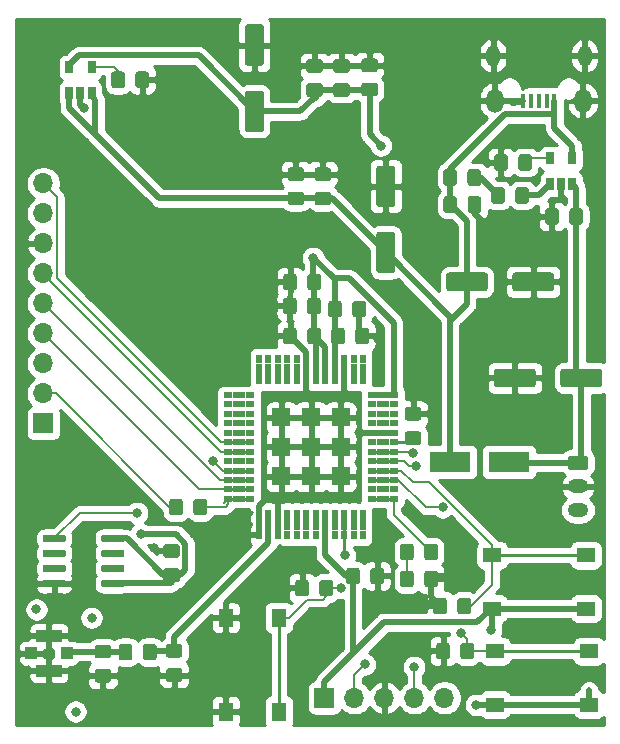
<source format=gbr>
G04 #@! TF.GenerationSoftware,KiCad,Pcbnew,5.1.5-52549c5~84~ubuntu18.04.1*
G04 #@! TF.CreationDate,2020-02-14T13:22:25+01:00*
G04 #@! TF.ProjectId,Project,50726f6a-6563-4742-9e6b-696361645f70,rev?*
G04 #@! TF.SameCoordinates,Original*
G04 #@! TF.FileFunction,Copper,L1,Top*
G04 #@! TF.FilePolarity,Positive*
%FSLAX46Y46*%
G04 Gerber Fmt 4.6, Leading zero omitted, Abs format (unit mm)*
G04 Created by KiCad (PCBNEW 5.1.5-52549c5~84~ubuntu18.04.1) date 2020-02-14 13:22:25*
%MOMM*%
%LPD*%
G04 APERTURE LIST*
%ADD10R,1.000000X0.500000*%
%ADD11R,0.800000X0.500000*%
%ADD12R,0.500000X0.800000*%
%ADD13R,0.500000X1.000000*%
%ADD14R,1.600000X1.600000*%
%ADD15C,0.100000*%
%ADD16R,3.500000X1.800000*%
%ADD17R,1.700000X1.700000*%
%ADD18O,1.700000X1.700000*%
%ADD19R,0.450000X1.300000*%
%ADD20O,1.450000X2.000000*%
%ADD21O,1.150000X1.800000*%
%ADD22O,1.750000X1.200000*%
%ADD23R,2.200000X1.050000*%
%ADD24R,1.000000X1.000000*%
%ADD25R,1.550000X1.300000*%
%ADD26R,1.300000X1.550000*%
%ADD27R,0.650000X1.060000*%
%ADD28C,0.800000*%
%ADD29C,0.500000*%
%ADD30C,0.200000*%
%ADD31C,0.250000*%
%ADD32C,0.254000*%
G04 APERTURE END LIST*
D10*
X281182000Y-271952000D03*
D11*
X282082000Y-271952000D03*
D10*
X281182000Y-272752000D03*
D11*
X282082000Y-272752000D03*
D10*
X281182000Y-273552000D03*
D11*
X282082000Y-273552000D03*
D10*
X281182000Y-274352000D03*
D11*
X282082000Y-274352000D03*
D10*
X281182000Y-275152000D03*
D11*
X282082000Y-275152000D03*
D10*
X281182000Y-275952000D03*
D11*
X282082000Y-275952000D03*
D10*
X281182000Y-276752000D03*
D11*
X282082000Y-276752000D03*
D10*
X281182000Y-277552000D03*
D11*
X282082000Y-277552000D03*
D10*
X281182000Y-278352000D03*
D11*
X282082000Y-278352000D03*
D10*
X281182000Y-279152000D03*
D11*
X282082000Y-279152000D03*
D10*
X281182000Y-279952000D03*
D11*
X282082000Y-279952000D03*
X282082000Y-280752000D03*
D10*
X281182000Y-280752000D03*
D12*
X279482000Y-283802000D03*
D13*
X279482000Y-282902000D03*
D12*
X278682000Y-283802000D03*
D13*
X278682000Y-282902000D03*
D12*
X277882000Y-283802000D03*
D13*
X277882000Y-282902000D03*
D12*
X277082000Y-283802000D03*
D13*
X277082000Y-282902000D03*
D12*
X276282000Y-283802000D03*
D13*
X276282000Y-282902000D03*
D12*
X275482000Y-283802000D03*
D13*
X275482000Y-282902000D03*
D12*
X274692000Y-283802000D03*
D13*
X274692000Y-282902000D03*
D12*
X273882000Y-283802000D03*
D13*
X273882000Y-282902000D03*
D12*
X273082000Y-283802000D03*
D13*
X273082000Y-282902000D03*
D12*
X272282000Y-283802000D03*
D13*
X272282000Y-282902000D03*
D12*
X271482000Y-283802000D03*
D13*
X271482000Y-282902000D03*
X270682000Y-282902000D03*
D12*
X270682000Y-283802000D03*
D10*
X268982000Y-280752000D03*
D11*
X268082000Y-280752000D03*
D10*
X268982000Y-279952000D03*
D11*
X268082000Y-279952000D03*
D10*
X268982000Y-279152000D03*
D11*
X268082000Y-279152000D03*
D10*
X268982000Y-278352000D03*
D11*
X268082000Y-278352000D03*
D10*
X268982000Y-277552000D03*
D11*
X268082000Y-277552000D03*
X268082000Y-276752000D03*
D10*
X268982000Y-276752000D03*
X268982000Y-275952000D03*
D11*
X268082000Y-275952000D03*
D10*
X268982000Y-275152000D03*
D11*
X268082000Y-275152000D03*
D10*
X268992000Y-274352000D03*
D11*
X268092000Y-274352000D03*
D10*
X268992000Y-273552000D03*
D11*
X268092000Y-273552000D03*
D10*
X268992000Y-272752000D03*
D11*
X268092000Y-272752000D03*
X268092000Y-271952000D03*
D10*
X268992000Y-271952000D03*
D13*
X270682000Y-269802000D03*
D12*
X270682000Y-268902000D03*
D13*
X271482000Y-269802000D03*
D12*
X271482000Y-268902000D03*
D13*
X272282000Y-269802000D03*
D12*
X272282000Y-268902000D03*
D13*
X273082000Y-269802000D03*
D12*
X273082000Y-268902000D03*
D13*
X273882000Y-269802000D03*
D12*
X273882000Y-268902000D03*
D13*
X274682000Y-269802000D03*
D12*
X274682000Y-268902000D03*
D13*
X275482000Y-269802000D03*
D12*
X275482000Y-268902000D03*
D13*
X276282000Y-269802000D03*
D12*
X276282000Y-268902000D03*
D13*
X277082000Y-269802000D03*
D12*
X277082000Y-268902000D03*
D13*
X277882000Y-269802000D03*
D12*
X277882000Y-268902000D03*
X278682000Y-268902000D03*
D13*
X278682000Y-269802000D03*
D12*
X279482000Y-268902000D03*
D13*
X279482000Y-269802000D03*
D12*
X279482000Y-268902000D03*
D13*
X279482000Y-269802000D03*
D14*
X272582000Y-278852000D03*
X272582000Y-276352000D03*
X272582000Y-273852000D03*
X275082000Y-278852000D03*
X275082000Y-276352000D03*
X275082000Y-273852000D03*
X277582000Y-278852000D03*
X277582000Y-276352000D03*
X277582000Y-273852000D03*
D11*
X280282000Y-271952000D03*
X280282000Y-272752000D03*
X280282000Y-273552000D03*
X280282000Y-274352000D03*
X280282000Y-275152000D03*
X280282000Y-275952000D03*
X280282000Y-276752000D03*
D12*
X279482000Y-270702000D03*
X278682000Y-270702000D03*
X277882000Y-270702000D03*
X277082000Y-270702000D03*
X276282000Y-270702000D03*
X275482000Y-270702000D03*
X274682000Y-270702000D03*
X273882000Y-270702000D03*
X273082000Y-270702000D03*
X272282000Y-270702000D03*
X271482000Y-270702000D03*
X272282000Y-282002000D03*
X273082000Y-282002000D03*
X273882000Y-282002000D03*
X274682000Y-282002000D03*
X275482000Y-282002000D03*
X276282000Y-282002000D03*
X277082000Y-282002000D03*
X277882000Y-282002000D03*
X278682000Y-282002000D03*
X279482000Y-282002000D03*
D11*
X280282000Y-280752000D03*
X280282000Y-279152000D03*
X280282000Y-278352000D03*
X280282000Y-277552000D03*
D12*
X270682000Y-270702000D03*
D11*
X269882000Y-271952000D03*
X269882000Y-272752000D03*
X269882000Y-273552000D03*
X269882000Y-274352000D03*
X269882000Y-275152000D03*
X269882000Y-275952000D03*
X269882000Y-276752000D03*
X269882000Y-277552000D03*
X269882000Y-278352000D03*
X269882000Y-279152000D03*
X269882000Y-279952000D03*
X269882000Y-280752000D03*
D12*
X270682000Y-282002000D03*
X271482000Y-282002000D03*
D11*
X280282000Y-279952000D03*
G04 #@! TA.AperFunction,SMDPad,CuDef*
D15*
G36*
X276719505Y-287591204D02*
G01*
X276743773Y-287594804D01*
X276767572Y-287600765D01*
X276790671Y-287609030D01*
X276812850Y-287619520D01*
X276833893Y-287632132D01*
X276853599Y-287646747D01*
X276871777Y-287663223D01*
X276888253Y-287681401D01*
X276902868Y-287701107D01*
X276915480Y-287722150D01*
X276925970Y-287744329D01*
X276934235Y-287767428D01*
X276940196Y-287791227D01*
X276943796Y-287815495D01*
X276945000Y-287839999D01*
X276945000Y-288740001D01*
X276943796Y-288764505D01*
X276940196Y-288788773D01*
X276934235Y-288812572D01*
X276925970Y-288835671D01*
X276915480Y-288857850D01*
X276902868Y-288878893D01*
X276888253Y-288898599D01*
X276871777Y-288916777D01*
X276853599Y-288933253D01*
X276833893Y-288947868D01*
X276812850Y-288960480D01*
X276790671Y-288970970D01*
X276767572Y-288979235D01*
X276743773Y-288985196D01*
X276719505Y-288988796D01*
X276695001Y-288990000D01*
X276044999Y-288990000D01*
X276020495Y-288988796D01*
X275996227Y-288985196D01*
X275972428Y-288979235D01*
X275949329Y-288970970D01*
X275927150Y-288960480D01*
X275906107Y-288947868D01*
X275886401Y-288933253D01*
X275868223Y-288916777D01*
X275851747Y-288898599D01*
X275837132Y-288878893D01*
X275824520Y-288857850D01*
X275814030Y-288835671D01*
X275805765Y-288812572D01*
X275799804Y-288788773D01*
X275796204Y-288764505D01*
X275795000Y-288740001D01*
X275795000Y-287839999D01*
X275796204Y-287815495D01*
X275799804Y-287791227D01*
X275805765Y-287767428D01*
X275814030Y-287744329D01*
X275824520Y-287722150D01*
X275837132Y-287701107D01*
X275851747Y-287681401D01*
X275868223Y-287663223D01*
X275886401Y-287646747D01*
X275906107Y-287632132D01*
X275927150Y-287619520D01*
X275949329Y-287609030D01*
X275972428Y-287600765D01*
X275996227Y-287594804D01*
X276020495Y-287591204D01*
X276044999Y-287590000D01*
X276695001Y-287590000D01*
X276719505Y-287591204D01*
G37*
G04 #@! TD.AperFunction*
G04 #@! TA.AperFunction,SMDPad,CuDef*
G36*
X274669505Y-287591204D02*
G01*
X274693773Y-287594804D01*
X274717572Y-287600765D01*
X274740671Y-287609030D01*
X274762850Y-287619520D01*
X274783893Y-287632132D01*
X274803599Y-287646747D01*
X274821777Y-287663223D01*
X274838253Y-287681401D01*
X274852868Y-287701107D01*
X274865480Y-287722150D01*
X274875970Y-287744329D01*
X274884235Y-287767428D01*
X274890196Y-287791227D01*
X274893796Y-287815495D01*
X274895000Y-287839999D01*
X274895000Y-288740001D01*
X274893796Y-288764505D01*
X274890196Y-288788773D01*
X274884235Y-288812572D01*
X274875970Y-288835671D01*
X274865480Y-288857850D01*
X274852868Y-288878893D01*
X274838253Y-288898599D01*
X274821777Y-288916777D01*
X274803599Y-288933253D01*
X274783893Y-288947868D01*
X274762850Y-288960480D01*
X274740671Y-288970970D01*
X274717572Y-288979235D01*
X274693773Y-288985196D01*
X274669505Y-288988796D01*
X274645001Y-288990000D01*
X273994999Y-288990000D01*
X273970495Y-288988796D01*
X273946227Y-288985196D01*
X273922428Y-288979235D01*
X273899329Y-288970970D01*
X273877150Y-288960480D01*
X273856107Y-288947868D01*
X273836401Y-288933253D01*
X273818223Y-288916777D01*
X273801747Y-288898599D01*
X273787132Y-288878893D01*
X273774520Y-288857850D01*
X273764030Y-288835671D01*
X273755765Y-288812572D01*
X273749804Y-288788773D01*
X273746204Y-288764505D01*
X273745000Y-288740001D01*
X273745000Y-287839999D01*
X273746204Y-287815495D01*
X273749804Y-287791227D01*
X273755765Y-287767428D01*
X273764030Y-287744329D01*
X273774520Y-287722150D01*
X273787132Y-287701107D01*
X273801747Y-287681401D01*
X273818223Y-287663223D01*
X273836401Y-287646747D01*
X273856107Y-287632132D01*
X273877150Y-287619520D01*
X273899329Y-287609030D01*
X273922428Y-287600765D01*
X273946227Y-287594804D01*
X273970495Y-287591204D01*
X273994999Y-287590000D01*
X274645001Y-287590000D01*
X274669505Y-287591204D01*
G37*
G04 #@! TD.AperFunction*
G04 #@! TA.AperFunction,SMDPad,CuDef*
G36*
X263964505Y-295086204D02*
G01*
X263988773Y-295089804D01*
X264012572Y-295095765D01*
X264035671Y-295104030D01*
X264057850Y-295114520D01*
X264078893Y-295127132D01*
X264098599Y-295141747D01*
X264116777Y-295158223D01*
X264133253Y-295176401D01*
X264147868Y-295196107D01*
X264160480Y-295217150D01*
X264170970Y-295239329D01*
X264179235Y-295262428D01*
X264185196Y-295286227D01*
X264188796Y-295310495D01*
X264190000Y-295334999D01*
X264190000Y-295985001D01*
X264188796Y-296009505D01*
X264185196Y-296033773D01*
X264179235Y-296057572D01*
X264170970Y-296080671D01*
X264160480Y-296102850D01*
X264147868Y-296123893D01*
X264133253Y-296143599D01*
X264116777Y-296161777D01*
X264098599Y-296178253D01*
X264078893Y-296192868D01*
X264057850Y-296205480D01*
X264035671Y-296215970D01*
X264012572Y-296224235D01*
X263988773Y-296230196D01*
X263964505Y-296233796D01*
X263940001Y-296235000D01*
X263039999Y-296235000D01*
X263015495Y-296233796D01*
X262991227Y-296230196D01*
X262967428Y-296224235D01*
X262944329Y-296215970D01*
X262922150Y-296205480D01*
X262901107Y-296192868D01*
X262881401Y-296178253D01*
X262863223Y-296161777D01*
X262846747Y-296143599D01*
X262832132Y-296123893D01*
X262819520Y-296102850D01*
X262809030Y-296080671D01*
X262800765Y-296057572D01*
X262794804Y-296033773D01*
X262791204Y-296009505D01*
X262790000Y-295985001D01*
X262790000Y-295334999D01*
X262791204Y-295310495D01*
X262794804Y-295286227D01*
X262800765Y-295262428D01*
X262809030Y-295239329D01*
X262819520Y-295217150D01*
X262832132Y-295196107D01*
X262846747Y-295176401D01*
X262863223Y-295158223D01*
X262881401Y-295141747D01*
X262901107Y-295127132D01*
X262922150Y-295114520D01*
X262944329Y-295104030D01*
X262967428Y-295095765D01*
X262991227Y-295089804D01*
X263015495Y-295086204D01*
X263039999Y-295085000D01*
X263940001Y-295085000D01*
X263964505Y-295086204D01*
G37*
G04 #@! TD.AperFunction*
G04 #@! TA.AperFunction,SMDPad,CuDef*
G36*
X263964505Y-293036204D02*
G01*
X263988773Y-293039804D01*
X264012572Y-293045765D01*
X264035671Y-293054030D01*
X264057850Y-293064520D01*
X264078893Y-293077132D01*
X264098599Y-293091747D01*
X264116777Y-293108223D01*
X264133253Y-293126401D01*
X264147868Y-293146107D01*
X264160480Y-293167150D01*
X264170970Y-293189329D01*
X264179235Y-293212428D01*
X264185196Y-293236227D01*
X264188796Y-293260495D01*
X264190000Y-293284999D01*
X264190000Y-293935001D01*
X264188796Y-293959505D01*
X264185196Y-293983773D01*
X264179235Y-294007572D01*
X264170970Y-294030671D01*
X264160480Y-294052850D01*
X264147868Y-294073893D01*
X264133253Y-294093599D01*
X264116777Y-294111777D01*
X264098599Y-294128253D01*
X264078893Y-294142868D01*
X264057850Y-294155480D01*
X264035671Y-294165970D01*
X264012572Y-294174235D01*
X263988773Y-294180196D01*
X263964505Y-294183796D01*
X263940001Y-294185000D01*
X263039999Y-294185000D01*
X263015495Y-294183796D01*
X262991227Y-294180196D01*
X262967428Y-294174235D01*
X262944329Y-294165970D01*
X262922150Y-294155480D01*
X262901107Y-294142868D01*
X262881401Y-294128253D01*
X262863223Y-294111777D01*
X262846747Y-294093599D01*
X262832132Y-294073893D01*
X262819520Y-294052850D01*
X262809030Y-294030671D01*
X262800765Y-294007572D01*
X262794804Y-293983773D01*
X262791204Y-293959505D01*
X262790000Y-293935001D01*
X262790000Y-293284999D01*
X262791204Y-293260495D01*
X262794804Y-293236227D01*
X262800765Y-293212428D01*
X262809030Y-293189329D01*
X262819520Y-293167150D01*
X262832132Y-293146107D01*
X262846747Y-293126401D01*
X262863223Y-293108223D01*
X262881401Y-293091747D01*
X262901107Y-293077132D01*
X262922150Y-293064520D01*
X262944329Y-293054030D01*
X262967428Y-293045765D01*
X262991227Y-293039804D01*
X263015495Y-293036204D01*
X263039999Y-293035000D01*
X263940001Y-293035000D01*
X263964505Y-293036204D01*
G37*
G04 #@! TD.AperFunction*
G04 #@! TA.AperFunction,SMDPad,CuDef*
G36*
X277717505Y-266255204D02*
G01*
X277741773Y-266258804D01*
X277765572Y-266264765D01*
X277788671Y-266273030D01*
X277810850Y-266283520D01*
X277831893Y-266296132D01*
X277851599Y-266310747D01*
X277869777Y-266327223D01*
X277886253Y-266345401D01*
X277900868Y-266365107D01*
X277913480Y-266386150D01*
X277923970Y-266408329D01*
X277932235Y-266431428D01*
X277938196Y-266455227D01*
X277941796Y-266479495D01*
X277943000Y-266503999D01*
X277943000Y-267404001D01*
X277941796Y-267428505D01*
X277938196Y-267452773D01*
X277932235Y-267476572D01*
X277923970Y-267499671D01*
X277913480Y-267521850D01*
X277900868Y-267542893D01*
X277886253Y-267562599D01*
X277869777Y-267580777D01*
X277851599Y-267597253D01*
X277831893Y-267611868D01*
X277810850Y-267624480D01*
X277788671Y-267634970D01*
X277765572Y-267643235D01*
X277741773Y-267649196D01*
X277717505Y-267652796D01*
X277693001Y-267654000D01*
X277042999Y-267654000D01*
X277018495Y-267652796D01*
X276994227Y-267649196D01*
X276970428Y-267643235D01*
X276947329Y-267634970D01*
X276925150Y-267624480D01*
X276904107Y-267611868D01*
X276884401Y-267597253D01*
X276866223Y-267580777D01*
X276849747Y-267562599D01*
X276835132Y-267542893D01*
X276822520Y-267521850D01*
X276812030Y-267499671D01*
X276803765Y-267476572D01*
X276797804Y-267452773D01*
X276794204Y-267428505D01*
X276793000Y-267404001D01*
X276793000Y-266503999D01*
X276794204Y-266479495D01*
X276797804Y-266455227D01*
X276803765Y-266431428D01*
X276812030Y-266408329D01*
X276822520Y-266386150D01*
X276835132Y-266365107D01*
X276849747Y-266345401D01*
X276866223Y-266327223D01*
X276884401Y-266310747D01*
X276904107Y-266296132D01*
X276925150Y-266283520D01*
X276947329Y-266273030D01*
X276970428Y-266264765D01*
X276994227Y-266258804D01*
X277018495Y-266255204D01*
X277042999Y-266254000D01*
X277693001Y-266254000D01*
X277717505Y-266255204D01*
G37*
G04 #@! TD.AperFunction*
G04 #@! TA.AperFunction,SMDPad,CuDef*
G36*
X279767505Y-266255204D02*
G01*
X279791773Y-266258804D01*
X279815572Y-266264765D01*
X279838671Y-266273030D01*
X279860850Y-266283520D01*
X279881893Y-266296132D01*
X279901599Y-266310747D01*
X279919777Y-266327223D01*
X279936253Y-266345401D01*
X279950868Y-266365107D01*
X279963480Y-266386150D01*
X279973970Y-266408329D01*
X279982235Y-266431428D01*
X279988196Y-266455227D01*
X279991796Y-266479495D01*
X279993000Y-266503999D01*
X279993000Y-267404001D01*
X279991796Y-267428505D01*
X279988196Y-267452773D01*
X279982235Y-267476572D01*
X279973970Y-267499671D01*
X279963480Y-267521850D01*
X279950868Y-267542893D01*
X279936253Y-267562599D01*
X279919777Y-267580777D01*
X279901599Y-267597253D01*
X279881893Y-267611868D01*
X279860850Y-267624480D01*
X279838671Y-267634970D01*
X279815572Y-267643235D01*
X279791773Y-267649196D01*
X279767505Y-267652796D01*
X279743001Y-267654000D01*
X279092999Y-267654000D01*
X279068495Y-267652796D01*
X279044227Y-267649196D01*
X279020428Y-267643235D01*
X278997329Y-267634970D01*
X278975150Y-267624480D01*
X278954107Y-267611868D01*
X278934401Y-267597253D01*
X278916223Y-267580777D01*
X278899747Y-267562599D01*
X278885132Y-267542893D01*
X278872520Y-267521850D01*
X278862030Y-267499671D01*
X278853765Y-267476572D01*
X278847804Y-267452773D01*
X278844204Y-267428505D01*
X278843000Y-267404001D01*
X278843000Y-266503999D01*
X278844204Y-266479495D01*
X278847804Y-266455227D01*
X278853765Y-266431428D01*
X278862030Y-266408329D01*
X278872520Y-266386150D01*
X278885132Y-266365107D01*
X278899747Y-266345401D01*
X278916223Y-266327223D01*
X278934401Y-266310747D01*
X278954107Y-266296132D01*
X278975150Y-266283520D01*
X278997329Y-266273030D01*
X279020428Y-266264765D01*
X279044227Y-266258804D01*
X279068495Y-266255204D01*
X279092999Y-266254000D01*
X279743001Y-266254000D01*
X279767505Y-266255204D01*
G37*
G04 #@! TD.AperFunction*
G04 #@! TA.AperFunction,SMDPad,CuDef*
G36*
X279513505Y-263969204D02*
G01*
X279537773Y-263972804D01*
X279561572Y-263978765D01*
X279584671Y-263987030D01*
X279606850Y-263997520D01*
X279627893Y-264010132D01*
X279647599Y-264024747D01*
X279665777Y-264041223D01*
X279682253Y-264059401D01*
X279696868Y-264079107D01*
X279709480Y-264100150D01*
X279719970Y-264122329D01*
X279728235Y-264145428D01*
X279734196Y-264169227D01*
X279737796Y-264193495D01*
X279739000Y-264217999D01*
X279739000Y-265118001D01*
X279737796Y-265142505D01*
X279734196Y-265166773D01*
X279728235Y-265190572D01*
X279719970Y-265213671D01*
X279709480Y-265235850D01*
X279696868Y-265256893D01*
X279682253Y-265276599D01*
X279665777Y-265294777D01*
X279647599Y-265311253D01*
X279627893Y-265325868D01*
X279606850Y-265338480D01*
X279584671Y-265348970D01*
X279561572Y-265357235D01*
X279537773Y-265363196D01*
X279513505Y-265366796D01*
X279489001Y-265368000D01*
X278838999Y-265368000D01*
X278814495Y-265366796D01*
X278790227Y-265363196D01*
X278766428Y-265357235D01*
X278743329Y-265348970D01*
X278721150Y-265338480D01*
X278700107Y-265325868D01*
X278680401Y-265311253D01*
X278662223Y-265294777D01*
X278645747Y-265276599D01*
X278631132Y-265256893D01*
X278618520Y-265235850D01*
X278608030Y-265213671D01*
X278599765Y-265190572D01*
X278593804Y-265166773D01*
X278590204Y-265142505D01*
X278589000Y-265118001D01*
X278589000Y-264217999D01*
X278590204Y-264193495D01*
X278593804Y-264169227D01*
X278599765Y-264145428D01*
X278608030Y-264122329D01*
X278618520Y-264100150D01*
X278631132Y-264079107D01*
X278645747Y-264059401D01*
X278662223Y-264041223D01*
X278680401Y-264024747D01*
X278700107Y-264010132D01*
X278721150Y-263997520D01*
X278743329Y-263987030D01*
X278766428Y-263978765D01*
X278790227Y-263972804D01*
X278814495Y-263969204D01*
X278838999Y-263968000D01*
X279489001Y-263968000D01*
X279513505Y-263969204D01*
G37*
G04 #@! TD.AperFunction*
G04 #@! TA.AperFunction,SMDPad,CuDef*
G36*
X277463505Y-263969204D02*
G01*
X277487773Y-263972804D01*
X277511572Y-263978765D01*
X277534671Y-263987030D01*
X277556850Y-263997520D01*
X277577893Y-264010132D01*
X277597599Y-264024747D01*
X277615777Y-264041223D01*
X277632253Y-264059401D01*
X277646868Y-264079107D01*
X277659480Y-264100150D01*
X277669970Y-264122329D01*
X277678235Y-264145428D01*
X277684196Y-264169227D01*
X277687796Y-264193495D01*
X277689000Y-264217999D01*
X277689000Y-265118001D01*
X277687796Y-265142505D01*
X277684196Y-265166773D01*
X277678235Y-265190572D01*
X277669970Y-265213671D01*
X277659480Y-265235850D01*
X277646868Y-265256893D01*
X277632253Y-265276599D01*
X277615777Y-265294777D01*
X277597599Y-265311253D01*
X277577893Y-265325868D01*
X277556850Y-265338480D01*
X277534671Y-265348970D01*
X277511572Y-265357235D01*
X277487773Y-265363196D01*
X277463505Y-265366796D01*
X277439001Y-265368000D01*
X276788999Y-265368000D01*
X276764495Y-265366796D01*
X276740227Y-265363196D01*
X276716428Y-265357235D01*
X276693329Y-265348970D01*
X276671150Y-265338480D01*
X276650107Y-265325868D01*
X276630401Y-265311253D01*
X276612223Y-265294777D01*
X276595747Y-265276599D01*
X276581132Y-265256893D01*
X276568520Y-265235850D01*
X276558030Y-265213671D01*
X276549765Y-265190572D01*
X276543804Y-265166773D01*
X276540204Y-265142505D01*
X276539000Y-265118001D01*
X276539000Y-264217999D01*
X276540204Y-264193495D01*
X276543804Y-264169227D01*
X276549765Y-264145428D01*
X276558030Y-264122329D01*
X276568520Y-264100150D01*
X276581132Y-264079107D01*
X276595747Y-264059401D01*
X276612223Y-264041223D01*
X276630401Y-264024747D01*
X276650107Y-264010132D01*
X276671150Y-263997520D01*
X276693329Y-263987030D01*
X276716428Y-263978765D01*
X276740227Y-263972804D01*
X276764495Y-263969204D01*
X276788999Y-263968000D01*
X277439001Y-263968000D01*
X277463505Y-263969204D01*
G37*
G04 #@! TD.AperFunction*
G04 #@! TA.AperFunction,SMDPad,CuDef*
G36*
X273653505Y-266255204D02*
G01*
X273677773Y-266258804D01*
X273701572Y-266264765D01*
X273724671Y-266273030D01*
X273746850Y-266283520D01*
X273767893Y-266296132D01*
X273787599Y-266310747D01*
X273805777Y-266327223D01*
X273822253Y-266345401D01*
X273836868Y-266365107D01*
X273849480Y-266386150D01*
X273859970Y-266408329D01*
X273868235Y-266431428D01*
X273874196Y-266455227D01*
X273877796Y-266479495D01*
X273879000Y-266503999D01*
X273879000Y-267404001D01*
X273877796Y-267428505D01*
X273874196Y-267452773D01*
X273868235Y-267476572D01*
X273859970Y-267499671D01*
X273849480Y-267521850D01*
X273836868Y-267542893D01*
X273822253Y-267562599D01*
X273805777Y-267580777D01*
X273787599Y-267597253D01*
X273767893Y-267611868D01*
X273746850Y-267624480D01*
X273724671Y-267634970D01*
X273701572Y-267643235D01*
X273677773Y-267649196D01*
X273653505Y-267652796D01*
X273629001Y-267654000D01*
X272978999Y-267654000D01*
X272954495Y-267652796D01*
X272930227Y-267649196D01*
X272906428Y-267643235D01*
X272883329Y-267634970D01*
X272861150Y-267624480D01*
X272840107Y-267611868D01*
X272820401Y-267597253D01*
X272802223Y-267580777D01*
X272785747Y-267562599D01*
X272771132Y-267542893D01*
X272758520Y-267521850D01*
X272748030Y-267499671D01*
X272739765Y-267476572D01*
X272733804Y-267452773D01*
X272730204Y-267428505D01*
X272729000Y-267404001D01*
X272729000Y-266503999D01*
X272730204Y-266479495D01*
X272733804Y-266455227D01*
X272739765Y-266431428D01*
X272748030Y-266408329D01*
X272758520Y-266386150D01*
X272771132Y-266365107D01*
X272785747Y-266345401D01*
X272802223Y-266327223D01*
X272820401Y-266310747D01*
X272840107Y-266296132D01*
X272861150Y-266283520D01*
X272883329Y-266273030D01*
X272906428Y-266264765D01*
X272930227Y-266258804D01*
X272954495Y-266255204D01*
X272978999Y-266254000D01*
X273629001Y-266254000D01*
X273653505Y-266255204D01*
G37*
G04 #@! TD.AperFunction*
G04 #@! TA.AperFunction,SMDPad,CuDef*
G36*
X275703505Y-266255204D02*
G01*
X275727773Y-266258804D01*
X275751572Y-266264765D01*
X275774671Y-266273030D01*
X275796850Y-266283520D01*
X275817893Y-266296132D01*
X275837599Y-266310747D01*
X275855777Y-266327223D01*
X275872253Y-266345401D01*
X275886868Y-266365107D01*
X275899480Y-266386150D01*
X275909970Y-266408329D01*
X275918235Y-266431428D01*
X275924196Y-266455227D01*
X275927796Y-266479495D01*
X275929000Y-266503999D01*
X275929000Y-267404001D01*
X275927796Y-267428505D01*
X275924196Y-267452773D01*
X275918235Y-267476572D01*
X275909970Y-267499671D01*
X275899480Y-267521850D01*
X275886868Y-267542893D01*
X275872253Y-267562599D01*
X275855777Y-267580777D01*
X275837599Y-267597253D01*
X275817893Y-267611868D01*
X275796850Y-267624480D01*
X275774671Y-267634970D01*
X275751572Y-267643235D01*
X275727773Y-267649196D01*
X275703505Y-267652796D01*
X275679001Y-267654000D01*
X275028999Y-267654000D01*
X275004495Y-267652796D01*
X274980227Y-267649196D01*
X274956428Y-267643235D01*
X274933329Y-267634970D01*
X274911150Y-267624480D01*
X274890107Y-267611868D01*
X274870401Y-267597253D01*
X274852223Y-267580777D01*
X274835747Y-267562599D01*
X274821132Y-267542893D01*
X274808520Y-267521850D01*
X274798030Y-267499671D01*
X274789765Y-267476572D01*
X274783804Y-267452773D01*
X274780204Y-267428505D01*
X274779000Y-267404001D01*
X274779000Y-266503999D01*
X274780204Y-266479495D01*
X274783804Y-266455227D01*
X274789765Y-266431428D01*
X274798030Y-266408329D01*
X274808520Y-266386150D01*
X274821132Y-266365107D01*
X274835747Y-266345401D01*
X274852223Y-266327223D01*
X274870401Y-266310747D01*
X274890107Y-266296132D01*
X274911150Y-266283520D01*
X274933329Y-266273030D01*
X274956428Y-266264765D01*
X274980227Y-266258804D01*
X275004495Y-266255204D01*
X275028999Y-266254000D01*
X275679001Y-266254000D01*
X275703505Y-266255204D01*
G37*
G04 #@! TD.AperFunction*
G04 #@! TA.AperFunction,SMDPad,CuDef*
G36*
X275685505Y-263715204D02*
G01*
X275709773Y-263718804D01*
X275733572Y-263724765D01*
X275756671Y-263733030D01*
X275778850Y-263743520D01*
X275799893Y-263756132D01*
X275819599Y-263770747D01*
X275837777Y-263787223D01*
X275854253Y-263805401D01*
X275868868Y-263825107D01*
X275881480Y-263846150D01*
X275891970Y-263868329D01*
X275900235Y-263891428D01*
X275906196Y-263915227D01*
X275909796Y-263939495D01*
X275911000Y-263963999D01*
X275911000Y-264864001D01*
X275909796Y-264888505D01*
X275906196Y-264912773D01*
X275900235Y-264936572D01*
X275891970Y-264959671D01*
X275881480Y-264981850D01*
X275868868Y-265002893D01*
X275854253Y-265022599D01*
X275837777Y-265040777D01*
X275819599Y-265057253D01*
X275799893Y-265071868D01*
X275778850Y-265084480D01*
X275756671Y-265094970D01*
X275733572Y-265103235D01*
X275709773Y-265109196D01*
X275685505Y-265112796D01*
X275661001Y-265114000D01*
X275010999Y-265114000D01*
X274986495Y-265112796D01*
X274962227Y-265109196D01*
X274938428Y-265103235D01*
X274915329Y-265094970D01*
X274893150Y-265084480D01*
X274872107Y-265071868D01*
X274852401Y-265057253D01*
X274834223Y-265040777D01*
X274817747Y-265022599D01*
X274803132Y-265002893D01*
X274790520Y-264981850D01*
X274780030Y-264959671D01*
X274771765Y-264936572D01*
X274765804Y-264912773D01*
X274762204Y-264888505D01*
X274761000Y-264864001D01*
X274761000Y-263963999D01*
X274762204Y-263939495D01*
X274765804Y-263915227D01*
X274771765Y-263891428D01*
X274780030Y-263868329D01*
X274790520Y-263846150D01*
X274803132Y-263825107D01*
X274817747Y-263805401D01*
X274834223Y-263787223D01*
X274852401Y-263770747D01*
X274872107Y-263756132D01*
X274893150Y-263743520D01*
X274915329Y-263733030D01*
X274938428Y-263724765D01*
X274962227Y-263718804D01*
X274986495Y-263715204D01*
X275010999Y-263714000D01*
X275661001Y-263714000D01*
X275685505Y-263715204D01*
G37*
G04 #@! TD.AperFunction*
G04 #@! TA.AperFunction,SMDPad,CuDef*
G36*
X273635505Y-263715204D02*
G01*
X273659773Y-263718804D01*
X273683572Y-263724765D01*
X273706671Y-263733030D01*
X273728850Y-263743520D01*
X273749893Y-263756132D01*
X273769599Y-263770747D01*
X273787777Y-263787223D01*
X273804253Y-263805401D01*
X273818868Y-263825107D01*
X273831480Y-263846150D01*
X273841970Y-263868329D01*
X273850235Y-263891428D01*
X273856196Y-263915227D01*
X273859796Y-263939495D01*
X273861000Y-263963999D01*
X273861000Y-264864001D01*
X273859796Y-264888505D01*
X273856196Y-264912773D01*
X273850235Y-264936572D01*
X273841970Y-264959671D01*
X273831480Y-264981850D01*
X273818868Y-265002893D01*
X273804253Y-265022599D01*
X273787777Y-265040777D01*
X273769599Y-265057253D01*
X273749893Y-265071868D01*
X273728850Y-265084480D01*
X273706671Y-265094970D01*
X273683572Y-265103235D01*
X273659773Y-265109196D01*
X273635505Y-265112796D01*
X273611001Y-265114000D01*
X272960999Y-265114000D01*
X272936495Y-265112796D01*
X272912227Y-265109196D01*
X272888428Y-265103235D01*
X272865329Y-265094970D01*
X272843150Y-265084480D01*
X272822107Y-265071868D01*
X272802401Y-265057253D01*
X272784223Y-265040777D01*
X272767747Y-265022599D01*
X272753132Y-265002893D01*
X272740520Y-264981850D01*
X272730030Y-264959671D01*
X272721765Y-264936572D01*
X272715804Y-264912773D01*
X272712204Y-264888505D01*
X272711000Y-264864001D01*
X272711000Y-263963999D01*
X272712204Y-263939495D01*
X272715804Y-263915227D01*
X272721765Y-263891428D01*
X272730030Y-263868329D01*
X272740520Y-263846150D01*
X272753132Y-263825107D01*
X272767747Y-263805401D01*
X272784223Y-263787223D01*
X272802401Y-263770747D01*
X272822107Y-263756132D01*
X272843150Y-263743520D01*
X272865329Y-263733030D01*
X272888428Y-263724765D01*
X272912227Y-263718804D01*
X272936495Y-263715204D01*
X272960999Y-263714000D01*
X273611001Y-263714000D01*
X273635505Y-263715204D01*
G37*
G04 #@! TD.AperFunction*
G04 #@! TA.AperFunction,SMDPad,CuDef*
G36*
X273653505Y-261683204D02*
G01*
X273677773Y-261686804D01*
X273701572Y-261692765D01*
X273724671Y-261701030D01*
X273746850Y-261711520D01*
X273767893Y-261724132D01*
X273787599Y-261738747D01*
X273805777Y-261755223D01*
X273822253Y-261773401D01*
X273836868Y-261793107D01*
X273849480Y-261814150D01*
X273859970Y-261836329D01*
X273868235Y-261859428D01*
X273874196Y-261883227D01*
X273877796Y-261907495D01*
X273879000Y-261931999D01*
X273879000Y-262832001D01*
X273877796Y-262856505D01*
X273874196Y-262880773D01*
X273868235Y-262904572D01*
X273859970Y-262927671D01*
X273849480Y-262949850D01*
X273836868Y-262970893D01*
X273822253Y-262990599D01*
X273805777Y-263008777D01*
X273787599Y-263025253D01*
X273767893Y-263039868D01*
X273746850Y-263052480D01*
X273724671Y-263062970D01*
X273701572Y-263071235D01*
X273677773Y-263077196D01*
X273653505Y-263080796D01*
X273629001Y-263082000D01*
X272978999Y-263082000D01*
X272954495Y-263080796D01*
X272930227Y-263077196D01*
X272906428Y-263071235D01*
X272883329Y-263062970D01*
X272861150Y-263052480D01*
X272840107Y-263039868D01*
X272820401Y-263025253D01*
X272802223Y-263008777D01*
X272785747Y-262990599D01*
X272771132Y-262970893D01*
X272758520Y-262949850D01*
X272748030Y-262927671D01*
X272739765Y-262904572D01*
X272733804Y-262880773D01*
X272730204Y-262856505D01*
X272729000Y-262832001D01*
X272729000Y-261931999D01*
X272730204Y-261907495D01*
X272733804Y-261883227D01*
X272739765Y-261859428D01*
X272748030Y-261836329D01*
X272758520Y-261814150D01*
X272771132Y-261793107D01*
X272785747Y-261773401D01*
X272802223Y-261755223D01*
X272820401Y-261738747D01*
X272840107Y-261724132D01*
X272861150Y-261711520D01*
X272883329Y-261701030D01*
X272906428Y-261692765D01*
X272930227Y-261686804D01*
X272954495Y-261683204D01*
X272978999Y-261682000D01*
X273629001Y-261682000D01*
X273653505Y-261683204D01*
G37*
G04 #@! TD.AperFunction*
G04 #@! TA.AperFunction,SMDPad,CuDef*
G36*
X275703505Y-261683204D02*
G01*
X275727773Y-261686804D01*
X275751572Y-261692765D01*
X275774671Y-261701030D01*
X275796850Y-261711520D01*
X275817893Y-261724132D01*
X275837599Y-261738747D01*
X275855777Y-261755223D01*
X275872253Y-261773401D01*
X275886868Y-261793107D01*
X275899480Y-261814150D01*
X275909970Y-261836329D01*
X275918235Y-261859428D01*
X275924196Y-261883227D01*
X275927796Y-261907495D01*
X275929000Y-261931999D01*
X275929000Y-262832001D01*
X275927796Y-262856505D01*
X275924196Y-262880773D01*
X275918235Y-262904572D01*
X275909970Y-262927671D01*
X275899480Y-262949850D01*
X275886868Y-262970893D01*
X275872253Y-262990599D01*
X275855777Y-263008777D01*
X275837599Y-263025253D01*
X275817893Y-263039868D01*
X275796850Y-263052480D01*
X275774671Y-263062970D01*
X275751572Y-263071235D01*
X275727773Y-263077196D01*
X275703505Y-263080796D01*
X275679001Y-263082000D01*
X275028999Y-263082000D01*
X275004495Y-263080796D01*
X274980227Y-263077196D01*
X274956428Y-263071235D01*
X274933329Y-263062970D01*
X274911150Y-263052480D01*
X274890107Y-263039868D01*
X274870401Y-263025253D01*
X274852223Y-263008777D01*
X274835747Y-262990599D01*
X274821132Y-262970893D01*
X274808520Y-262949850D01*
X274798030Y-262927671D01*
X274789765Y-262904572D01*
X274783804Y-262880773D01*
X274780204Y-262856505D01*
X274779000Y-262832001D01*
X274779000Y-261931999D01*
X274780204Y-261907495D01*
X274783804Y-261883227D01*
X274789765Y-261859428D01*
X274798030Y-261836329D01*
X274808520Y-261814150D01*
X274821132Y-261793107D01*
X274835747Y-261773401D01*
X274852223Y-261755223D01*
X274870401Y-261738747D01*
X274890107Y-261724132D01*
X274911150Y-261711520D01*
X274933329Y-261701030D01*
X274956428Y-261692765D01*
X274980227Y-261686804D01*
X275004495Y-261683204D01*
X275028999Y-261682000D01*
X275679001Y-261682000D01*
X275703505Y-261683204D01*
G37*
G04 #@! TD.AperFunction*
G04 #@! TA.AperFunction,SMDPad,CuDef*
G36*
X278987505Y-286575204D02*
G01*
X279011773Y-286578804D01*
X279035572Y-286584765D01*
X279058671Y-286593030D01*
X279080850Y-286603520D01*
X279101893Y-286616132D01*
X279121599Y-286630747D01*
X279139777Y-286647223D01*
X279156253Y-286665401D01*
X279170868Y-286685107D01*
X279183480Y-286706150D01*
X279193970Y-286728329D01*
X279202235Y-286751428D01*
X279208196Y-286775227D01*
X279211796Y-286799495D01*
X279213000Y-286823999D01*
X279213000Y-287724001D01*
X279211796Y-287748505D01*
X279208196Y-287772773D01*
X279202235Y-287796572D01*
X279193970Y-287819671D01*
X279183480Y-287841850D01*
X279170868Y-287862893D01*
X279156253Y-287882599D01*
X279139777Y-287900777D01*
X279121599Y-287917253D01*
X279101893Y-287931868D01*
X279080850Y-287944480D01*
X279058671Y-287954970D01*
X279035572Y-287963235D01*
X279011773Y-287969196D01*
X278987505Y-287972796D01*
X278963001Y-287974000D01*
X278312999Y-287974000D01*
X278288495Y-287972796D01*
X278264227Y-287969196D01*
X278240428Y-287963235D01*
X278217329Y-287954970D01*
X278195150Y-287944480D01*
X278174107Y-287931868D01*
X278154401Y-287917253D01*
X278136223Y-287900777D01*
X278119747Y-287882599D01*
X278105132Y-287862893D01*
X278092520Y-287841850D01*
X278082030Y-287819671D01*
X278073765Y-287796572D01*
X278067804Y-287772773D01*
X278064204Y-287748505D01*
X278063000Y-287724001D01*
X278063000Y-286823999D01*
X278064204Y-286799495D01*
X278067804Y-286775227D01*
X278073765Y-286751428D01*
X278082030Y-286728329D01*
X278092520Y-286706150D01*
X278105132Y-286685107D01*
X278119747Y-286665401D01*
X278136223Y-286647223D01*
X278154401Y-286630747D01*
X278174107Y-286616132D01*
X278195150Y-286603520D01*
X278217329Y-286593030D01*
X278240428Y-286584765D01*
X278264227Y-286578804D01*
X278288495Y-286575204D01*
X278312999Y-286574000D01*
X278963001Y-286574000D01*
X278987505Y-286575204D01*
G37*
G04 #@! TD.AperFunction*
G04 #@! TA.AperFunction,SMDPad,CuDef*
G36*
X281037505Y-286575204D02*
G01*
X281061773Y-286578804D01*
X281085572Y-286584765D01*
X281108671Y-286593030D01*
X281130850Y-286603520D01*
X281151893Y-286616132D01*
X281171599Y-286630747D01*
X281189777Y-286647223D01*
X281206253Y-286665401D01*
X281220868Y-286685107D01*
X281233480Y-286706150D01*
X281243970Y-286728329D01*
X281252235Y-286751428D01*
X281258196Y-286775227D01*
X281261796Y-286799495D01*
X281263000Y-286823999D01*
X281263000Y-287724001D01*
X281261796Y-287748505D01*
X281258196Y-287772773D01*
X281252235Y-287796572D01*
X281243970Y-287819671D01*
X281233480Y-287841850D01*
X281220868Y-287862893D01*
X281206253Y-287882599D01*
X281189777Y-287900777D01*
X281171599Y-287917253D01*
X281151893Y-287931868D01*
X281130850Y-287944480D01*
X281108671Y-287954970D01*
X281085572Y-287963235D01*
X281061773Y-287969196D01*
X281037505Y-287972796D01*
X281013001Y-287974000D01*
X280362999Y-287974000D01*
X280338495Y-287972796D01*
X280314227Y-287969196D01*
X280290428Y-287963235D01*
X280267329Y-287954970D01*
X280245150Y-287944480D01*
X280224107Y-287931868D01*
X280204401Y-287917253D01*
X280186223Y-287900777D01*
X280169747Y-287882599D01*
X280155132Y-287862893D01*
X280142520Y-287841850D01*
X280132030Y-287819671D01*
X280123765Y-287796572D01*
X280117804Y-287772773D01*
X280114204Y-287748505D01*
X280113000Y-287724001D01*
X280113000Y-286823999D01*
X280114204Y-286799495D01*
X280117804Y-286775227D01*
X280123765Y-286751428D01*
X280132030Y-286728329D01*
X280142520Y-286706150D01*
X280155132Y-286685107D01*
X280169747Y-286665401D01*
X280186223Y-286647223D01*
X280204401Y-286630747D01*
X280224107Y-286616132D01*
X280245150Y-286603520D01*
X280267329Y-286593030D01*
X280290428Y-286584765D01*
X280314227Y-286578804D01*
X280338495Y-286575204D01*
X280362999Y-286574000D01*
X281013001Y-286574000D01*
X281037505Y-286575204D01*
G37*
G04 #@! TD.AperFunction*
G04 #@! TA.AperFunction,SMDPad,CuDef*
G36*
X280514505Y-243456204D02*
G01*
X280538773Y-243459804D01*
X280562572Y-243465765D01*
X280585671Y-243474030D01*
X280607850Y-243484520D01*
X280628893Y-243497132D01*
X280648599Y-243511747D01*
X280666777Y-243528223D01*
X280683253Y-243546401D01*
X280697868Y-243566107D01*
X280710480Y-243587150D01*
X280720970Y-243609329D01*
X280729235Y-243632428D01*
X280735196Y-243656227D01*
X280738796Y-243680495D01*
X280740000Y-243704999D01*
X280740000Y-244355001D01*
X280738796Y-244379505D01*
X280735196Y-244403773D01*
X280729235Y-244427572D01*
X280720970Y-244450671D01*
X280710480Y-244472850D01*
X280697868Y-244493893D01*
X280683253Y-244513599D01*
X280666777Y-244531777D01*
X280648599Y-244548253D01*
X280628893Y-244562868D01*
X280607850Y-244575480D01*
X280585671Y-244585970D01*
X280562572Y-244594235D01*
X280538773Y-244600196D01*
X280514505Y-244603796D01*
X280490001Y-244605000D01*
X279589999Y-244605000D01*
X279565495Y-244603796D01*
X279541227Y-244600196D01*
X279517428Y-244594235D01*
X279494329Y-244585970D01*
X279472150Y-244575480D01*
X279451107Y-244562868D01*
X279431401Y-244548253D01*
X279413223Y-244531777D01*
X279396747Y-244513599D01*
X279382132Y-244493893D01*
X279369520Y-244472850D01*
X279359030Y-244450671D01*
X279350765Y-244427572D01*
X279344804Y-244403773D01*
X279341204Y-244379505D01*
X279340000Y-244355001D01*
X279340000Y-243704999D01*
X279341204Y-243680495D01*
X279344804Y-243656227D01*
X279350765Y-243632428D01*
X279359030Y-243609329D01*
X279369520Y-243587150D01*
X279382132Y-243566107D01*
X279396747Y-243546401D01*
X279413223Y-243528223D01*
X279431401Y-243511747D01*
X279451107Y-243497132D01*
X279472150Y-243484520D01*
X279494329Y-243474030D01*
X279517428Y-243465765D01*
X279541227Y-243459804D01*
X279565495Y-243456204D01*
X279589999Y-243455000D01*
X280490001Y-243455000D01*
X280514505Y-243456204D01*
G37*
G04 #@! TD.AperFunction*
G04 #@! TA.AperFunction,SMDPad,CuDef*
G36*
X280514505Y-245506204D02*
G01*
X280538773Y-245509804D01*
X280562572Y-245515765D01*
X280585671Y-245524030D01*
X280607850Y-245534520D01*
X280628893Y-245547132D01*
X280648599Y-245561747D01*
X280666777Y-245578223D01*
X280683253Y-245596401D01*
X280697868Y-245616107D01*
X280710480Y-245637150D01*
X280720970Y-245659329D01*
X280729235Y-245682428D01*
X280735196Y-245706227D01*
X280738796Y-245730495D01*
X280740000Y-245754999D01*
X280740000Y-246405001D01*
X280738796Y-246429505D01*
X280735196Y-246453773D01*
X280729235Y-246477572D01*
X280720970Y-246500671D01*
X280710480Y-246522850D01*
X280697868Y-246543893D01*
X280683253Y-246563599D01*
X280666777Y-246581777D01*
X280648599Y-246598253D01*
X280628893Y-246612868D01*
X280607850Y-246625480D01*
X280585671Y-246635970D01*
X280562572Y-246644235D01*
X280538773Y-246650196D01*
X280514505Y-246653796D01*
X280490001Y-246655000D01*
X279589999Y-246655000D01*
X279565495Y-246653796D01*
X279541227Y-246650196D01*
X279517428Y-246644235D01*
X279494329Y-246635970D01*
X279472150Y-246625480D01*
X279451107Y-246612868D01*
X279431401Y-246598253D01*
X279413223Y-246581777D01*
X279396747Y-246563599D01*
X279382132Y-246543893D01*
X279369520Y-246522850D01*
X279359030Y-246500671D01*
X279350765Y-246477572D01*
X279344804Y-246453773D01*
X279341204Y-246429505D01*
X279340000Y-246405001D01*
X279340000Y-245754999D01*
X279341204Y-245730495D01*
X279344804Y-245706227D01*
X279350765Y-245682428D01*
X279359030Y-245659329D01*
X279369520Y-245637150D01*
X279382132Y-245616107D01*
X279396747Y-245596401D01*
X279413223Y-245578223D01*
X279431401Y-245561747D01*
X279451107Y-245547132D01*
X279472150Y-245534520D01*
X279494329Y-245524030D01*
X279517428Y-245515765D01*
X279541227Y-245509804D01*
X279565495Y-245506204D01*
X279589999Y-245505000D01*
X280490001Y-245505000D01*
X280514505Y-245506204D01*
G37*
G04 #@! TD.AperFunction*
G04 #@! TA.AperFunction,SMDPad,CuDef*
G36*
X274266505Y-252679204D02*
G01*
X274290773Y-252682804D01*
X274314572Y-252688765D01*
X274337671Y-252697030D01*
X274359850Y-252707520D01*
X274380893Y-252720132D01*
X274400599Y-252734747D01*
X274418777Y-252751223D01*
X274435253Y-252769401D01*
X274449868Y-252789107D01*
X274462480Y-252810150D01*
X274472970Y-252832329D01*
X274481235Y-252855428D01*
X274487196Y-252879227D01*
X274490796Y-252903495D01*
X274492000Y-252927999D01*
X274492000Y-253578001D01*
X274490796Y-253602505D01*
X274487196Y-253626773D01*
X274481235Y-253650572D01*
X274472970Y-253673671D01*
X274462480Y-253695850D01*
X274449868Y-253716893D01*
X274435253Y-253736599D01*
X274418777Y-253754777D01*
X274400599Y-253771253D01*
X274380893Y-253785868D01*
X274359850Y-253798480D01*
X274337671Y-253808970D01*
X274314572Y-253817235D01*
X274290773Y-253823196D01*
X274266505Y-253826796D01*
X274242001Y-253828000D01*
X273341999Y-253828000D01*
X273317495Y-253826796D01*
X273293227Y-253823196D01*
X273269428Y-253817235D01*
X273246329Y-253808970D01*
X273224150Y-253798480D01*
X273203107Y-253785868D01*
X273183401Y-253771253D01*
X273165223Y-253754777D01*
X273148747Y-253736599D01*
X273134132Y-253716893D01*
X273121520Y-253695850D01*
X273111030Y-253673671D01*
X273102765Y-253650572D01*
X273096804Y-253626773D01*
X273093204Y-253602505D01*
X273092000Y-253578001D01*
X273092000Y-252927999D01*
X273093204Y-252903495D01*
X273096804Y-252879227D01*
X273102765Y-252855428D01*
X273111030Y-252832329D01*
X273121520Y-252810150D01*
X273134132Y-252789107D01*
X273148747Y-252769401D01*
X273165223Y-252751223D01*
X273183401Y-252734747D01*
X273203107Y-252720132D01*
X273224150Y-252707520D01*
X273246329Y-252697030D01*
X273269428Y-252688765D01*
X273293227Y-252682804D01*
X273317495Y-252679204D01*
X273341999Y-252678000D01*
X274242001Y-252678000D01*
X274266505Y-252679204D01*
G37*
G04 #@! TD.AperFunction*
G04 #@! TA.AperFunction,SMDPad,CuDef*
G36*
X274266505Y-254729204D02*
G01*
X274290773Y-254732804D01*
X274314572Y-254738765D01*
X274337671Y-254747030D01*
X274359850Y-254757520D01*
X274380893Y-254770132D01*
X274400599Y-254784747D01*
X274418777Y-254801223D01*
X274435253Y-254819401D01*
X274449868Y-254839107D01*
X274462480Y-254860150D01*
X274472970Y-254882329D01*
X274481235Y-254905428D01*
X274487196Y-254929227D01*
X274490796Y-254953495D01*
X274492000Y-254977999D01*
X274492000Y-255628001D01*
X274490796Y-255652505D01*
X274487196Y-255676773D01*
X274481235Y-255700572D01*
X274472970Y-255723671D01*
X274462480Y-255745850D01*
X274449868Y-255766893D01*
X274435253Y-255786599D01*
X274418777Y-255804777D01*
X274400599Y-255821253D01*
X274380893Y-255835868D01*
X274359850Y-255848480D01*
X274337671Y-255858970D01*
X274314572Y-255867235D01*
X274290773Y-255873196D01*
X274266505Y-255876796D01*
X274242001Y-255878000D01*
X273341999Y-255878000D01*
X273317495Y-255876796D01*
X273293227Y-255873196D01*
X273269428Y-255867235D01*
X273246329Y-255858970D01*
X273224150Y-255848480D01*
X273203107Y-255835868D01*
X273183401Y-255821253D01*
X273165223Y-255804777D01*
X273148747Y-255786599D01*
X273134132Y-255766893D01*
X273121520Y-255745850D01*
X273111030Y-255723671D01*
X273102765Y-255700572D01*
X273096804Y-255676773D01*
X273093204Y-255652505D01*
X273092000Y-255628001D01*
X273092000Y-254977999D01*
X273093204Y-254953495D01*
X273096804Y-254929227D01*
X273102765Y-254905428D01*
X273111030Y-254882329D01*
X273121520Y-254860150D01*
X273134132Y-254839107D01*
X273148747Y-254819401D01*
X273165223Y-254801223D01*
X273183401Y-254784747D01*
X273203107Y-254770132D01*
X273224150Y-254757520D01*
X273246329Y-254747030D01*
X273269428Y-254738765D01*
X273293227Y-254732804D01*
X273317495Y-254729204D01*
X273341999Y-254728000D01*
X274242001Y-254728000D01*
X274266505Y-254729204D01*
G37*
G04 #@! TD.AperFunction*
G04 #@! TA.AperFunction,SMDPad,CuDef*
G36*
X275846505Y-245564204D02*
G01*
X275870773Y-245567804D01*
X275894572Y-245573765D01*
X275917671Y-245582030D01*
X275939850Y-245592520D01*
X275960893Y-245605132D01*
X275980599Y-245619747D01*
X275998777Y-245636223D01*
X276015253Y-245654401D01*
X276029868Y-245674107D01*
X276042480Y-245695150D01*
X276052970Y-245717329D01*
X276061235Y-245740428D01*
X276067196Y-245764227D01*
X276070796Y-245788495D01*
X276072000Y-245812999D01*
X276072000Y-246463001D01*
X276070796Y-246487505D01*
X276067196Y-246511773D01*
X276061235Y-246535572D01*
X276052970Y-246558671D01*
X276042480Y-246580850D01*
X276029868Y-246601893D01*
X276015253Y-246621599D01*
X275998777Y-246639777D01*
X275980599Y-246656253D01*
X275960893Y-246670868D01*
X275939850Y-246683480D01*
X275917671Y-246693970D01*
X275894572Y-246702235D01*
X275870773Y-246708196D01*
X275846505Y-246711796D01*
X275822001Y-246713000D01*
X274921999Y-246713000D01*
X274897495Y-246711796D01*
X274873227Y-246708196D01*
X274849428Y-246702235D01*
X274826329Y-246693970D01*
X274804150Y-246683480D01*
X274783107Y-246670868D01*
X274763401Y-246656253D01*
X274745223Y-246639777D01*
X274728747Y-246621599D01*
X274714132Y-246601893D01*
X274701520Y-246580850D01*
X274691030Y-246558671D01*
X274682765Y-246535572D01*
X274676804Y-246511773D01*
X274673204Y-246487505D01*
X274672000Y-246463001D01*
X274672000Y-245812999D01*
X274673204Y-245788495D01*
X274676804Y-245764227D01*
X274682765Y-245740428D01*
X274691030Y-245717329D01*
X274701520Y-245695150D01*
X274714132Y-245674107D01*
X274728747Y-245654401D01*
X274745223Y-245636223D01*
X274763401Y-245619747D01*
X274783107Y-245605132D01*
X274804150Y-245592520D01*
X274826329Y-245582030D01*
X274849428Y-245573765D01*
X274873227Y-245567804D01*
X274897495Y-245564204D01*
X274921999Y-245563000D01*
X275822001Y-245563000D01*
X275846505Y-245564204D01*
G37*
G04 #@! TD.AperFunction*
G04 #@! TA.AperFunction,SMDPad,CuDef*
G36*
X275846505Y-243514204D02*
G01*
X275870773Y-243517804D01*
X275894572Y-243523765D01*
X275917671Y-243532030D01*
X275939850Y-243542520D01*
X275960893Y-243555132D01*
X275980599Y-243569747D01*
X275998777Y-243586223D01*
X276015253Y-243604401D01*
X276029868Y-243624107D01*
X276042480Y-243645150D01*
X276052970Y-243667329D01*
X276061235Y-243690428D01*
X276067196Y-243714227D01*
X276070796Y-243738495D01*
X276072000Y-243762999D01*
X276072000Y-244413001D01*
X276070796Y-244437505D01*
X276067196Y-244461773D01*
X276061235Y-244485572D01*
X276052970Y-244508671D01*
X276042480Y-244530850D01*
X276029868Y-244551893D01*
X276015253Y-244571599D01*
X275998777Y-244589777D01*
X275980599Y-244606253D01*
X275960893Y-244620868D01*
X275939850Y-244633480D01*
X275917671Y-244643970D01*
X275894572Y-244652235D01*
X275870773Y-244658196D01*
X275846505Y-244661796D01*
X275822001Y-244663000D01*
X274921999Y-244663000D01*
X274897495Y-244661796D01*
X274873227Y-244658196D01*
X274849428Y-244652235D01*
X274826329Y-244643970D01*
X274804150Y-244633480D01*
X274783107Y-244620868D01*
X274763401Y-244606253D01*
X274745223Y-244589777D01*
X274728747Y-244571599D01*
X274714132Y-244551893D01*
X274701520Y-244530850D01*
X274691030Y-244508671D01*
X274682765Y-244485572D01*
X274676804Y-244461773D01*
X274673204Y-244437505D01*
X274672000Y-244413001D01*
X274672000Y-243762999D01*
X274673204Y-243738495D01*
X274676804Y-243714227D01*
X274682765Y-243690428D01*
X274691030Y-243667329D01*
X274701520Y-243645150D01*
X274714132Y-243624107D01*
X274728747Y-243604401D01*
X274745223Y-243586223D01*
X274763401Y-243569747D01*
X274783107Y-243555132D01*
X274804150Y-243542520D01*
X274826329Y-243532030D01*
X274849428Y-243523765D01*
X274873227Y-243517804D01*
X274897495Y-243514204D01*
X274921999Y-243513000D01*
X275822001Y-243513000D01*
X275846505Y-243514204D01*
G37*
G04 #@! TD.AperFunction*
G04 #@! TA.AperFunction,SMDPad,CuDef*
G36*
X278132505Y-243514204D02*
G01*
X278156773Y-243517804D01*
X278180572Y-243523765D01*
X278203671Y-243532030D01*
X278225850Y-243542520D01*
X278246893Y-243555132D01*
X278266599Y-243569747D01*
X278284777Y-243586223D01*
X278301253Y-243604401D01*
X278315868Y-243624107D01*
X278328480Y-243645150D01*
X278338970Y-243667329D01*
X278347235Y-243690428D01*
X278353196Y-243714227D01*
X278356796Y-243738495D01*
X278358000Y-243762999D01*
X278358000Y-244413001D01*
X278356796Y-244437505D01*
X278353196Y-244461773D01*
X278347235Y-244485572D01*
X278338970Y-244508671D01*
X278328480Y-244530850D01*
X278315868Y-244551893D01*
X278301253Y-244571599D01*
X278284777Y-244589777D01*
X278266599Y-244606253D01*
X278246893Y-244620868D01*
X278225850Y-244633480D01*
X278203671Y-244643970D01*
X278180572Y-244652235D01*
X278156773Y-244658196D01*
X278132505Y-244661796D01*
X278108001Y-244663000D01*
X277207999Y-244663000D01*
X277183495Y-244661796D01*
X277159227Y-244658196D01*
X277135428Y-244652235D01*
X277112329Y-244643970D01*
X277090150Y-244633480D01*
X277069107Y-244620868D01*
X277049401Y-244606253D01*
X277031223Y-244589777D01*
X277014747Y-244571599D01*
X277000132Y-244551893D01*
X276987520Y-244530850D01*
X276977030Y-244508671D01*
X276968765Y-244485572D01*
X276962804Y-244461773D01*
X276959204Y-244437505D01*
X276958000Y-244413001D01*
X276958000Y-243762999D01*
X276959204Y-243738495D01*
X276962804Y-243714227D01*
X276968765Y-243690428D01*
X276977030Y-243667329D01*
X276987520Y-243645150D01*
X277000132Y-243624107D01*
X277014747Y-243604401D01*
X277031223Y-243586223D01*
X277049401Y-243569747D01*
X277069107Y-243555132D01*
X277090150Y-243542520D01*
X277112329Y-243532030D01*
X277135428Y-243523765D01*
X277159227Y-243517804D01*
X277183495Y-243514204D01*
X277207999Y-243513000D01*
X278108001Y-243513000D01*
X278132505Y-243514204D01*
G37*
G04 #@! TD.AperFunction*
G04 #@! TA.AperFunction,SMDPad,CuDef*
G36*
X278132505Y-245564204D02*
G01*
X278156773Y-245567804D01*
X278180572Y-245573765D01*
X278203671Y-245582030D01*
X278225850Y-245592520D01*
X278246893Y-245605132D01*
X278266599Y-245619747D01*
X278284777Y-245636223D01*
X278301253Y-245654401D01*
X278315868Y-245674107D01*
X278328480Y-245695150D01*
X278338970Y-245717329D01*
X278347235Y-245740428D01*
X278353196Y-245764227D01*
X278356796Y-245788495D01*
X278358000Y-245812999D01*
X278358000Y-246463001D01*
X278356796Y-246487505D01*
X278353196Y-246511773D01*
X278347235Y-246535572D01*
X278338970Y-246558671D01*
X278328480Y-246580850D01*
X278315868Y-246601893D01*
X278301253Y-246621599D01*
X278284777Y-246639777D01*
X278266599Y-246656253D01*
X278246893Y-246670868D01*
X278225850Y-246683480D01*
X278203671Y-246693970D01*
X278180572Y-246702235D01*
X278156773Y-246708196D01*
X278132505Y-246711796D01*
X278108001Y-246713000D01*
X277207999Y-246713000D01*
X277183495Y-246711796D01*
X277159227Y-246708196D01*
X277135428Y-246702235D01*
X277112329Y-246693970D01*
X277090150Y-246683480D01*
X277069107Y-246670868D01*
X277049401Y-246656253D01*
X277031223Y-246639777D01*
X277014747Y-246621599D01*
X277000132Y-246601893D01*
X276987520Y-246580850D01*
X276977030Y-246558671D01*
X276968765Y-246535572D01*
X276962804Y-246511773D01*
X276959204Y-246487505D01*
X276958000Y-246463001D01*
X276958000Y-245812999D01*
X276959204Y-245788495D01*
X276962804Y-245764227D01*
X276968765Y-245740428D01*
X276977030Y-245717329D01*
X276987520Y-245695150D01*
X277000132Y-245674107D01*
X277014747Y-245654401D01*
X277031223Y-245636223D01*
X277049401Y-245619747D01*
X277069107Y-245605132D01*
X277090150Y-245592520D01*
X277112329Y-245582030D01*
X277135428Y-245573765D01*
X277159227Y-245567804D01*
X277183495Y-245564204D01*
X277207999Y-245563000D01*
X278108001Y-245563000D01*
X278132505Y-245564204D01*
G37*
G04 #@! TD.AperFunction*
G04 #@! TA.AperFunction,SMDPad,CuDef*
G36*
X276552505Y-254738204D02*
G01*
X276576773Y-254741804D01*
X276600572Y-254747765D01*
X276623671Y-254756030D01*
X276645850Y-254766520D01*
X276666893Y-254779132D01*
X276686599Y-254793747D01*
X276704777Y-254810223D01*
X276721253Y-254828401D01*
X276735868Y-254848107D01*
X276748480Y-254869150D01*
X276758970Y-254891329D01*
X276767235Y-254914428D01*
X276773196Y-254938227D01*
X276776796Y-254962495D01*
X276778000Y-254986999D01*
X276778000Y-255637001D01*
X276776796Y-255661505D01*
X276773196Y-255685773D01*
X276767235Y-255709572D01*
X276758970Y-255732671D01*
X276748480Y-255754850D01*
X276735868Y-255775893D01*
X276721253Y-255795599D01*
X276704777Y-255813777D01*
X276686599Y-255830253D01*
X276666893Y-255844868D01*
X276645850Y-255857480D01*
X276623671Y-255867970D01*
X276600572Y-255876235D01*
X276576773Y-255882196D01*
X276552505Y-255885796D01*
X276528001Y-255887000D01*
X275627999Y-255887000D01*
X275603495Y-255885796D01*
X275579227Y-255882196D01*
X275555428Y-255876235D01*
X275532329Y-255867970D01*
X275510150Y-255857480D01*
X275489107Y-255844868D01*
X275469401Y-255830253D01*
X275451223Y-255813777D01*
X275434747Y-255795599D01*
X275420132Y-255775893D01*
X275407520Y-255754850D01*
X275397030Y-255732671D01*
X275388765Y-255709572D01*
X275382804Y-255685773D01*
X275379204Y-255661505D01*
X275378000Y-255637001D01*
X275378000Y-254986999D01*
X275379204Y-254962495D01*
X275382804Y-254938227D01*
X275388765Y-254914428D01*
X275397030Y-254891329D01*
X275407520Y-254869150D01*
X275420132Y-254848107D01*
X275434747Y-254828401D01*
X275451223Y-254810223D01*
X275469401Y-254793747D01*
X275489107Y-254779132D01*
X275510150Y-254766520D01*
X275532329Y-254756030D01*
X275555428Y-254747765D01*
X275579227Y-254741804D01*
X275603495Y-254738204D01*
X275627999Y-254737000D01*
X276528001Y-254737000D01*
X276552505Y-254738204D01*
G37*
G04 #@! TD.AperFunction*
G04 #@! TA.AperFunction,SMDPad,CuDef*
G36*
X276552505Y-252688204D02*
G01*
X276576773Y-252691804D01*
X276600572Y-252697765D01*
X276623671Y-252706030D01*
X276645850Y-252716520D01*
X276666893Y-252729132D01*
X276686599Y-252743747D01*
X276704777Y-252760223D01*
X276721253Y-252778401D01*
X276735868Y-252798107D01*
X276748480Y-252819150D01*
X276758970Y-252841329D01*
X276767235Y-252864428D01*
X276773196Y-252888227D01*
X276776796Y-252912495D01*
X276778000Y-252936999D01*
X276778000Y-253587001D01*
X276776796Y-253611505D01*
X276773196Y-253635773D01*
X276767235Y-253659572D01*
X276758970Y-253682671D01*
X276748480Y-253704850D01*
X276735868Y-253725893D01*
X276721253Y-253745599D01*
X276704777Y-253763777D01*
X276686599Y-253780253D01*
X276666893Y-253794868D01*
X276645850Y-253807480D01*
X276623671Y-253817970D01*
X276600572Y-253826235D01*
X276576773Y-253832196D01*
X276552505Y-253835796D01*
X276528001Y-253837000D01*
X275627999Y-253837000D01*
X275603495Y-253835796D01*
X275579227Y-253832196D01*
X275555428Y-253826235D01*
X275532329Y-253817970D01*
X275510150Y-253807480D01*
X275489107Y-253794868D01*
X275469401Y-253780253D01*
X275451223Y-253763777D01*
X275434747Y-253745599D01*
X275420132Y-253725893D01*
X275407520Y-253704850D01*
X275397030Y-253682671D01*
X275388765Y-253659572D01*
X275382804Y-253635773D01*
X275379204Y-253611505D01*
X275378000Y-253587001D01*
X275378000Y-252936999D01*
X275379204Y-252912495D01*
X275382804Y-252888227D01*
X275388765Y-252864428D01*
X275397030Y-252841329D01*
X275407520Y-252819150D01*
X275420132Y-252798107D01*
X275434747Y-252778401D01*
X275451223Y-252760223D01*
X275469401Y-252743747D01*
X275489107Y-252729132D01*
X275510150Y-252716520D01*
X275532329Y-252706030D01*
X275555428Y-252697765D01*
X275579227Y-252691804D01*
X275603495Y-252688204D01*
X275627999Y-252687000D01*
X276528001Y-252687000D01*
X276552505Y-252688204D01*
G37*
G04 #@! TD.AperFunction*
G04 #@! TA.AperFunction,SMDPad,CuDef*
G36*
X270866504Y-240573204D02*
G01*
X270890773Y-240576804D01*
X270914571Y-240582765D01*
X270937671Y-240591030D01*
X270959849Y-240601520D01*
X270980893Y-240614133D01*
X271000598Y-240628747D01*
X271018777Y-240645223D01*
X271035253Y-240663402D01*
X271049867Y-240683107D01*
X271062480Y-240704151D01*
X271072970Y-240726329D01*
X271081235Y-240749429D01*
X271087196Y-240773227D01*
X271090796Y-240797496D01*
X271092000Y-240822000D01*
X271092000Y-243822000D01*
X271090796Y-243846504D01*
X271087196Y-243870773D01*
X271081235Y-243894571D01*
X271072970Y-243917671D01*
X271062480Y-243939849D01*
X271049867Y-243960893D01*
X271035253Y-243980598D01*
X271018777Y-243998777D01*
X271000598Y-244015253D01*
X270980893Y-244029867D01*
X270959849Y-244042480D01*
X270937671Y-244052970D01*
X270914571Y-244061235D01*
X270890773Y-244067196D01*
X270866504Y-244070796D01*
X270842000Y-244072000D01*
X269742000Y-244072000D01*
X269717496Y-244070796D01*
X269693227Y-244067196D01*
X269669429Y-244061235D01*
X269646329Y-244052970D01*
X269624151Y-244042480D01*
X269603107Y-244029867D01*
X269583402Y-244015253D01*
X269565223Y-243998777D01*
X269548747Y-243980598D01*
X269534133Y-243960893D01*
X269521520Y-243939849D01*
X269511030Y-243917671D01*
X269502765Y-243894571D01*
X269496804Y-243870773D01*
X269493204Y-243846504D01*
X269492000Y-243822000D01*
X269492000Y-240822000D01*
X269493204Y-240797496D01*
X269496804Y-240773227D01*
X269502765Y-240749429D01*
X269511030Y-240726329D01*
X269521520Y-240704151D01*
X269534133Y-240683107D01*
X269548747Y-240663402D01*
X269565223Y-240645223D01*
X269583402Y-240628747D01*
X269603107Y-240614133D01*
X269624151Y-240601520D01*
X269646329Y-240591030D01*
X269669429Y-240582765D01*
X269693227Y-240576804D01*
X269717496Y-240573204D01*
X269742000Y-240572000D01*
X270842000Y-240572000D01*
X270866504Y-240573204D01*
G37*
G04 #@! TD.AperFunction*
G04 #@! TA.AperFunction,SMDPad,CuDef*
G36*
X270866504Y-246173204D02*
G01*
X270890773Y-246176804D01*
X270914571Y-246182765D01*
X270937671Y-246191030D01*
X270959849Y-246201520D01*
X270980893Y-246214133D01*
X271000598Y-246228747D01*
X271018777Y-246245223D01*
X271035253Y-246263402D01*
X271049867Y-246283107D01*
X271062480Y-246304151D01*
X271072970Y-246326329D01*
X271081235Y-246349429D01*
X271087196Y-246373227D01*
X271090796Y-246397496D01*
X271092000Y-246422000D01*
X271092000Y-249422000D01*
X271090796Y-249446504D01*
X271087196Y-249470773D01*
X271081235Y-249494571D01*
X271072970Y-249517671D01*
X271062480Y-249539849D01*
X271049867Y-249560893D01*
X271035253Y-249580598D01*
X271018777Y-249598777D01*
X271000598Y-249615253D01*
X270980893Y-249629867D01*
X270959849Y-249642480D01*
X270937671Y-249652970D01*
X270914571Y-249661235D01*
X270890773Y-249667196D01*
X270866504Y-249670796D01*
X270842000Y-249672000D01*
X269742000Y-249672000D01*
X269717496Y-249670796D01*
X269693227Y-249667196D01*
X269669429Y-249661235D01*
X269646329Y-249652970D01*
X269624151Y-249642480D01*
X269603107Y-249629867D01*
X269583402Y-249615253D01*
X269565223Y-249598777D01*
X269548747Y-249580598D01*
X269534133Y-249560893D01*
X269521520Y-249539849D01*
X269511030Y-249517671D01*
X269502765Y-249494571D01*
X269496804Y-249470773D01*
X269493204Y-249446504D01*
X269492000Y-249422000D01*
X269492000Y-246422000D01*
X269493204Y-246397496D01*
X269496804Y-246373227D01*
X269502765Y-246349429D01*
X269511030Y-246326329D01*
X269521520Y-246304151D01*
X269534133Y-246283107D01*
X269548747Y-246263402D01*
X269565223Y-246245223D01*
X269583402Y-246228747D01*
X269603107Y-246214133D01*
X269624151Y-246201520D01*
X269646329Y-246191030D01*
X269669429Y-246182765D01*
X269693227Y-246176804D01*
X269717496Y-246173204D01*
X269742000Y-246172000D01*
X270842000Y-246172000D01*
X270866504Y-246173204D01*
G37*
G04 #@! TD.AperFunction*
G04 #@! TA.AperFunction,SMDPad,CuDef*
G36*
X281986504Y-258123204D02*
G01*
X282010773Y-258126804D01*
X282034571Y-258132765D01*
X282057671Y-258141030D01*
X282079849Y-258151520D01*
X282100893Y-258164133D01*
X282120598Y-258178747D01*
X282138777Y-258195223D01*
X282155253Y-258213402D01*
X282169867Y-258233107D01*
X282182480Y-258254151D01*
X282192970Y-258276329D01*
X282201235Y-258299429D01*
X282207196Y-258323227D01*
X282210796Y-258347496D01*
X282212000Y-258372000D01*
X282212000Y-261372000D01*
X282210796Y-261396504D01*
X282207196Y-261420773D01*
X282201235Y-261444571D01*
X282192970Y-261467671D01*
X282182480Y-261489849D01*
X282169867Y-261510893D01*
X282155253Y-261530598D01*
X282138777Y-261548777D01*
X282120598Y-261565253D01*
X282100893Y-261579867D01*
X282079849Y-261592480D01*
X282057671Y-261602970D01*
X282034571Y-261611235D01*
X282010773Y-261617196D01*
X281986504Y-261620796D01*
X281962000Y-261622000D01*
X280862000Y-261622000D01*
X280837496Y-261620796D01*
X280813227Y-261617196D01*
X280789429Y-261611235D01*
X280766329Y-261602970D01*
X280744151Y-261592480D01*
X280723107Y-261579867D01*
X280703402Y-261565253D01*
X280685223Y-261548777D01*
X280668747Y-261530598D01*
X280654133Y-261510893D01*
X280641520Y-261489849D01*
X280631030Y-261467671D01*
X280622765Y-261444571D01*
X280616804Y-261420773D01*
X280613204Y-261396504D01*
X280612000Y-261372000D01*
X280612000Y-258372000D01*
X280613204Y-258347496D01*
X280616804Y-258323227D01*
X280622765Y-258299429D01*
X280631030Y-258276329D01*
X280641520Y-258254151D01*
X280654133Y-258233107D01*
X280668747Y-258213402D01*
X280685223Y-258195223D01*
X280703402Y-258178747D01*
X280723107Y-258164133D01*
X280744151Y-258151520D01*
X280766329Y-258141030D01*
X280789429Y-258132765D01*
X280813227Y-258126804D01*
X280837496Y-258123204D01*
X280862000Y-258122000D01*
X281962000Y-258122000D01*
X281986504Y-258123204D01*
G37*
G04 #@! TD.AperFunction*
G04 #@! TA.AperFunction,SMDPad,CuDef*
G36*
X281986504Y-252523204D02*
G01*
X282010773Y-252526804D01*
X282034571Y-252532765D01*
X282057671Y-252541030D01*
X282079849Y-252551520D01*
X282100893Y-252564133D01*
X282120598Y-252578747D01*
X282138777Y-252595223D01*
X282155253Y-252613402D01*
X282169867Y-252633107D01*
X282182480Y-252654151D01*
X282192970Y-252676329D01*
X282201235Y-252699429D01*
X282207196Y-252723227D01*
X282210796Y-252747496D01*
X282212000Y-252772000D01*
X282212000Y-255772000D01*
X282210796Y-255796504D01*
X282207196Y-255820773D01*
X282201235Y-255844571D01*
X282192970Y-255867671D01*
X282182480Y-255889849D01*
X282169867Y-255910893D01*
X282155253Y-255930598D01*
X282138777Y-255948777D01*
X282120598Y-255965253D01*
X282100893Y-255979867D01*
X282079849Y-255992480D01*
X282057671Y-256002970D01*
X282034571Y-256011235D01*
X282010773Y-256017196D01*
X281986504Y-256020796D01*
X281962000Y-256022000D01*
X280862000Y-256022000D01*
X280837496Y-256020796D01*
X280813227Y-256017196D01*
X280789429Y-256011235D01*
X280766329Y-256002970D01*
X280744151Y-255992480D01*
X280723107Y-255979867D01*
X280703402Y-255965253D01*
X280685223Y-255948777D01*
X280668747Y-255930598D01*
X280654133Y-255910893D01*
X280641520Y-255889849D01*
X280631030Y-255867671D01*
X280622765Y-255844571D01*
X280616804Y-255820773D01*
X280613204Y-255796504D01*
X280612000Y-255772000D01*
X280612000Y-252772000D01*
X280613204Y-252747496D01*
X280616804Y-252723227D01*
X280622765Y-252699429D01*
X280631030Y-252676329D01*
X280641520Y-252654151D01*
X280654133Y-252633107D01*
X280668747Y-252613402D01*
X280685223Y-252595223D01*
X280703402Y-252578747D01*
X280723107Y-252564133D01*
X280744151Y-252551520D01*
X280766329Y-252541030D01*
X280789429Y-252532765D01*
X280813227Y-252526804D01*
X280837496Y-252523204D01*
X280862000Y-252522000D01*
X281962000Y-252522000D01*
X281986504Y-252523204D01*
G37*
G04 #@! TD.AperFunction*
G04 #@! TA.AperFunction,SMDPad,CuDef*
G36*
X287213505Y-255123204D02*
G01*
X287237773Y-255126804D01*
X287261572Y-255132765D01*
X287284671Y-255141030D01*
X287306850Y-255151520D01*
X287327893Y-255164132D01*
X287347599Y-255178747D01*
X287365777Y-255195223D01*
X287382253Y-255213401D01*
X287396868Y-255233107D01*
X287409480Y-255254150D01*
X287419970Y-255276329D01*
X287428235Y-255299428D01*
X287434196Y-255323227D01*
X287437796Y-255347495D01*
X287439000Y-255371999D01*
X287439000Y-256272001D01*
X287437796Y-256296505D01*
X287434196Y-256320773D01*
X287428235Y-256344572D01*
X287419970Y-256367671D01*
X287409480Y-256389850D01*
X287396868Y-256410893D01*
X287382253Y-256430599D01*
X287365777Y-256448777D01*
X287347599Y-256465253D01*
X287327893Y-256479868D01*
X287306850Y-256492480D01*
X287284671Y-256502970D01*
X287261572Y-256511235D01*
X287237773Y-256517196D01*
X287213505Y-256520796D01*
X287189001Y-256522000D01*
X286538999Y-256522000D01*
X286514495Y-256520796D01*
X286490227Y-256517196D01*
X286466428Y-256511235D01*
X286443329Y-256502970D01*
X286421150Y-256492480D01*
X286400107Y-256479868D01*
X286380401Y-256465253D01*
X286362223Y-256448777D01*
X286345747Y-256430599D01*
X286331132Y-256410893D01*
X286318520Y-256389850D01*
X286308030Y-256367671D01*
X286299765Y-256344572D01*
X286293804Y-256320773D01*
X286290204Y-256296505D01*
X286289000Y-256272001D01*
X286289000Y-255371999D01*
X286290204Y-255347495D01*
X286293804Y-255323227D01*
X286299765Y-255299428D01*
X286308030Y-255276329D01*
X286318520Y-255254150D01*
X286331132Y-255233107D01*
X286345747Y-255213401D01*
X286362223Y-255195223D01*
X286380401Y-255178747D01*
X286400107Y-255164132D01*
X286421150Y-255151520D01*
X286443329Y-255141030D01*
X286466428Y-255132765D01*
X286490227Y-255126804D01*
X286514495Y-255123204D01*
X286538999Y-255122000D01*
X287189001Y-255122000D01*
X287213505Y-255123204D01*
G37*
G04 #@! TD.AperFunction*
G04 #@! TA.AperFunction,SMDPad,CuDef*
G36*
X289263505Y-255123204D02*
G01*
X289287773Y-255126804D01*
X289311572Y-255132765D01*
X289334671Y-255141030D01*
X289356850Y-255151520D01*
X289377893Y-255164132D01*
X289397599Y-255178747D01*
X289415777Y-255195223D01*
X289432253Y-255213401D01*
X289446868Y-255233107D01*
X289459480Y-255254150D01*
X289469970Y-255276329D01*
X289478235Y-255299428D01*
X289484196Y-255323227D01*
X289487796Y-255347495D01*
X289489000Y-255371999D01*
X289489000Y-256272001D01*
X289487796Y-256296505D01*
X289484196Y-256320773D01*
X289478235Y-256344572D01*
X289469970Y-256367671D01*
X289459480Y-256389850D01*
X289446868Y-256410893D01*
X289432253Y-256430599D01*
X289415777Y-256448777D01*
X289397599Y-256465253D01*
X289377893Y-256479868D01*
X289356850Y-256492480D01*
X289334671Y-256502970D01*
X289311572Y-256511235D01*
X289287773Y-256517196D01*
X289263505Y-256520796D01*
X289239001Y-256522000D01*
X288588999Y-256522000D01*
X288564495Y-256520796D01*
X288540227Y-256517196D01*
X288516428Y-256511235D01*
X288493329Y-256502970D01*
X288471150Y-256492480D01*
X288450107Y-256479868D01*
X288430401Y-256465253D01*
X288412223Y-256448777D01*
X288395747Y-256430599D01*
X288381132Y-256410893D01*
X288368520Y-256389850D01*
X288358030Y-256367671D01*
X288349765Y-256344572D01*
X288343804Y-256320773D01*
X288340204Y-256296505D01*
X288339000Y-256272001D01*
X288339000Y-255371999D01*
X288340204Y-255347495D01*
X288343804Y-255323227D01*
X288349765Y-255299428D01*
X288358030Y-255276329D01*
X288368520Y-255254150D01*
X288381132Y-255233107D01*
X288395747Y-255213401D01*
X288412223Y-255195223D01*
X288430401Y-255178747D01*
X288450107Y-255164132D01*
X288471150Y-255151520D01*
X288493329Y-255141030D01*
X288516428Y-255132765D01*
X288540227Y-255126804D01*
X288564495Y-255123204D01*
X288588999Y-255122000D01*
X289239001Y-255122000D01*
X289263505Y-255123204D01*
G37*
G04 #@! TD.AperFunction*
G04 #@! TA.AperFunction,SMDPad,CuDef*
G36*
X297881505Y-256139204D02*
G01*
X297905773Y-256142804D01*
X297929572Y-256148765D01*
X297952671Y-256157030D01*
X297974850Y-256167520D01*
X297995893Y-256180132D01*
X298015599Y-256194747D01*
X298033777Y-256211223D01*
X298050253Y-256229401D01*
X298064868Y-256249107D01*
X298077480Y-256270150D01*
X298087970Y-256292329D01*
X298096235Y-256315428D01*
X298102196Y-256339227D01*
X298105796Y-256363495D01*
X298107000Y-256387999D01*
X298107000Y-257288001D01*
X298105796Y-257312505D01*
X298102196Y-257336773D01*
X298096235Y-257360572D01*
X298087970Y-257383671D01*
X298077480Y-257405850D01*
X298064868Y-257426893D01*
X298050253Y-257446599D01*
X298033777Y-257464777D01*
X298015599Y-257481253D01*
X297995893Y-257495868D01*
X297974850Y-257508480D01*
X297952671Y-257518970D01*
X297929572Y-257527235D01*
X297905773Y-257533196D01*
X297881505Y-257536796D01*
X297857001Y-257538000D01*
X297206999Y-257538000D01*
X297182495Y-257536796D01*
X297158227Y-257533196D01*
X297134428Y-257527235D01*
X297111329Y-257518970D01*
X297089150Y-257508480D01*
X297068107Y-257495868D01*
X297048401Y-257481253D01*
X297030223Y-257464777D01*
X297013747Y-257446599D01*
X296999132Y-257426893D01*
X296986520Y-257405850D01*
X296976030Y-257383671D01*
X296967765Y-257360572D01*
X296961804Y-257336773D01*
X296958204Y-257312505D01*
X296957000Y-257288001D01*
X296957000Y-256387999D01*
X296958204Y-256363495D01*
X296961804Y-256339227D01*
X296967765Y-256315428D01*
X296976030Y-256292329D01*
X296986520Y-256270150D01*
X296999132Y-256249107D01*
X297013747Y-256229401D01*
X297030223Y-256211223D01*
X297048401Y-256194747D01*
X297068107Y-256180132D01*
X297089150Y-256167520D01*
X297111329Y-256157030D01*
X297134428Y-256148765D01*
X297158227Y-256142804D01*
X297182495Y-256139204D01*
X297206999Y-256138000D01*
X297857001Y-256138000D01*
X297881505Y-256139204D01*
G37*
G04 #@! TD.AperFunction*
G04 #@! TA.AperFunction,SMDPad,CuDef*
G36*
X295831505Y-256139204D02*
G01*
X295855773Y-256142804D01*
X295879572Y-256148765D01*
X295902671Y-256157030D01*
X295924850Y-256167520D01*
X295945893Y-256180132D01*
X295965599Y-256194747D01*
X295983777Y-256211223D01*
X296000253Y-256229401D01*
X296014868Y-256249107D01*
X296027480Y-256270150D01*
X296037970Y-256292329D01*
X296046235Y-256315428D01*
X296052196Y-256339227D01*
X296055796Y-256363495D01*
X296057000Y-256387999D01*
X296057000Y-257288001D01*
X296055796Y-257312505D01*
X296052196Y-257336773D01*
X296046235Y-257360572D01*
X296037970Y-257383671D01*
X296027480Y-257405850D01*
X296014868Y-257426893D01*
X296000253Y-257446599D01*
X295983777Y-257464777D01*
X295965599Y-257481253D01*
X295945893Y-257495868D01*
X295924850Y-257508480D01*
X295902671Y-257518970D01*
X295879572Y-257527235D01*
X295855773Y-257533196D01*
X295831505Y-257536796D01*
X295807001Y-257538000D01*
X295156999Y-257538000D01*
X295132495Y-257536796D01*
X295108227Y-257533196D01*
X295084428Y-257527235D01*
X295061329Y-257518970D01*
X295039150Y-257508480D01*
X295018107Y-257495868D01*
X294998401Y-257481253D01*
X294980223Y-257464777D01*
X294963747Y-257446599D01*
X294949132Y-257426893D01*
X294936520Y-257405850D01*
X294926030Y-257383671D01*
X294917765Y-257360572D01*
X294911804Y-257336773D01*
X294908204Y-257312505D01*
X294907000Y-257288001D01*
X294907000Y-256387999D01*
X294908204Y-256363495D01*
X294911804Y-256339227D01*
X294917765Y-256315428D01*
X294926030Y-256292329D01*
X294936520Y-256270150D01*
X294949132Y-256249107D01*
X294963747Y-256229401D01*
X294980223Y-256211223D01*
X294998401Y-256194747D01*
X295018107Y-256180132D01*
X295039150Y-256167520D01*
X295061329Y-256157030D01*
X295084428Y-256148765D01*
X295108227Y-256142804D01*
X295132495Y-256139204D01*
X295156999Y-256138000D01*
X295807001Y-256138000D01*
X295831505Y-256139204D01*
G37*
G04 #@! TD.AperFunction*
G04 #@! TA.AperFunction,SMDPad,CuDef*
G36*
X263754505Y-286631204D02*
G01*
X263778773Y-286634804D01*
X263802572Y-286640765D01*
X263825671Y-286649030D01*
X263847850Y-286659520D01*
X263868893Y-286672132D01*
X263888599Y-286686747D01*
X263906777Y-286703223D01*
X263923253Y-286721401D01*
X263937868Y-286741107D01*
X263950480Y-286762150D01*
X263960970Y-286784329D01*
X263969235Y-286807428D01*
X263975196Y-286831227D01*
X263978796Y-286855495D01*
X263980000Y-286879999D01*
X263980000Y-287530001D01*
X263978796Y-287554505D01*
X263975196Y-287578773D01*
X263969235Y-287602572D01*
X263960970Y-287625671D01*
X263950480Y-287647850D01*
X263937868Y-287668893D01*
X263923253Y-287688599D01*
X263906777Y-287706777D01*
X263888599Y-287723253D01*
X263868893Y-287737868D01*
X263847850Y-287750480D01*
X263825671Y-287760970D01*
X263802572Y-287769235D01*
X263778773Y-287775196D01*
X263754505Y-287778796D01*
X263730001Y-287780000D01*
X262829999Y-287780000D01*
X262805495Y-287778796D01*
X262781227Y-287775196D01*
X262757428Y-287769235D01*
X262734329Y-287760970D01*
X262712150Y-287750480D01*
X262691107Y-287737868D01*
X262671401Y-287723253D01*
X262653223Y-287706777D01*
X262636747Y-287688599D01*
X262622132Y-287668893D01*
X262609520Y-287647850D01*
X262599030Y-287625671D01*
X262590765Y-287602572D01*
X262584804Y-287578773D01*
X262581204Y-287554505D01*
X262580000Y-287530001D01*
X262580000Y-286879999D01*
X262581204Y-286855495D01*
X262584804Y-286831227D01*
X262590765Y-286807428D01*
X262599030Y-286784329D01*
X262609520Y-286762150D01*
X262622132Y-286741107D01*
X262636747Y-286721401D01*
X262653223Y-286703223D01*
X262671401Y-286686747D01*
X262691107Y-286672132D01*
X262712150Y-286659520D01*
X262734329Y-286649030D01*
X262757428Y-286640765D01*
X262781227Y-286634804D01*
X262805495Y-286631204D01*
X262829999Y-286630000D01*
X263730001Y-286630000D01*
X263754505Y-286631204D01*
G37*
G04 #@! TD.AperFunction*
G04 #@! TA.AperFunction,SMDPad,CuDef*
G36*
X263754505Y-284581204D02*
G01*
X263778773Y-284584804D01*
X263802572Y-284590765D01*
X263825671Y-284599030D01*
X263847850Y-284609520D01*
X263868893Y-284622132D01*
X263888599Y-284636747D01*
X263906777Y-284653223D01*
X263923253Y-284671401D01*
X263937868Y-284691107D01*
X263950480Y-284712150D01*
X263960970Y-284734329D01*
X263969235Y-284757428D01*
X263975196Y-284781227D01*
X263978796Y-284805495D01*
X263980000Y-284829999D01*
X263980000Y-285480001D01*
X263978796Y-285504505D01*
X263975196Y-285528773D01*
X263969235Y-285552572D01*
X263960970Y-285575671D01*
X263950480Y-285597850D01*
X263937868Y-285618893D01*
X263923253Y-285638599D01*
X263906777Y-285656777D01*
X263888599Y-285673253D01*
X263868893Y-285687868D01*
X263847850Y-285700480D01*
X263825671Y-285710970D01*
X263802572Y-285719235D01*
X263778773Y-285725196D01*
X263754505Y-285728796D01*
X263730001Y-285730000D01*
X262829999Y-285730000D01*
X262805495Y-285728796D01*
X262781227Y-285725196D01*
X262757428Y-285719235D01*
X262734329Y-285710970D01*
X262712150Y-285700480D01*
X262691107Y-285687868D01*
X262671401Y-285673253D01*
X262653223Y-285656777D01*
X262636747Y-285638599D01*
X262622132Y-285618893D01*
X262609520Y-285597850D01*
X262599030Y-285575671D01*
X262590765Y-285552572D01*
X262584804Y-285528773D01*
X262581204Y-285504505D01*
X262580000Y-285480001D01*
X262580000Y-284829999D01*
X262581204Y-284805495D01*
X262584804Y-284781227D01*
X262590765Y-284757428D01*
X262599030Y-284734329D01*
X262609520Y-284712150D01*
X262622132Y-284691107D01*
X262636747Y-284671401D01*
X262653223Y-284653223D01*
X262671401Y-284636747D01*
X262691107Y-284622132D01*
X262712150Y-284609520D01*
X262734329Y-284599030D01*
X262757428Y-284590765D01*
X262781227Y-284584804D01*
X262805495Y-284581204D01*
X262829999Y-284580000D01*
X263730001Y-284580000D01*
X263754505Y-284581204D01*
G37*
G04 #@! TD.AperFunction*
G04 #@! TA.AperFunction,SMDPad,CuDef*
G36*
X259729505Y-293031204D02*
G01*
X259753773Y-293034804D01*
X259777572Y-293040765D01*
X259800671Y-293049030D01*
X259822850Y-293059520D01*
X259843893Y-293072132D01*
X259863599Y-293086747D01*
X259881777Y-293103223D01*
X259898253Y-293121401D01*
X259912868Y-293141107D01*
X259925480Y-293162150D01*
X259935970Y-293184329D01*
X259944235Y-293207428D01*
X259950196Y-293231227D01*
X259953796Y-293255495D01*
X259955000Y-293279999D01*
X259955000Y-294180001D01*
X259953796Y-294204505D01*
X259950196Y-294228773D01*
X259944235Y-294252572D01*
X259935970Y-294275671D01*
X259925480Y-294297850D01*
X259912868Y-294318893D01*
X259898253Y-294338599D01*
X259881777Y-294356777D01*
X259863599Y-294373253D01*
X259843893Y-294387868D01*
X259822850Y-294400480D01*
X259800671Y-294410970D01*
X259777572Y-294419235D01*
X259753773Y-294425196D01*
X259729505Y-294428796D01*
X259705001Y-294430000D01*
X259054999Y-294430000D01*
X259030495Y-294428796D01*
X259006227Y-294425196D01*
X258982428Y-294419235D01*
X258959329Y-294410970D01*
X258937150Y-294400480D01*
X258916107Y-294387868D01*
X258896401Y-294373253D01*
X258878223Y-294356777D01*
X258861747Y-294338599D01*
X258847132Y-294318893D01*
X258834520Y-294297850D01*
X258824030Y-294275671D01*
X258815765Y-294252572D01*
X258809804Y-294228773D01*
X258806204Y-294204505D01*
X258805000Y-294180001D01*
X258805000Y-293279999D01*
X258806204Y-293255495D01*
X258809804Y-293231227D01*
X258815765Y-293207428D01*
X258824030Y-293184329D01*
X258834520Y-293162150D01*
X258847132Y-293141107D01*
X258861747Y-293121401D01*
X258878223Y-293103223D01*
X258896401Y-293086747D01*
X258916107Y-293072132D01*
X258937150Y-293059520D01*
X258959329Y-293049030D01*
X258982428Y-293040765D01*
X259006227Y-293034804D01*
X259030495Y-293031204D01*
X259054999Y-293030000D01*
X259705001Y-293030000D01*
X259729505Y-293031204D01*
G37*
G04 #@! TD.AperFunction*
G04 #@! TA.AperFunction,SMDPad,CuDef*
G36*
X261779505Y-293031204D02*
G01*
X261803773Y-293034804D01*
X261827572Y-293040765D01*
X261850671Y-293049030D01*
X261872850Y-293059520D01*
X261893893Y-293072132D01*
X261913599Y-293086747D01*
X261931777Y-293103223D01*
X261948253Y-293121401D01*
X261962868Y-293141107D01*
X261975480Y-293162150D01*
X261985970Y-293184329D01*
X261994235Y-293207428D01*
X262000196Y-293231227D01*
X262003796Y-293255495D01*
X262005000Y-293279999D01*
X262005000Y-294180001D01*
X262003796Y-294204505D01*
X262000196Y-294228773D01*
X261994235Y-294252572D01*
X261985970Y-294275671D01*
X261975480Y-294297850D01*
X261962868Y-294318893D01*
X261948253Y-294338599D01*
X261931777Y-294356777D01*
X261913599Y-294373253D01*
X261893893Y-294387868D01*
X261872850Y-294400480D01*
X261850671Y-294410970D01*
X261827572Y-294419235D01*
X261803773Y-294425196D01*
X261779505Y-294428796D01*
X261755001Y-294430000D01*
X261104999Y-294430000D01*
X261080495Y-294428796D01*
X261056227Y-294425196D01*
X261032428Y-294419235D01*
X261009329Y-294410970D01*
X260987150Y-294400480D01*
X260966107Y-294387868D01*
X260946401Y-294373253D01*
X260928223Y-294356777D01*
X260911747Y-294338599D01*
X260897132Y-294318893D01*
X260884520Y-294297850D01*
X260874030Y-294275671D01*
X260865765Y-294252572D01*
X260859804Y-294228773D01*
X260856204Y-294204505D01*
X260855000Y-294180001D01*
X260855000Y-293279999D01*
X260856204Y-293255495D01*
X260859804Y-293231227D01*
X260865765Y-293207428D01*
X260874030Y-293184329D01*
X260884520Y-293162150D01*
X260897132Y-293141107D01*
X260911747Y-293121401D01*
X260928223Y-293103223D01*
X260946401Y-293086747D01*
X260966107Y-293072132D01*
X260987150Y-293059520D01*
X261009329Y-293049030D01*
X261032428Y-293040765D01*
X261056227Y-293034804D01*
X261080495Y-293031204D01*
X261104999Y-293030000D01*
X261755001Y-293030000D01*
X261779505Y-293031204D01*
G37*
G04 #@! TD.AperFunction*
G04 #@! TA.AperFunction,SMDPad,CuDef*
G36*
X257934505Y-295151204D02*
G01*
X257958773Y-295154804D01*
X257982572Y-295160765D01*
X258005671Y-295169030D01*
X258027850Y-295179520D01*
X258048893Y-295192132D01*
X258068599Y-295206747D01*
X258086777Y-295223223D01*
X258103253Y-295241401D01*
X258117868Y-295261107D01*
X258130480Y-295282150D01*
X258140970Y-295304329D01*
X258149235Y-295327428D01*
X258155196Y-295351227D01*
X258158796Y-295375495D01*
X258160000Y-295399999D01*
X258160000Y-296050001D01*
X258158796Y-296074505D01*
X258155196Y-296098773D01*
X258149235Y-296122572D01*
X258140970Y-296145671D01*
X258130480Y-296167850D01*
X258117868Y-296188893D01*
X258103253Y-296208599D01*
X258086777Y-296226777D01*
X258068599Y-296243253D01*
X258048893Y-296257868D01*
X258027850Y-296270480D01*
X258005671Y-296280970D01*
X257982572Y-296289235D01*
X257958773Y-296295196D01*
X257934505Y-296298796D01*
X257910001Y-296300000D01*
X257009999Y-296300000D01*
X256985495Y-296298796D01*
X256961227Y-296295196D01*
X256937428Y-296289235D01*
X256914329Y-296280970D01*
X256892150Y-296270480D01*
X256871107Y-296257868D01*
X256851401Y-296243253D01*
X256833223Y-296226777D01*
X256816747Y-296208599D01*
X256802132Y-296188893D01*
X256789520Y-296167850D01*
X256779030Y-296145671D01*
X256770765Y-296122572D01*
X256764804Y-296098773D01*
X256761204Y-296074505D01*
X256760000Y-296050001D01*
X256760000Y-295399999D01*
X256761204Y-295375495D01*
X256764804Y-295351227D01*
X256770765Y-295327428D01*
X256779030Y-295304329D01*
X256789520Y-295282150D01*
X256802132Y-295261107D01*
X256816747Y-295241401D01*
X256833223Y-295223223D01*
X256851401Y-295206747D01*
X256871107Y-295192132D01*
X256892150Y-295179520D01*
X256914329Y-295169030D01*
X256937428Y-295160765D01*
X256961227Y-295154804D01*
X256985495Y-295151204D01*
X257009999Y-295150000D01*
X257910001Y-295150000D01*
X257934505Y-295151204D01*
G37*
G04 #@! TD.AperFunction*
G04 #@! TA.AperFunction,SMDPad,CuDef*
G36*
X257934505Y-293101204D02*
G01*
X257958773Y-293104804D01*
X257982572Y-293110765D01*
X258005671Y-293119030D01*
X258027850Y-293129520D01*
X258048893Y-293142132D01*
X258068599Y-293156747D01*
X258086777Y-293173223D01*
X258103253Y-293191401D01*
X258117868Y-293211107D01*
X258130480Y-293232150D01*
X258140970Y-293254329D01*
X258149235Y-293277428D01*
X258155196Y-293301227D01*
X258158796Y-293325495D01*
X258160000Y-293349999D01*
X258160000Y-294000001D01*
X258158796Y-294024505D01*
X258155196Y-294048773D01*
X258149235Y-294072572D01*
X258140970Y-294095671D01*
X258130480Y-294117850D01*
X258117868Y-294138893D01*
X258103253Y-294158599D01*
X258086777Y-294176777D01*
X258068599Y-294193253D01*
X258048893Y-294207868D01*
X258027850Y-294220480D01*
X258005671Y-294230970D01*
X257982572Y-294239235D01*
X257958773Y-294245196D01*
X257934505Y-294248796D01*
X257910001Y-294250000D01*
X257009999Y-294250000D01*
X256985495Y-294248796D01*
X256961227Y-294245196D01*
X256937428Y-294239235D01*
X256914329Y-294230970D01*
X256892150Y-294220480D01*
X256871107Y-294207868D01*
X256851401Y-294193253D01*
X256833223Y-294176777D01*
X256816747Y-294158599D01*
X256802132Y-294138893D01*
X256789520Y-294117850D01*
X256779030Y-294095671D01*
X256770765Y-294072572D01*
X256764804Y-294048773D01*
X256761204Y-294024505D01*
X256760000Y-294000001D01*
X256760000Y-293349999D01*
X256761204Y-293325495D01*
X256764804Y-293301227D01*
X256770765Y-293277428D01*
X256779030Y-293254329D01*
X256789520Y-293232150D01*
X256802132Y-293211107D01*
X256816747Y-293191401D01*
X256833223Y-293173223D01*
X256851401Y-293156747D01*
X256871107Y-293142132D01*
X256892150Y-293129520D01*
X256914329Y-293119030D01*
X256937428Y-293110765D01*
X256961227Y-293104804D01*
X256985495Y-293101204D01*
X257009999Y-293100000D01*
X257910001Y-293100000D01*
X257934505Y-293101204D01*
G37*
G04 #@! TD.AperFunction*
G04 #@! TA.AperFunction,SMDPad,CuDef*
G36*
X283550505Y-286829204D02*
G01*
X283574773Y-286832804D01*
X283598572Y-286838765D01*
X283621671Y-286847030D01*
X283643850Y-286857520D01*
X283664893Y-286870132D01*
X283684599Y-286884747D01*
X283702777Y-286901223D01*
X283719253Y-286919401D01*
X283733868Y-286939107D01*
X283746480Y-286960150D01*
X283756970Y-286982329D01*
X283765235Y-287005428D01*
X283771196Y-287029227D01*
X283774796Y-287053495D01*
X283776000Y-287077999D01*
X283776000Y-287978001D01*
X283774796Y-288002505D01*
X283771196Y-288026773D01*
X283765235Y-288050572D01*
X283756970Y-288073671D01*
X283746480Y-288095850D01*
X283733868Y-288116893D01*
X283719253Y-288136599D01*
X283702777Y-288154777D01*
X283684599Y-288171253D01*
X283664893Y-288185868D01*
X283643850Y-288198480D01*
X283621671Y-288208970D01*
X283598572Y-288217235D01*
X283574773Y-288223196D01*
X283550505Y-288226796D01*
X283526001Y-288228000D01*
X282875999Y-288228000D01*
X282851495Y-288226796D01*
X282827227Y-288223196D01*
X282803428Y-288217235D01*
X282780329Y-288208970D01*
X282758150Y-288198480D01*
X282737107Y-288185868D01*
X282717401Y-288171253D01*
X282699223Y-288154777D01*
X282682747Y-288136599D01*
X282668132Y-288116893D01*
X282655520Y-288095850D01*
X282645030Y-288073671D01*
X282636765Y-288050572D01*
X282630804Y-288026773D01*
X282627204Y-288002505D01*
X282626000Y-287978001D01*
X282626000Y-287077999D01*
X282627204Y-287053495D01*
X282630804Y-287029227D01*
X282636765Y-287005428D01*
X282645030Y-286982329D01*
X282655520Y-286960150D01*
X282668132Y-286939107D01*
X282682747Y-286919401D01*
X282699223Y-286901223D01*
X282717401Y-286884747D01*
X282737107Y-286870132D01*
X282758150Y-286857520D01*
X282780329Y-286847030D01*
X282803428Y-286838765D01*
X282827227Y-286832804D01*
X282851495Y-286829204D01*
X282875999Y-286828000D01*
X283526001Y-286828000D01*
X283550505Y-286829204D01*
G37*
G04 #@! TD.AperFunction*
G04 #@! TA.AperFunction,SMDPad,CuDef*
G36*
X285600505Y-286829204D02*
G01*
X285624773Y-286832804D01*
X285648572Y-286838765D01*
X285671671Y-286847030D01*
X285693850Y-286857520D01*
X285714893Y-286870132D01*
X285734599Y-286884747D01*
X285752777Y-286901223D01*
X285769253Y-286919401D01*
X285783868Y-286939107D01*
X285796480Y-286960150D01*
X285806970Y-286982329D01*
X285815235Y-287005428D01*
X285821196Y-287029227D01*
X285824796Y-287053495D01*
X285826000Y-287077999D01*
X285826000Y-287978001D01*
X285824796Y-288002505D01*
X285821196Y-288026773D01*
X285815235Y-288050572D01*
X285806970Y-288073671D01*
X285796480Y-288095850D01*
X285783868Y-288116893D01*
X285769253Y-288136599D01*
X285752777Y-288154777D01*
X285734599Y-288171253D01*
X285714893Y-288185868D01*
X285693850Y-288198480D01*
X285671671Y-288208970D01*
X285648572Y-288217235D01*
X285624773Y-288223196D01*
X285600505Y-288226796D01*
X285576001Y-288228000D01*
X284925999Y-288228000D01*
X284901495Y-288226796D01*
X284877227Y-288223196D01*
X284853428Y-288217235D01*
X284830329Y-288208970D01*
X284808150Y-288198480D01*
X284787107Y-288185868D01*
X284767401Y-288171253D01*
X284749223Y-288154777D01*
X284732747Y-288136599D01*
X284718132Y-288116893D01*
X284705520Y-288095850D01*
X284695030Y-288073671D01*
X284686765Y-288050572D01*
X284680804Y-288026773D01*
X284677204Y-288002505D01*
X284676000Y-287978001D01*
X284676000Y-287077999D01*
X284677204Y-287053495D01*
X284680804Y-287029227D01*
X284686765Y-287005428D01*
X284695030Y-286982329D01*
X284705520Y-286960150D01*
X284718132Y-286939107D01*
X284732747Y-286919401D01*
X284749223Y-286901223D01*
X284767401Y-286884747D01*
X284787107Y-286870132D01*
X284808150Y-286857520D01*
X284830329Y-286847030D01*
X284853428Y-286838765D01*
X284877227Y-286832804D01*
X284901495Y-286829204D01*
X284925999Y-286828000D01*
X285576001Y-286828000D01*
X285600505Y-286829204D01*
G37*
G04 #@! TD.AperFunction*
G04 #@! TA.AperFunction,SMDPad,CuDef*
G36*
X289254505Y-252837204D02*
G01*
X289278773Y-252840804D01*
X289302572Y-252846765D01*
X289325671Y-252855030D01*
X289347850Y-252865520D01*
X289368893Y-252878132D01*
X289388599Y-252892747D01*
X289406777Y-252909223D01*
X289423253Y-252927401D01*
X289437868Y-252947107D01*
X289450480Y-252968150D01*
X289460970Y-252990329D01*
X289469235Y-253013428D01*
X289475196Y-253037227D01*
X289478796Y-253061495D01*
X289480000Y-253085999D01*
X289480000Y-253986001D01*
X289478796Y-254010505D01*
X289475196Y-254034773D01*
X289469235Y-254058572D01*
X289460970Y-254081671D01*
X289450480Y-254103850D01*
X289437868Y-254124893D01*
X289423253Y-254144599D01*
X289406777Y-254162777D01*
X289388599Y-254179253D01*
X289368893Y-254193868D01*
X289347850Y-254206480D01*
X289325671Y-254216970D01*
X289302572Y-254225235D01*
X289278773Y-254231196D01*
X289254505Y-254234796D01*
X289230001Y-254236000D01*
X288579999Y-254236000D01*
X288555495Y-254234796D01*
X288531227Y-254231196D01*
X288507428Y-254225235D01*
X288484329Y-254216970D01*
X288462150Y-254206480D01*
X288441107Y-254193868D01*
X288421401Y-254179253D01*
X288403223Y-254162777D01*
X288386747Y-254144599D01*
X288372132Y-254124893D01*
X288359520Y-254103850D01*
X288349030Y-254081671D01*
X288340765Y-254058572D01*
X288334804Y-254034773D01*
X288331204Y-254010505D01*
X288330000Y-253986001D01*
X288330000Y-253085999D01*
X288331204Y-253061495D01*
X288334804Y-253037227D01*
X288340765Y-253013428D01*
X288349030Y-252990329D01*
X288359520Y-252968150D01*
X288372132Y-252947107D01*
X288386747Y-252927401D01*
X288403223Y-252909223D01*
X288421401Y-252892747D01*
X288441107Y-252878132D01*
X288462150Y-252865520D01*
X288484329Y-252855030D01*
X288507428Y-252846765D01*
X288531227Y-252840804D01*
X288555495Y-252837204D01*
X288579999Y-252836000D01*
X289230001Y-252836000D01*
X289254505Y-252837204D01*
G37*
G04 #@! TD.AperFunction*
G04 #@! TA.AperFunction,SMDPad,CuDef*
G36*
X287204505Y-252837204D02*
G01*
X287228773Y-252840804D01*
X287252572Y-252846765D01*
X287275671Y-252855030D01*
X287297850Y-252865520D01*
X287318893Y-252878132D01*
X287338599Y-252892747D01*
X287356777Y-252909223D01*
X287373253Y-252927401D01*
X287387868Y-252947107D01*
X287400480Y-252968150D01*
X287410970Y-252990329D01*
X287419235Y-253013428D01*
X287425196Y-253037227D01*
X287428796Y-253061495D01*
X287430000Y-253085999D01*
X287430000Y-253986001D01*
X287428796Y-254010505D01*
X287425196Y-254034773D01*
X287419235Y-254058572D01*
X287410970Y-254081671D01*
X287400480Y-254103850D01*
X287387868Y-254124893D01*
X287373253Y-254144599D01*
X287356777Y-254162777D01*
X287338599Y-254179253D01*
X287318893Y-254193868D01*
X287297850Y-254206480D01*
X287275671Y-254216970D01*
X287252572Y-254225235D01*
X287228773Y-254231196D01*
X287204505Y-254234796D01*
X287180001Y-254236000D01*
X286529999Y-254236000D01*
X286505495Y-254234796D01*
X286481227Y-254231196D01*
X286457428Y-254225235D01*
X286434329Y-254216970D01*
X286412150Y-254206480D01*
X286391107Y-254193868D01*
X286371401Y-254179253D01*
X286353223Y-254162777D01*
X286336747Y-254144599D01*
X286322132Y-254124893D01*
X286309520Y-254103850D01*
X286299030Y-254081671D01*
X286290765Y-254058572D01*
X286284804Y-254034773D01*
X286281204Y-254010505D01*
X286280000Y-253986001D01*
X286280000Y-253085999D01*
X286281204Y-253061495D01*
X286284804Y-253037227D01*
X286290765Y-253013428D01*
X286299030Y-252990329D01*
X286309520Y-252968150D01*
X286322132Y-252947107D01*
X286336747Y-252927401D01*
X286353223Y-252909223D01*
X286371401Y-252892747D01*
X286391107Y-252878132D01*
X286412150Y-252865520D01*
X286434329Y-252855030D01*
X286457428Y-252846765D01*
X286481227Y-252840804D01*
X286505495Y-252837204D01*
X286529999Y-252836000D01*
X287180001Y-252836000D01*
X287204505Y-252837204D01*
G37*
G04 #@! TD.AperFunction*
D16*
X286846000Y-277622000D03*
X291846000Y-277622000D03*
D17*
X276220000Y-297600000D03*
D18*
X278760000Y-297600000D03*
X281300000Y-297600000D03*
X283840000Y-297600000D03*
X286380000Y-297600000D03*
D19*
X295670000Y-247090000D03*
X295020000Y-247090000D03*
X294370000Y-247090000D03*
X293720000Y-247090000D03*
X293070000Y-247090000D03*
D20*
X298095000Y-247040000D03*
X290645000Y-247040000D03*
D21*
X298245000Y-243240000D03*
X290495000Y-243240000D03*
G04 #@! TA.AperFunction,ComponentPad*
D15*
G36*
X298337505Y-277087204D02*
G01*
X298361773Y-277090804D01*
X298385572Y-277096765D01*
X298408671Y-277105030D01*
X298430850Y-277115520D01*
X298451893Y-277128132D01*
X298471599Y-277142747D01*
X298489777Y-277159223D01*
X298506253Y-277177401D01*
X298520868Y-277197107D01*
X298533480Y-277218150D01*
X298543970Y-277240329D01*
X298552235Y-277263428D01*
X298558196Y-277287227D01*
X298561796Y-277311495D01*
X298563000Y-277335999D01*
X298563000Y-278036001D01*
X298561796Y-278060505D01*
X298558196Y-278084773D01*
X298552235Y-278108572D01*
X298543970Y-278131671D01*
X298533480Y-278153850D01*
X298520868Y-278174893D01*
X298506253Y-278194599D01*
X298489777Y-278212777D01*
X298471599Y-278229253D01*
X298451893Y-278243868D01*
X298430850Y-278256480D01*
X298408671Y-278266970D01*
X298385572Y-278275235D01*
X298361773Y-278281196D01*
X298337505Y-278284796D01*
X298313001Y-278286000D01*
X297062999Y-278286000D01*
X297038495Y-278284796D01*
X297014227Y-278281196D01*
X296990428Y-278275235D01*
X296967329Y-278266970D01*
X296945150Y-278256480D01*
X296924107Y-278243868D01*
X296904401Y-278229253D01*
X296886223Y-278212777D01*
X296869747Y-278194599D01*
X296855132Y-278174893D01*
X296842520Y-278153850D01*
X296832030Y-278131671D01*
X296823765Y-278108572D01*
X296817804Y-278084773D01*
X296814204Y-278060505D01*
X296813000Y-278036001D01*
X296813000Y-277335999D01*
X296814204Y-277311495D01*
X296817804Y-277287227D01*
X296823765Y-277263428D01*
X296832030Y-277240329D01*
X296842520Y-277218150D01*
X296855132Y-277197107D01*
X296869747Y-277177401D01*
X296886223Y-277159223D01*
X296904401Y-277142747D01*
X296924107Y-277128132D01*
X296945150Y-277115520D01*
X296967329Y-277105030D01*
X296990428Y-277096765D01*
X297014227Y-277090804D01*
X297038495Y-277087204D01*
X297062999Y-277086000D01*
X298313001Y-277086000D01*
X298337505Y-277087204D01*
G37*
G04 #@! TD.AperFunction*
D22*
X297688000Y-279686000D03*
X297688000Y-281686000D03*
D23*
X252890000Y-295290000D03*
X252890000Y-292340000D03*
D24*
X251390000Y-293815000D03*
X254390000Y-293815000D03*
G04 #@! TA.AperFunction,SMDPad,CuDef*
D15*
G36*
X266051505Y-280733204D02*
G01*
X266075773Y-280736804D01*
X266099572Y-280742765D01*
X266122671Y-280751030D01*
X266144850Y-280761520D01*
X266165893Y-280774132D01*
X266185599Y-280788747D01*
X266203777Y-280805223D01*
X266220253Y-280823401D01*
X266234868Y-280843107D01*
X266247480Y-280864150D01*
X266257970Y-280886329D01*
X266266235Y-280909428D01*
X266272196Y-280933227D01*
X266275796Y-280957495D01*
X266277000Y-280981999D01*
X266277000Y-281882001D01*
X266275796Y-281906505D01*
X266272196Y-281930773D01*
X266266235Y-281954572D01*
X266257970Y-281977671D01*
X266247480Y-281999850D01*
X266234868Y-282020893D01*
X266220253Y-282040599D01*
X266203777Y-282058777D01*
X266185599Y-282075253D01*
X266165893Y-282089868D01*
X266144850Y-282102480D01*
X266122671Y-282112970D01*
X266099572Y-282121235D01*
X266075773Y-282127196D01*
X266051505Y-282130796D01*
X266027001Y-282132000D01*
X265376999Y-282132000D01*
X265352495Y-282130796D01*
X265328227Y-282127196D01*
X265304428Y-282121235D01*
X265281329Y-282112970D01*
X265259150Y-282102480D01*
X265238107Y-282089868D01*
X265218401Y-282075253D01*
X265200223Y-282058777D01*
X265183747Y-282040599D01*
X265169132Y-282020893D01*
X265156520Y-281999850D01*
X265146030Y-281977671D01*
X265137765Y-281954572D01*
X265131804Y-281930773D01*
X265128204Y-281906505D01*
X265127000Y-281882001D01*
X265127000Y-280981999D01*
X265128204Y-280957495D01*
X265131804Y-280933227D01*
X265137765Y-280909428D01*
X265146030Y-280886329D01*
X265156520Y-280864150D01*
X265169132Y-280843107D01*
X265183747Y-280823401D01*
X265200223Y-280805223D01*
X265218401Y-280788747D01*
X265238107Y-280774132D01*
X265259150Y-280761520D01*
X265281329Y-280751030D01*
X265304428Y-280742765D01*
X265328227Y-280736804D01*
X265352495Y-280733204D01*
X265376999Y-280732000D01*
X266027001Y-280732000D01*
X266051505Y-280733204D01*
G37*
G04 #@! TD.AperFunction*
G04 #@! TA.AperFunction,SMDPad,CuDef*
G36*
X264001505Y-280733204D02*
G01*
X264025773Y-280736804D01*
X264049572Y-280742765D01*
X264072671Y-280751030D01*
X264094850Y-280761520D01*
X264115893Y-280774132D01*
X264135599Y-280788747D01*
X264153777Y-280805223D01*
X264170253Y-280823401D01*
X264184868Y-280843107D01*
X264197480Y-280864150D01*
X264207970Y-280886329D01*
X264216235Y-280909428D01*
X264222196Y-280933227D01*
X264225796Y-280957495D01*
X264227000Y-280981999D01*
X264227000Y-281882001D01*
X264225796Y-281906505D01*
X264222196Y-281930773D01*
X264216235Y-281954572D01*
X264207970Y-281977671D01*
X264197480Y-281999850D01*
X264184868Y-282020893D01*
X264170253Y-282040599D01*
X264153777Y-282058777D01*
X264135599Y-282075253D01*
X264115893Y-282089868D01*
X264094850Y-282102480D01*
X264072671Y-282112970D01*
X264049572Y-282121235D01*
X264025773Y-282127196D01*
X264001505Y-282130796D01*
X263977001Y-282132000D01*
X263326999Y-282132000D01*
X263302495Y-282130796D01*
X263278227Y-282127196D01*
X263254428Y-282121235D01*
X263231329Y-282112970D01*
X263209150Y-282102480D01*
X263188107Y-282089868D01*
X263168401Y-282075253D01*
X263150223Y-282058777D01*
X263133747Y-282040599D01*
X263119132Y-282020893D01*
X263106520Y-281999850D01*
X263096030Y-281977671D01*
X263087765Y-281954572D01*
X263081804Y-281930773D01*
X263078204Y-281906505D01*
X263077000Y-281882001D01*
X263077000Y-280981999D01*
X263078204Y-280957495D01*
X263081804Y-280933227D01*
X263087765Y-280909428D01*
X263096030Y-280886329D01*
X263106520Y-280864150D01*
X263119132Y-280843107D01*
X263133747Y-280823401D01*
X263150223Y-280805223D01*
X263168401Y-280788747D01*
X263188107Y-280774132D01*
X263209150Y-280761520D01*
X263231329Y-280751030D01*
X263254428Y-280742765D01*
X263278227Y-280736804D01*
X263302495Y-280733204D01*
X263326999Y-280732000D01*
X263977001Y-280732000D01*
X264001505Y-280733204D01*
G37*
G04 #@! TD.AperFunction*
G04 #@! TA.AperFunction,SMDPad,CuDef*
G36*
X284192505Y-272966204D02*
G01*
X284216773Y-272969804D01*
X284240572Y-272975765D01*
X284263671Y-272984030D01*
X284285850Y-272994520D01*
X284306893Y-273007132D01*
X284326599Y-273021747D01*
X284344777Y-273038223D01*
X284361253Y-273056401D01*
X284375868Y-273076107D01*
X284388480Y-273097150D01*
X284398970Y-273119329D01*
X284407235Y-273142428D01*
X284413196Y-273166227D01*
X284416796Y-273190495D01*
X284418000Y-273214999D01*
X284418000Y-273865001D01*
X284416796Y-273889505D01*
X284413196Y-273913773D01*
X284407235Y-273937572D01*
X284398970Y-273960671D01*
X284388480Y-273982850D01*
X284375868Y-274003893D01*
X284361253Y-274023599D01*
X284344777Y-274041777D01*
X284326599Y-274058253D01*
X284306893Y-274072868D01*
X284285850Y-274085480D01*
X284263671Y-274095970D01*
X284240572Y-274104235D01*
X284216773Y-274110196D01*
X284192505Y-274113796D01*
X284168001Y-274115000D01*
X283267999Y-274115000D01*
X283243495Y-274113796D01*
X283219227Y-274110196D01*
X283195428Y-274104235D01*
X283172329Y-274095970D01*
X283150150Y-274085480D01*
X283129107Y-274072868D01*
X283109401Y-274058253D01*
X283091223Y-274041777D01*
X283074747Y-274023599D01*
X283060132Y-274003893D01*
X283047520Y-273982850D01*
X283037030Y-273960671D01*
X283028765Y-273937572D01*
X283022804Y-273913773D01*
X283019204Y-273889505D01*
X283018000Y-273865001D01*
X283018000Y-273214999D01*
X283019204Y-273190495D01*
X283022804Y-273166227D01*
X283028765Y-273142428D01*
X283037030Y-273119329D01*
X283047520Y-273097150D01*
X283060132Y-273076107D01*
X283074747Y-273056401D01*
X283091223Y-273038223D01*
X283109401Y-273021747D01*
X283129107Y-273007132D01*
X283150150Y-272994520D01*
X283172329Y-272984030D01*
X283195428Y-272975765D01*
X283219227Y-272969804D01*
X283243495Y-272966204D01*
X283267999Y-272965000D01*
X284168001Y-272965000D01*
X284192505Y-272966204D01*
G37*
G04 #@! TD.AperFunction*
G04 #@! TA.AperFunction,SMDPad,CuDef*
G36*
X284192505Y-275016204D02*
G01*
X284216773Y-275019804D01*
X284240572Y-275025765D01*
X284263671Y-275034030D01*
X284285850Y-275044520D01*
X284306893Y-275057132D01*
X284326599Y-275071747D01*
X284344777Y-275088223D01*
X284361253Y-275106401D01*
X284375868Y-275126107D01*
X284388480Y-275147150D01*
X284398970Y-275169329D01*
X284407235Y-275192428D01*
X284413196Y-275216227D01*
X284416796Y-275240495D01*
X284418000Y-275264999D01*
X284418000Y-275915001D01*
X284416796Y-275939505D01*
X284413196Y-275963773D01*
X284407235Y-275987572D01*
X284398970Y-276010671D01*
X284388480Y-276032850D01*
X284375868Y-276053893D01*
X284361253Y-276073599D01*
X284344777Y-276091777D01*
X284326599Y-276108253D01*
X284306893Y-276122868D01*
X284285850Y-276135480D01*
X284263671Y-276145970D01*
X284240572Y-276154235D01*
X284216773Y-276160196D01*
X284192505Y-276163796D01*
X284168001Y-276165000D01*
X283267999Y-276165000D01*
X283243495Y-276163796D01*
X283219227Y-276160196D01*
X283195428Y-276154235D01*
X283172329Y-276145970D01*
X283150150Y-276135480D01*
X283129107Y-276122868D01*
X283109401Y-276108253D01*
X283091223Y-276091777D01*
X283074747Y-276073599D01*
X283060132Y-276053893D01*
X283047520Y-276032850D01*
X283037030Y-276010671D01*
X283028765Y-275987572D01*
X283022804Y-275963773D01*
X283019204Y-275939505D01*
X283018000Y-275915001D01*
X283018000Y-275264999D01*
X283019204Y-275240495D01*
X283022804Y-275216227D01*
X283028765Y-275192428D01*
X283037030Y-275169329D01*
X283047520Y-275147150D01*
X283060132Y-275126107D01*
X283074747Y-275106401D01*
X283091223Y-275088223D01*
X283109401Y-275071747D01*
X283129107Y-275057132D01*
X283150150Y-275044520D01*
X283172329Y-275034030D01*
X283195428Y-275025765D01*
X283219227Y-275019804D01*
X283243495Y-275016204D01*
X283267999Y-275015000D01*
X284168001Y-275015000D01*
X284192505Y-275016204D01*
G37*
G04 #@! TD.AperFunction*
G04 #@! TA.AperFunction,SMDPad,CuDef*
G36*
X283550505Y-284543204D02*
G01*
X283574773Y-284546804D01*
X283598572Y-284552765D01*
X283621671Y-284561030D01*
X283643850Y-284571520D01*
X283664893Y-284584132D01*
X283684599Y-284598747D01*
X283702777Y-284615223D01*
X283719253Y-284633401D01*
X283733868Y-284653107D01*
X283746480Y-284674150D01*
X283756970Y-284696329D01*
X283765235Y-284719428D01*
X283771196Y-284743227D01*
X283774796Y-284767495D01*
X283776000Y-284791999D01*
X283776000Y-285692001D01*
X283774796Y-285716505D01*
X283771196Y-285740773D01*
X283765235Y-285764572D01*
X283756970Y-285787671D01*
X283746480Y-285809850D01*
X283733868Y-285830893D01*
X283719253Y-285850599D01*
X283702777Y-285868777D01*
X283684599Y-285885253D01*
X283664893Y-285899868D01*
X283643850Y-285912480D01*
X283621671Y-285922970D01*
X283598572Y-285931235D01*
X283574773Y-285937196D01*
X283550505Y-285940796D01*
X283526001Y-285942000D01*
X282875999Y-285942000D01*
X282851495Y-285940796D01*
X282827227Y-285937196D01*
X282803428Y-285931235D01*
X282780329Y-285922970D01*
X282758150Y-285912480D01*
X282737107Y-285899868D01*
X282717401Y-285885253D01*
X282699223Y-285868777D01*
X282682747Y-285850599D01*
X282668132Y-285830893D01*
X282655520Y-285809850D01*
X282645030Y-285787671D01*
X282636765Y-285764572D01*
X282630804Y-285740773D01*
X282627204Y-285716505D01*
X282626000Y-285692001D01*
X282626000Y-284791999D01*
X282627204Y-284767495D01*
X282630804Y-284743227D01*
X282636765Y-284719428D01*
X282645030Y-284696329D01*
X282655520Y-284674150D01*
X282668132Y-284653107D01*
X282682747Y-284633401D01*
X282699223Y-284615223D01*
X282717401Y-284598747D01*
X282737107Y-284584132D01*
X282758150Y-284571520D01*
X282780329Y-284561030D01*
X282803428Y-284552765D01*
X282827227Y-284546804D01*
X282851495Y-284543204D01*
X282875999Y-284542000D01*
X283526001Y-284542000D01*
X283550505Y-284543204D01*
G37*
G04 #@! TD.AperFunction*
G04 #@! TA.AperFunction,SMDPad,CuDef*
G36*
X285600505Y-284543204D02*
G01*
X285624773Y-284546804D01*
X285648572Y-284552765D01*
X285671671Y-284561030D01*
X285693850Y-284571520D01*
X285714893Y-284584132D01*
X285734599Y-284598747D01*
X285752777Y-284615223D01*
X285769253Y-284633401D01*
X285783868Y-284653107D01*
X285796480Y-284674150D01*
X285806970Y-284696329D01*
X285815235Y-284719428D01*
X285821196Y-284743227D01*
X285824796Y-284767495D01*
X285826000Y-284791999D01*
X285826000Y-285692001D01*
X285824796Y-285716505D01*
X285821196Y-285740773D01*
X285815235Y-285764572D01*
X285806970Y-285787671D01*
X285796480Y-285809850D01*
X285783868Y-285830893D01*
X285769253Y-285850599D01*
X285752777Y-285868777D01*
X285734599Y-285885253D01*
X285714893Y-285899868D01*
X285693850Y-285912480D01*
X285671671Y-285922970D01*
X285648572Y-285931235D01*
X285624773Y-285937196D01*
X285600505Y-285940796D01*
X285576001Y-285942000D01*
X284925999Y-285942000D01*
X284901495Y-285940796D01*
X284877227Y-285937196D01*
X284853428Y-285931235D01*
X284830329Y-285922970D01*
X284808150Y-285912480D01*
X284787107Y-285899868D01*
X284767401Y-285885253D01*
X284749223Y-285868777D01*
X284732747Y-285850599D01*
X284718132Y-285830893D01*
X284705520Y-285809850D01*
X284695030Y-285787671D01*
X284686765Y-285764572D01*
X284680804Y-285740773D01*
X284677204Y-285716505D01*
X284676000Y-285692001D01*
X284676000Y-284791999D01*
X284677204Y-284767495D01*
X284680804Y-284743227D01*
X284686765Y-284719428D01*
X284695030Y-284696329D01*
X284705520Y-284674150D01*
X284718132Y-284653107D01*
X284732747Y-284633401D01*
X284749223Y-284615223D01*
X284767401Y-284598747D01*
X284787107Y-284584132D01*
X284808150Y-284571520D01*
X284830329Y-284561030D01*
X284853428Y-284552765D01*
X284877227Y-284546804D01*
X284901495Y-284543204D01*
X284925999Y-284542000D01*
X285576001Y-284542000D01*
X285600505Y-284543204D01*
G37*
G04 #@! TD.AperFunction*
G04 #@! TA.AperFunction,SMDPad,CuDef*
G36*
X288657505Y-292925204D02*
G01*
X288681773Y-292928804D01*
X288705572Y-292934765D01*
X288728671Y-292943030D01*
X288750850Y-292953520D01*
X288771893Y-292966132D01*
X288791599Y-292980747D01*
X288809777Y-292997223D01*
X288826253Y-293015401D01*
X288840868Y-293035107D01*
X288853480Y-293056150D01*
X288863970Y-293078329D01*
X288872235Y-293101428D01*
X288878196Y-293125227D01*
X288881796Y-293149495D01*
X288883000Y-293173999D01*
X288883000Y-294074001D01*
X288881796Y-294098505D01*
X288878196Y-294122773D01*
X288872235Y-294146572D01*
X288863970Y-294169671D01*
X288853480Y-294191850D01*
X288840868Y-294212893D01*
X288826253Y-294232599D01*
X288809777Y-294250777D01*
X288791599Y-294267253D01*
X288771893Y-294281868D01*
X288750850Y-294294480D01*
X288728671Y-294304970D01*
X288705572Y-294313235D01*
X288681773Y-294319196D01*
X288657505Y-294322796D01*
X288633001Y-294324000D01*
X287982999Y-294324000D01*
X287958495Y-294322796D01*
X287934227Y-294319196D01*
X287910428Y-294313235D01*
X287887329Y-294304970D01*
X287865150Y-294294480D01*
X287844107Y-294281868D01*
X287824401Y-294267253D01*
X287806223Y-294250777D01*
X287789747Y-294232599D01*
X287775132Y-294212893D01*
X287762520Y-294191850D01*
X287752030Y-294169671D01*
X287743765Y-294146572D01*
X287737804Y-294122773D01*
X287734204Y-294098505D01*
X287733000Y-294074001D01*
X287733000Y-293173999D01*
X287734204Y-293149495D01*
X287737804Y-293125227D01*
X287743765Y-293101428D01*
X287752030Y-293078329D01*
X287762520Y-293056150D01*
X287775132Y-293035107D01*
X287789747Y-293015401D01*
X287806223Y-292997223D01*
X287824401Y-292980747D01*
X287844107Y-292966132D01*
X287865150Y-292953520D01*
X287887329Y-292943030D01*
X287910428Y-292934765D01*
X287934227Y-292928804D01*
X287958495Y-292925204D01*
X287982999Y-292924000D01*
X288633001Y-292924000D01*
X288657505Y-292925204D01*
G37*
G04 #@! TD.AperFunction*
G04 #@! TA.AperFunction,SMDPad,CuDef*
G36*
X286607505Y-292925204D02*
G01*
X286631773Y-292928804D01*
X286655572Y-292934765D01*
X286678671Y-292943030D01*
X286700850Y-292953520D01*
X286721893Y-292966132D01*
X286741599Y-292980747D01*
X286759777Y-292997223D01*
X286776253Y-293015401D01*
X286790868Y-293035107D01*
X286803480Y-293056150D01*
X286813970Y-293078329D01*
X286822235Y-293101428D01*
X286828196Y-293125227D01*
X286831796Y-293149495D01*
X286833000Y-293173999D01*
X286833000Y-294074001D01*
X286831796Y-294098505D01*
X286828196Y-294122773D01*
X286822235Y-294146572D01*
X286813970Y-294169671D01*
X286803480Y-294191850D01*
X286790868Y-294212893D01*
X286776253Y-294232599D01*
X286759777Y-294250777D01*
X286741599Y-294267253D01*
X286721893Y-294281868D01*
X286700850Y-294294480D01*
X286678671Y-294304970D01*
X286655572Y-294313235D01*
X286631773Y-294319196D01*
X286607505Y-294322796D01*
X286583001Y-294324000D01*
X285932999Y-294324000D01*
X285908495Y-294322796D01*
X285884227Y-294319196D01*
X285860428Y-294313235D01*
X285837329Y-294304970D01*
X285815150Y-294294480D01*
X285794107Y-294281868D01*
X285774401Y-294267253D01*
X285756223Y-294250777D01*
X285739747Y-294232599D01*
X285725132Y-294212893D01*
X285712520Y-294191850D01*
X285702030Y-294169671D01*
X285693765Y-294146572D01*
X285687804Y-294122773D01*
X285684204Y-294098505D01*
X285683000Y-294074001D01*
X285683000Y-293173999D01*
X285684204Y-293149495D01*
X285687804Y-293125227D01*
X285693765Y-293101428D01*
X285702030Y-293078329D01*
X285712520Y-293056150D01*
X285725132Y-293035107D01*
X285739747Y-293015401D01*
X285756223Y-292997223D01*
X285774401Y-292980747D01*
X285794107Y-292966132D01*
X285815150Y-292953520D01*
X285837329Y-292943030D01*
X285860428Y-292934765D01*
X285884227Y-292928804D01*
X285908495Y-292925204D01*
X285932999Y-292924000D01*
X286583001Y-292924000D01*
X286607505Y-292925204D01*
G37*
G04 #@! TD.AperFunction*
G04 #@! TA.AperFunction,SMDPad,CuDef*
G36*
X288403505Y-289115204D02*
G01*
X288427773Y-289118804D01*
X288451572Y-289124765D01*
X288474671Y-289133030D01*
X288496850Y-289143520D01*
X288517893Y-289156132D01*
X288537599Y-289170747D01*
X288555777Y-289187223D01*
X288572253Y-289205401D01*
X288586868Y-289225107D01*
X288599480Y-289246150D01*
X288609970Y-289268329D01*
X288618235Y-289291428D01*
X288624196Y-289315227D01*
X288627796Y-289339495D01*
X288629000Y-289363999D01*
X288629000Y-290264001D01*
X288627796Y-290288505D01*
X288624196Y-290312773D01*
X288618235Y-290336572D01*
X288609970Y-290359671D01*
X288599480Y-290381850D01*
X288586868Y-290402893D01*
X288572253Y-290422599D01*
X288555777Y-290440777D01*
X288537599Y-290457253D01*
X288517893Y-290471868D01*
X288496850Y-290484480D01*
X288474671Y-290494970D01*
X288451572Y-290503235D01*
X288427773Y-290509196D01*
X288403505Y-290512796D01*
X288379001Y-290514000D01*
X287728999Y-290514000D01*
X287704495Y-290512796D01*
X287680227Y-290509196D01*
X287656428Y-290503235D01*
X287633329Y-290494970D01*
X287611150Y-290484480D01*
X287590107Y-290471868D01*
X287570401Y-290457253D01*
X287552223Y-290440777D01*
X287535747Y-290422599D01*
X287521132Y-290402893D01*
X287508520Y-290381850D01*
X287498030Y-290359671D01*
X287489765Y-290336572D01*
X287483804Y-290312773D01*
X287480204Y-290288505D01*
X287479000Y-290264001D01*
X287479000Y-289363999D01*
X287480204Y-289339495D01*
X287483804Y-289315227D01*
X287489765Y-289291428D01*
X287498030Y-289268329D01*
X287508520Y-289246150D01*
X287521132Y-289225107D01*
X287535747Y-289205401D01*
X287552223Y-289187223D01*
X287570401Y-289170747D01*
X287590107Y-289156132D01*
X287611150Y-289143520D01*
X287633329Y-289133030D01*
X287656428Y-289124765D01*
X287680227Y-289118804D01*
X287704495Y-289115204D01*
X287728999Y-289114000D01*
X288379001Y-289114000D01*
X288403505Y-289115204D01*
G37*
G04 #@! TD.AperFunction*
G04 #@! TA.AperFunction,SMDPad,CuDef*
G36*
X286353505Y-289115204D02*
G01*
X286377773Y-289118804D01*
X286401572Y-289124765D01*
X286424671Y-289133030D01*
X286446850Y-289143520D01*
X286467893Y-289156132D01*
X286487599Y-289170747D01*
X286505777Y-289187223D01*
X286522253Y-289205401D01*
X286536868Y-289225107D01*
X286549480Y-289246150D01*
X286559970Y-289268329D01*
X286568235Y-289291428D01*
X286574196Y-289315227D01*
X286577796Y-289339495D01*
X286579000Y-289363999D01*
X286579000Y-290264001D01*
X286577796Y-290288505D01*
X286574196Y-290312773D01*
X286568235Y-290336572D01*
X286559970Y-290359671D01*
X286549480Y-290381850D01*
X286536868Y-290402893D01*
X286522253Y-290422599D01*
X286505777Y-290440777D01*
X286487599Y-290457253D01*
X286467893Y-290471868D01*
X286446850Y-290484480D01*
X286424671Y-290494970D01*
X286401572Y-290503235D01*
X286377773Y-290509196D01*
X286353505Y-290512796D01*
X286329001Y-290514000D01*
X285678999Y-290514000D01*
X285654495Y-290512796D01*
X285630227Y-290509196D01*
X285606428Y-290503235D01*
X285583329Y-290494970D01*
X285561150Y-290484480D01*
X285540107Y-290471868D01*
X285520401Y-290457253D01*
X285502223Y-290440777D01*
X285485747Y-290422599D01*
X285471132Y-290402893D01*
X285458520Y-290381850D01*
X285448030Y-290359671D01*
X285439765Y-290336572D01*
X285433804Y-290312773D01*
X285430204Y-290288505D01*
X285429000Y-290264001D01*
X285429000Y-289363999D01*
X285430204Y-289339495D01*
X285433804Y-289315227D01*
X285439765Y-289291428D01*
X285448030Y-289268329D01*
X285458520Y-289246150D01*
X285471132Y-289225107D01*
X285485747Y-289205401D01*
X285502223Y-289187223D01*
X285520401Y-289170747D01*
X285540107Y-289156132D01*
X285561150Y-289143520D01*
X285583329Y-289133030D01*
X285606428Y-289124765D01*
X285630227Y-289118804D01*
X285654495Y-289115204D01*
X285678999Y-289114000D01*
X286329001Y-289114000D01*
X286353505Y-289115204D01*
G37*
G04 #@! TD.AperFunction*
G04 #@! TA.AperFunction,SMDPad,CuDef*
G36*
X293563505Y-251567204D02*
G01*
X293587773Y-251570804D01*
X293611572Y-251576765D01*
X293634671Y-251585030D01*
X293656850Y-251595520D01*
X293677893Y-251608132D01*
X293697599Y-251622747D01*
X293715777Y-251639223D01*
X293732253Y-251657401D01*
X293746868Y-251677107D01*
X293759480Y-251698150D01*
X293769970Y-251720329D01*
X293778235Y-251743428D01*
X293784196Y-251767227D01*
X293787796Y-251791495D01*
X293789000Y-251815999D01*
X293789000Y-252716001D01*
X293787796Y-252740505D01*
X293784196Y-252764773D01*
X293778235Y-252788572D01*
X293769970Y-252811671D01*
X293759480Y-252833850D01*
X293746868Y-252854893D01*
X293732253Y-252874599D01*
X293715777Y-252892777D01*
X293697599Y-252909253D01*
X293677893Y-252923868D01*
X293656850Y-252936480D01*
X293634671Y-252946970D01*
X293611572Y-252955235D01*
X293587773Y-252961196D01*
X293563505Y-252964796D01*
X293539001Y-252966000D01*
X292888999Y-252966000D01*
X292864495Y-252964796D01*
X292840227Y-252961196D01*
X292816428Y-252955235D01*
X292793329Y-252946970D01*
X292771150Y-252936480D01*
X292750107Y-252923868D01*
X292730401Y-252909253D01*
X292712223Y-252892777D01*
X292695747Y-252874599D01*
X292681132Y-252854893D01*
X292668520Y-252833850D01*
X292658030Y-252811671D01*
X292649765Y-252788572D01*
X292643804Y-252764773D01*
X292640204Y-252740505D01*
X292639000Y-252716001D01*
X292639000Y-251815999D01*
X292640204Y-251791495D01*
X292643804Y-251767227D01*
X292649765Y-251743428D01*
X292658030Y-251720329D01*
X292668520Y-251698150D01*
X292681132Y-251677107D01*
X292695747Y-251657401D01*
X292712223Y-251639223D01*
X292730401Y-251622747D01*
X292750107Y-251608132D01*
X292771150Y-251595520D01*
X292793329Y-251585030D01*
X292816428Y-251576765D01*
X292840227Y-251570804D01*
X292864495Y-251567204D01*
X292888999Y-251566000D01*
X293539001Y-251566000D01*
X293563505Y-251567204D01*
G37*
G04 #@! TD.AperFunction*
G04 #@! TA.AperFunction,SMDPad,CuDef*
G36*
X291513505Y-251567204D02*
G01*
X291537773Y-251570804D01*
X291561572Y-251576765D01*
X291584671Y-251585030D01*
X291606850Y-251595520D01*
X291627893Y-251608132D01*
X291647599Y-251622747D01*
X291665777Y-251639223D01*
X291682253Y-251657401D01*
X291696868Y-251677107D01*
X291709480Y-251698150D01*
X291719970Y-251720329D01*
X291728235Y-251743428D01*
X291734196Y-251767227D01*
X291737796Y-251791495D01*
X291739000Y-251815999D01*
X291739000Y-252716001D01*
X291737796Y-252740505D01*
X291734196Y-252764773D01*
X291728235Y-252788572D01*
X291719970Y-252811671D01*
X291709480Y-252833850D01*
X291696868Y-252854893D01*
X291682253Y-252874599D01*
X291665777Y-252892777D01*
X291647599Y-252909253D01*
X291627893Y-252923868D01*
X291606850Y-252936480D01*
X291584671Y-252946970D01*
X291561572Y-252955235D01*
X291537773Y-252961196D01*
X291513505Y-252964796D01*
X291489001Y-252966000D01*
X290838999Y-252966000D01*
X290814495Y-252964796D01*
X290790227Y-252961196D01*
X290766428Y-252955235D01*
X290743329Y-252946970D01*
X290721150Y-252936480D01*
X290700107Y-252923868D01*
X290680401Y-252909253D01*
X290662223Y-252892777D01*
X290645747Y-252874599D01*
X290631132Y-252854893D01*
X290618520Y-252833850D01*
X290608030Y-252811671D01*
X290599765Y-252788572D01*
X290593804Y-252764773D01*
X290590204Y-252740505D01*
X290589000Y-252716001D01*
X290589000Y-251815999D01*
X290590204Y-251791495D01*
X290593804Y-251767227D01*
X290599765Y-251743428D01*
X290608030Y-251720329D01*
X290618520Y-251698150D01*
X290631132Y-251677107D01*
X290645747Y-251657401D01*
X290662223Y-251639223D01*
X290680401Y-251622747D01*
X290700107Y-251608132D01*
X290721150Y-251595520D01*
X290743329Y-251585030D01*
X290766428Y-251576765D01*
X290790227Y-251570804D01*
X290814495Y-251567204D01*
X290838999Y-251566000D01*
X291489001Y-251566000D01*
X291513505Y-251567204D01*
G37*
G04 #@! TD.AperFunction*
G04 #@! TA.AperFunction,SMDPad,CuDef*
G36*
X291259505Y-254361204D02*
G01*
X291283773Y-254364804D01*
X291307572Y-254370765D01*
X291330671Y-254379030D01*
X291352850Y-254389520D01*
X291373893Y-254402132D01*
X291393599Y-254416747D01*
X291411777Y-254433223D01*
X291428253Y-254451401D01*
X291442868Y-254471107D01*
X291455480Y-254492150D01*
X291465970Y-254514329D01*
X291474235Y-254537428D01*
X291480196Y-254561227D01*
X291483796Y-254585495D01*
X291485000Y-254609999D01*
X291485000Y-255510001D01*
X291483796Y-255534505D01*
X291480196Y-255558773D01*
X291474235Y-255582572D01*
X291465970Y-255605671D01*
X291455480Y-255627850D01*
X291442868Y-255648893D01*
X291428253Y-255668599D01*
X291411777Y-255686777D01*
X291393599Y-255703253D01*
X291373893Y-255717868D01*
X291352850Y-255730480D01*
X291330671Y-255740970D01*
X291307572Y-255749235D01*
X291283773Y-255755196D01*
X291259505Y-255758796D01*
X291235001Y-255760000D01*
X290584999Y-255760000D01*
X290560495Y-255758796D01*
X290536227Y-255755196D01*
X290512428Y-255749235D01*
X290489329Y-255740970D01*
X290467150Y-255730480D01*
X290446107Y-255717868D01*
X290426401Y-255703253D01*
X290408223Y-255686777D01*
X290391747Y-255668599D01*
X290377132Y-255648893D01*
X290364520Y-255627850D01*
X290354030Y-255605671D01*
X290345765Y-255582572D01*
X290339804Y-255558773D01*
X290336204Y-255534505D01*
X290335000Y-255510001D01*
X290335000Y-254609999D01*
X290336204Y-254585495D01*
X290339804Y-254561227D01*
X290345765Y-254537428D01*
X290354030Y-254514329D01*
X290364520Y-254492150D01*
X290377132Y-254471107D01*
X290391747Y-254451401D01*
X290408223Y-254433223D01*
X290426401Y-254416747D01*
X290446107Y-254402132D01*
X290467150Y-254389520D01*
X290489329Y-254379030D01*
X290512428Y-254370765D01*
X290536227Y-254364804D01*
X290560495Y-254361204D01*
X290584999Y-254360000D01*
X291235001Y-254360000D01*
X291259505Y-254361204D01*
G37*
G04 #@! TD.AperFunction*
G04 #@! TA.AperFunction,SMDPad,CuDef*
G36*
X293309505Y-254361204D02*
G01*
X293333773Y-254364804D01*
X293357572Y-254370765D01*
X293380671Y-254379030D01*
X293402850Y-254389520D01*
X293423893Y-254402132D01*
X293443599Y-254416747D01*
X293461777Y-254433223D01*
X293478253Y-254451401D01*
X293492868Y-254471107D01*
X293505480Y-254492150D01*
X293515970Y-254514329D01*
X293524235Y-254537428D01*
X293530196Y-254561227D01*
X293533796Y-254585495D01*
X293535000Y-254609999D01*
X293535000Y-255510001D01*
X293533796Y-255534505D01*
X293530196Y-255558773D01*
X293524235Y-255582572D01*
X293515970Y-255605671D01*
X293505480Y-255627850D01*
X293492868Y-255648893D01*
X293478253Y-255668599D01*
X293461777Y-255686777D01*
X293443599Y-255703253D01*
X293423893Y-255717868D01*
X293402850Y-255730480D01*
X293380671Y-255740970D01*
X293357572Y-255749235D01*
X293333773Y-255755196D01*
X293309505Y-255758796D01*
X293285001Y-255760000D01*
X292634999Y-255760000D01*
X292610495Y-255758796D01*
X292586227Y-255755196D01*
X292562428Y-255749235D01*
X292539329Y-255740970D01*
X292517150Y-255730480D01*
X292496107Y-255717868D01*
X292476401Y-255703253D01*
X292458223Y-255686777D01*
X292441747Y-255668599D01*
X292427132Y-255648893D01*
X292414520Y-255627850D01*
X292404030Y-255605671D01*
X292395765Y-255582572D01*
X292389804Y-255558773D01*
X292386204Y-255534505D01*
X292385000Y-255510001D01*
X292385000Y-254609999D01*
X292386204Y-254585495D01*
X292389804Y-254561227D01*
X292395765Y-254537428D01*
X292404030Y-254514329D01*
X292414520Y-254492150D01*
X292427132Y-254471107D01*
X292441747Y-254451401D01*
X292458223Y-254433223D01*
X292476401Y-254416747D01*
X292496107Y-254402132D01*
X292517150Y-254389520D01*
X292539329Y-254379030D01*
X292562428Y-254370765D01*
X292586227Y-254364804D01*
X292610495Y-254361204D01*
X292634999Y-254360000D01*
X293285001Y-254360000D01*
X293309505Y-254361204D01*
G37*
G04 #@! TD.AperFunction*
D25*
X298615000Y-293660000D03*
X298615000Y-298160000D03*
X290665000Y-298160000D03*
X290665000Y-293660000D03*
D26*
X267860000Y-290805000D03*
X272360000Y-290805000D03*
X272360000Y-298755000D03*
X267860000Y-298755000D03*
D25*
X290411000Y-285532000D03*
X290411000Y-290032000D03*
X298361000Y-290032000D03*
X298361000Y-285532000D03*
D27*
X295312000Y-254128000D03*
X296262000Y-254128000D03*
X297212000Y-254128000D03*
X297212000Y-251928000D03*
X295312000Y-251928000D03*
G04 #@! TA.AperFunction,SMDPad,CuDef*
D15*
G36*
X254174703Y-283795722D02*
G01*
X254189264Y-283797882D01*
X254203543Y-283801459D01*
X254217403Y-283806418D01*
X254230710Y-283812712D01*
X254243336Y-283820280D01*
X254255159Y-283829048D01*
X254266066Y-283838934D01*
X254275952Y-283849841D01*
X254284720Y-283861664D01*
X254292288Y-283874290D01*
X254298582Y-283887597D01*
X254303541Y-283901457D01*
X254307118Y-283915736D01*
X254309278Y-283930297D01*
X254310000Y-283945000D01*
X254310000Y-284245000D01*
X254309278Y-284259703D01*
X254307118Y-284274264D01*
X254303541Y-284288543D01*
X254298582Y-284302403D01*
X254292288Y-284315710D01*
X254284720Y-284328336D01*
X254275952Y-284340159D01*
X254266066Y-284351066D01*
X254255159Y-284360952D01*
X254243336Y-284369720D01*
X254230710Y-284377288D01*
X254217403Y-284383582D01*
X254203543Y-284388541D01*
X254189264Y-284392118D01*
X254174703Y-284394278D01*
X254160000Y-284395000D01*
X252510000Y-284395000D01*
X252495297Y-284394278D01*
X252480736Y-284392118D01*
X252466457Y-284388541D01*
X252452597Y-284383582D01*
X252439290Y-284377288D01*
X252426664Y-284369720D01*
X252414841Y-284360952D01*
X252403934Y-284351066D01*
X252394048Y-284340159D01*
X252385280Y-284328336D01*
X252377712Y-284315710D01*
X252371418Y-284302403D01*
X252366459Y-284288543D01*
X252362882Y-284274264D01*
X252360722Y-284259703D01*
X252360000Y-284245000D01*
X252360000Y-283945000D01*
X252360722Y-283930297D01*
X252362882Y-283915736D01*
X252366459Y-283901457D01*
X252371418Y-283887597D01*
X252377712Y-283874290D01*
X252385280Y-283861664D01*
X252394048Y-283849841D01*
X252403934Y-283838934D01*
X252414841Y-283829048D01*
X252426664Y-283820280D01*
X252439290Y-283812712D01*
X252452597Y-283806418D01*
X252466457Y-283801459D01*
X252480736Y-283797882D01*
X252495297Y-283795722D01*
X252510000Y-283795000D01*
X254160000Y-283795000D01*
X254174703Y-283795722D01*
G37*
G04 #@! TD.AperFunction*
G04 #@! TA.AperFunction,SMDPad,CuDef*
G36*
X254174703Y-285065722D02*
G01*
X254189264Y-285067882D01*
X254203543Y-285071459D01*
X254217403Y-285076418D01*
X254230710Y-285082712D01*
X254243336Y-285090280D01*
X254255159Y-285099048D01*
X254266066Y-285108934D01*
X254275952Y-285119841D01*
X254284720Y-285131664D01*
X254292288Y-285144290D01*
X254298582Y-285157597D01*
X254303541Y-285171457D01*
X254307118Y-285185736D01*
X254309278Y-285200297D01*
X254310000Y-285215000D01*
X254310000Y-285515000D01*
X254309278Y-285529703D01*
X254307118Y-285544264D01*
X254303541Y-285558543D01*
X254298582Y-285572403D01*
X254292288Y-285585710D01*
X254284720Y-285598336D01*
X254275952Y-285610159D01*
X254266066Y-285621066D01*
X254255159Y-285630952D01*
X254243336Y-285639720D01*
X254230710Y-285647288D01*
X254217403Y-285653582D01*
X254203543Y-285658541D01*
X254189264Y-285662118D01*
X254174703Y-285664278D01*
X254160000Y-285665000D01*
X252510000Y-285665000D01*
X252495297Y-285664278D01*
X252480736Y-285662118D01*
X252466457Y-285658541D01*
X252452597Y-285653582D01*
X252439290Y-285647288D01*
X252426664Y-285639720D01*
X252414841Y-285630952D01*
X252403934Y-285621066D01*
X252394048Y-285610159D01*
X252385280Y-285598336D01*
X252377712Y-285585710D01*
X252371418Y-285572403D01*
X252366459Y-285558543D01*
X252362882Y-285544264D01*
X252360722Y-285529703D01*
X252360000Y-285515000D01*
X252360000Y-285215000D01*
X252360722Y-285200297D01*
X252362882Y-285185736D01*
X252366459Y-285171457D01*
X252371418Y-285157597D01*
X252377712Y-285144290D01*
X252385280Y-285131664D01*
X252394048Y-285119841D01*
X252403934Y-285108934D01*
X252414841Y-285099048D01*
X252426664Y-285090280D01*
X252439290Y-285082712D01*
X252452597Y-285076418D01*
X252466457Y-285071459D01*
X252480736Y-285067882D01*
X252495297Y-285065722D01*
X252510000Y-285065000D01*
X254160000Y-285065000D01*
X254174703Y-285065722D01*
G37*
G04 #@! TD.AperFunction*
G04 #@! TA.AperFunction,SMDPad,CuDef*
G36*
X254174703Y-286335722D02*
G01*
X254189264Y-286337882D01*
X254203543Y-286341459D01*
X254217403Y-286346418D01*
X254230710Y-286352712D01*
X254243336Y-286360280D01*
X254255159Y-286369048D01*
X254266066Y-286378934D01*
X254275952Y-286389841D01*
X254284720Y-286401664D01*
X254292288Y-286414290D01*
X254298582Y-286427597D01*
X254303541Y-286441457D01*
X254307118Y-286455736D01*
X254309278Y-286470297D01*
X254310000Y-286485000D01*
X254310000Y-286785000D01*
X254309278Y-286799703D01*
X254307118Y-286814264D01*
X254303541Y-286828543D01*
X254298582Y-286842403D01*
X254292288Y-286855710D01*
X254284720Y-286868336D01*
X254275952Y-286880159D01*
X254266066Y-286891066D01*
X254255159Y-286900952D01*
X254243336Y-286909720D01*
X254230710Y-286917288D01*
X254217403Y-286923582D01*
X254203543Y-286928541D01*
X254189264Y-286932118D01*
X254174703Y-286934278D01*
X254160000Y-286935000D01*
X252510000Y-286935000D01*
X252495297Y-286934278D01*
X252480736Y-286932118D01*
X252466457Y-286928541D01*
X252452597Y-286923582D01*
X252439290Y-286917288D01*
X252426664Y-286909720D01*
X252414841Y-286900952D01*
X252403934Y-286891066D01*
X252394048Y-286880159D01*
X252385280Y-286868336D01*
X252377712Y-286855710D01*
X252371418Y-286842403D01*
X252366459Y-286828543D01*
X252362882Y-286814264D01*
X252360722Y-286799703D01*
X252360000Y-286785000D01*
X252360000Y-286485000D01*
X252360722Y-286470297D01*
X252362882Y-286455736D01*
X252366459Y-286441457D01*
X252371418Y-286427597D01*
X252377712Y-286414290D01*
X252385280Y-286401664D01*
X252394048Y-286389841D01*
X252403934Y-286378934D01*
X252414841Y-286369048D01*
X252426664Y-286360280D01*
X252439290Y-286352712D01*
X252452597Y-286346418D01*
X252466457Y-286341459D01*
X252480736Y-286337882D01*
X252495297Y-286335722D01*
X252510000Y-286335000D01*
X254160000Y-286335000D01*
X254174703Y-286335722D01*
G37*
G04 #@! TD.AperFunction*
G04 #@! TA.AperFunction,SMDPad,CuDef*
G36*
X254174703Y-287605722D02*
G01*
X254189264Y-287607882D01*
X254203543Y-287611459D01*
X254217403Y-287616418D01*
X254230710Y-287622712D01*
X254243336Y-287630280D01*
X254255159Y-287639048D01*
X254266066Y-287648934D01*
X254275952Y-287659841D01*
X254284720Y-287671664D01*
X254292288Y-287684290D01*
X254298582Y-287697597D01*
X254303541Y-287711457D01*
X254307118Y-287725736D01*
X254309278Y-287740297D01*
X254310000Y-287755000D01*
X254310000Y-288055000D01*
X254309278Y-288069703D01*
X254307118Y-288084264D01*
X254303541Y-288098543D01*
X254298582Y-288112403D01*
X254292288Y-288125710D01*
X254284720Y-288138336D01*
X254275952Y-288150159D01*
X254266066Y-288161066D01*
X254255159Y-288170952D01*
X254243336Y-288179720D01*
X254230710Y-288187288D01*
X254217403Y-288193582D01*
X254203543Y-288198541D01*
X254189264Y-288202118D01*
X254174703Y-288204278D01*
X254160000Y-288205000D01*
X252510000Y-288205000D01*
X252495297Y-288204278D01*
X252480736Y-288202118D01*
X252466457Y-288198541D01*
X252452597Y-288193582D01*
X252439290Y-288187288D01*
X252426664Y-288179720D01*
X252414841Y-288170952D01*
X252403934Y-288161066D01*
X252394048Y-288150159D01*
X252385280Y-288138336D01*
X252377712Y-288125710D01*
X252371418Y-288112403D01*
X252366459Y-288098543D01*
X252362882Y-288084264D01*
X252360722Y-288069703D01*
X252360000Y-288055000D01*
X252360000Y-287755000D01*
X252360722Y-287740297D01*
X252362882Y-287725736D01*
X252366459Y-287711457D01*
X252371418Y-287697597D01*
X252377712Y-287684290D01*
X252385280Y-287671664D01*
X252394048Y-287659841D01*
X252403934Y-287648934D01*
X252414841Y-287639048D01*
X252426664Y-287630280D01*
X252439290Y-287622712D01*
X252452597Y-287616418D01*
X252466457Y-287611459D01*
X252480736Y-287607882D01*
X252495297Y-287605722D01*
X252510000Y-287605000D01*
X254160000Y-287605000D01*
X254174703Y-287605722D01*
G37*
G04 #@! TD.AperFunction*
G04 #@! TA.AperFunction,SMDPad,CuDef*
G36*
X259124703Y-287605722D02*
G01*
X259139264Y-287607882D01*
X259153543Y-287611459D01*
X259167403Y-287616418D01*
X259180710Y-287622712D01*
X259193336Y-287630280D01*
X259205159Y-287639048D01*
X259216066Y-287648934D01*
X259225952Y-287659841D01*
X259234720Y-287671664D01*
X259242288Y-287684290D01*
X259248582Y-287697597D01*
X259253541Y-287711457D01*
X259257118Y-287725736D01*
X259259278Y-287740297D01*
X259260000Y-287755000D01*
X259260000Y-288055000D01*
X259259278Y-288069703D01*
X259257118Y-288084264D01*
X259253541Y-288098543D01*
X259248582Y-288112403D01*
X259242288Y-288125710D01*
X259234720Y-288138336D01*
X259225952Y-288150159D01*
X259216066Y-288161066D01*
X259205159Y-288170952D01*
X259193336Y-288179720D01*
X259180710Y-288187288D01*
X259167403Y-288193582D01*
X259153543Y-288198541D01*
X259139264Y-288202118D01*
X259124703Y-288204278D01*
X259110000Y-288205000D01*
X257460000Y-288205000D01*
X257445297Y-288204278D01*
X257430736Y-288202118D01*
X257416457Y-288198541D01*
X257402597Y-288193582D01*
X257389290Y-288187288D01*
X257376664Y-288179720D01*
X257364841Y-288170952D01*
X257353934Y-288161066D01*
X257344048Y-288150159D01*
X257335280Y-288138336D01*
X257327712Y-288125710D01*
X257321418Y-288112403D01*
X257316459Y-288098543D01*
X257312882Y-288084264D01*
X257310722Y-288069703D01*
X257310000Y-288055000D01*
X257310000Y-287755000D01*
X257310722Y-287740297D01*
X257312882Y-287725736D01*
X257316459Y-287711457D01*
X257321418Y-287697597D01*
X257327712Y-287684290D01*
X257335280Y-287671664D01*
X257344048Y-287659841D01*
X257353934Y-287648934D01*
X257364841Y-287639048D01*
X257376664Y-287630280D01*
X257389290Y-287622712D01*
X257402597Y-287616418D01*
X257416457Y-287611459D01*
X257430736Y-287607882D01*
X257445297Y-287605722D01*
X257460000Y-287605000D01*
X259110000Y-287605000D01*
X259124703Y-287605722D01*
G37*
G04 #@! TD.AperFunction*
G04 #@! TA.AperFunction,SMDPad,CuDef*
G36*
X259124703Y-286335722D02*
G01*
X259139264Y-286337882D01*
X259153543Y-286341459D01*
X259167403Y-286346418D01*
X259180710Y-286352712D01*
X259193336Y-286360280D01*
X259205159Y-286369048D01*
X259216066Y-286378934D01*
X259225952Y-286389841D01*
X259234720Y-286401664D01*
X259242288Y-286414290D01*
X259248582Y-286427597D01*
X259253541Y-286441457D01*
X259257118Y-286455736D01*
X259259278Y-286470297D01*
X259260000Y-286485000D01*
X259260000Y-286785000D01*
X259259278Y-286799703D01*
X259257118Y-286814264D01*
X259253541Y-286828543D01*
X259248582Y-286842403D01*
X259242288Y-286855710D01*
X259234720Y-286868336D01*
X259225952Y-286880159D01*
X259216066Y-286891066D01*
X259205159Y-286900952D01*
X259193336Y-286909720D01*
X259180710Y-286917288D01*
X259167403Y-286923582D01*
X259153543Y-286928541D01*
X259139264Y-286932118D01*
X259124703Y-286934278D01*
X259110000Y-286935000D01*
X257460000Y-286935000D01*
X257445297Y-286934278D01*
X257430736Y-286932118D01*
X257416457Y-286928541D01*
X257402597Y-286923582D01*
X257389290Y-286917288D01*
X257376664Y-286909720D01*
X257364841Y-286900952D01*
X257353934Y-286891066D01*
X257344048Y-286880159D01*
X257335280Y-286868336D01*
X257327712Y-286855710D01*
X257321418Y-286842403D01*
X257316459Y-286828543D01*
X257312882Y-286814264D01*
X257310722Y-286799703D01*
X257310000Y-286785000D01*
X257310000Y-286485000D01*
X257310722Y-286470297D01*
X257312882Y-286455736D01*
X257316459Y-286441457D01*
X257321418Y-286427597D01*
X257327712Y-286414290D01*
X257335280Y-286401664D01*
X257344048Y-286389841D01*
X257353934Y-286378934D01*
X257364841Y-286369048D01*
X257376664Y-286360280D01*
X257389290Y-286352712D01*
X257402597Y-286346418D01*
X257416457Y-286341459D01*
X257430736Y-286337882D01*
X257445297Y-286335722D01*
X257460000Y-286335000D01*
X259110000Y-286335000D01*
X259124703Y-286335722D01*
G37*
G04 #@! TD.AperFunction*
G04 #@! TA.AperFunction,SMDPad,CuDef*
G36*
X259124703Y-285065722D02*
G01*
X259139264Y-285067882D01*
X259153543Y-285071459D01*
X259167403Y-285076418D01*
X259180710Y-285082712D01*
X259193336Y-285090280D01*
X259205159Y-285099048D01*
X259216066Y-285108934D01*
X259225952Y-285119841D01*
X259234720Y-285131664D01*
X259242288Y-285144290D01*
X259248582Y-285157597D01*
X259253541Y-285171457D01*
X259257118Y-285185736D01*
X259259278Y-285200297D01*
X259260000Y-285215000D01*
X259260000Y-285515000D01*
X259259278Y-285529703D01*
X259257118Y-285544264D01*
X259253541Y-285558543D01*
X259248582Y-285572403D01*
X259242288Y-285585710D01*
X259234720Y-285598336D01*
X259225952Y-285610159D01*
X259216066Y-285621066D01*
X259205159Y-285630952D01*
X259193336Y-285639720D01*
X259180710Y-285647288D01*
X259167403Y-285653582D01*
X259153543Y-285658541D01*
X259139264Y-285662118D01*
X259124703Y-285664278D01*
X259110000Y-285665000D01*
X257460000Y-285665000D01*
X257445297Y-285664278D01*
X257430736Y-285662118D01*
X257416457Y-285658541D01*
X257402597Y-285653582D01*
X257389290Y-285647288D01*
X257376664Y-285639720D01*
X257364841Y-285630952D01*
X257353934Y-285621066D01*
X257344048Y-285610159D01*
X257335280Y-285598336D01*
X257327712Y-285585710D01*
X257321418Y-285572403D01*
X257316459Y-285558543D01*
X257312882Y-285544264D01*
X257310722Y-285529703D01*
X257310000Y-285515000D01*
X257310000Y-285215000D01*
X257310722Y-285200297D01*
X257312882Y-285185736D01*
X257316459Y-285171457D01*
X257321418Y-285157597D01*
X257327712Y-285144290D01*
X257335280Y-285131664D01*
X257344048Y-285119841D01*
X257353934Y-285108934D01*
X257364841Y-285099048D01*
X257376664Y-285090280D01*
X257389290Y-285082712D01*
X257402597Y-285076418D01*
X257416457Y-285071459D01*
X257430736Y-285067882D01*
X257445297Y-285065722D01*
X257460000Y-285065000D01*
X259110000Y-285065000D01*
X259124703Y-285065722D01*
G37*
G04 #@! TD.AperFunction*
G04 #@! TA.AperFunction,SMDPad,CuDef*
G36*
X259124703Y-283795722D02*
G01*
X259139264Y-283797882D01*
X259153543Y-283801459D01*
X259167403Y-283806418D01*
X259180710Y-283812712D01*
X259193336Y-283820280D01*
X259205159Y-283829048D01*
X259216066Y-283838934D01*
X259225952Y-283849841D01*
X259234720Y-283861664D01*
X259242288Y-283874290D01*
X259248582Y-283887597D01*
X259253541Y-283901457D01*
X259257118Y-283915736D01*
X259259278Y-283930297D01*
X259260000Y-283945000D01*
X259260000Y-284245000D01*
X259259278Y-284259703D01*
X259257118Y-284274264D01*
X259253541Y-284288543D01*
X259248582Y-284302403D01*
X259242288Y-284315710D01*
X259234720Y-284328336D01*
X259225952Y-284340159D01*
X259216066Y-284351066D01*
X259205159Y-284360952D01*
X259193336Y-284369720D01*
X259180710Y-284377288D01*
X259167403Y-284383582D01*
X259153543Y-284388541D01*
X259139264Y-284392118D01*
X259124703Y-284394278D01*
X259110000Y-284395000D01*
X257460000Y-284395000D01*
X257445297Y-284394278D01*
X257430736Y-284392118D01*
X257416457Y-284388541D01*
X257402597Y-284383582D01*
X257389290Y-284377288D01*
X257376664Y-284369720D01*
X257364841Y-284360952D01*
X257353934Y-284351066D01*
X257344048Y-284340159D01*
X257335280Y-284328336D01*
X257327712Y-284315710D01*
X257321418Y-284302403D01*
X257316459Y-284288543D01*
X257312882Y-284274264D01*
X257310722Y-284259703D01*
X257310000Y-284245000D01*
X257310000Y-283945000D01*
X257310722Y-283930297D01*
X257312882Y-283915736D01*
X257316459Y-283901457D01*
X257321418Y-283887597D01*
X257327712Y-283874290D01*
X257335280Y-283861664D01*
X257344048Y-283849841D01*
X257353934Y-283838934D01*
X257364841Y-283829048D01*
X257376664Y-283820280D01*
X257389290Y-283812712D01*
X257402597Y-283806418D01*
X257416457Y-283801459D01*
X257430736Y-283797882D01*
X257445297Y-283795722D01*
X257460000Y-283795000D01*
X259110000Y-283795000D01*
X259124703Y-283795722D01*
G37*
G04 #@! TD.AperFunction*
G04 #@! TA.AperFunction,SMDPad,CuDef*
G36*
X289814504Y-261571204D02*
G01*
X289838773Y-261574804D01*
X289862571Y-261580765D01*
X289885671Y-261589030D01*
X289907849Y-261599520D01*
X289928893Y-261612133D01*
X289948598Y-261626747D01*
X289966777Y-261643223D01*
X289983253Y-261661402D01*
X289997867Y-261681107D01*
X290010480Y-261702151D01*
X290020970Y-261724329D01*
X290029235Y-261747429D01*
X290035196Y-261771227D01*
X290038796Y-261795496D01*
X290040000Y-261820000D01*
X290040000Y-262920000D01*
X290038796Y-262944504D01*
X290035196Y-262968773D01*
X290029235Y-262992571D01*
X290020970Y-263015671D01*
X290010480Y-263037849D01*
X289997867Y-263058893D01*
X289983253Y-263078598D01*
X289966777Y-263096777D01*
X289948598Y-263113253D01*
X289928893Y-263127867D01*
X289907849Y-263140480D01*
X289885671Y-263150970D01*
X289862571Y-263159235D01*
X289838773Y-263165196D01*
X289814504Y-263168796D01*
X289790000Y-263170000D01*
X286790000Y-263170000D01*
X286765496Y-263168796D01*
X286741227Y-263165196D01*
X286717429Y-263159235D01*
X286694329Y-263150970D01*
X286672151Y-263140480D01*
X286651107Y-263127867D01*
X286631402Y-263113253D01*
X286613223Y-263096777D01*
X286596747Y-263078598D01*
X286582133Y-263058893D01*
X286569520Y-263037849D01*
X286559030Y-263015671D01*
X286550765Y-262992571D01*
X286544804Y-262968773D01*
X286541204Y-262944504D01*
X286540000Y-262920000D01*
X286540000Y-261820000D01*
X286541204Y-261795496D01*
X286544804Y-261771227D01*
X286550765Y-261747429D01*
X286559030Y-261724329D01*
X286569520Y-261702151D01*
X286582133Y-261681107D01*
X286596747Y-261661402D01*
X286613223Y-261643223D01*
X286631402Y-261626747D01*
X286651107Y-261612133D01*
X286672151Y-261599520D01*
X286694329Y-261589030D01*
X286717429Y-261580765D01*
X286741227Y-261574804D01*
X286765496Y-261571204D01*
X286790000Y-261570000D01*
X289790000Y-261570000D01*
X289814504Y-261571204D01*
G37*
G04 #@! TD.AperFunction*
G04 #@! TA.AperFunction,SMDPad,CuDef*
G36*
X295414504Y-261571204D02*
G01*
X295438773Y-261574804D01*
X295462571Y-261580765D01*
X295485671Y-261589030D01*
X295507849Y-261599520D01*
X295528893Y-261612133D01*
X295548598Y-261626747D01*
X295566777Y-261643223D01*
X295583253Y-261661402D01*
X295597867Y-261681107D01*
X295610480Y-261702151D01*
X295620970Y-261724329D01*
X295629235Y-261747429D01*
X295635196Y-261771227D01*
X295638796Y-261795496D01*
X295640000Y-261820000D01*
X295640000Y-262920000D01*
X295638796Y-262944504D01*
X295635196Y-262968773D01*
X295629235Y-262992571D01*
X295620970Y-263015671D01*
X295610480Y-263037849D01*
X295597867Y-263058893D01*
X295583253Y-263078598D01*
X295566777Y-263096777D01*
X295548598Y-263113253D01*
X295528893Y-263127867D01*
X295507849Y-263140480D01*
X295485671Y-263150970D01*
X295462571Y-263159235D01*
X295438773Y-263165196D01*
X295414504Y-263168796D01*
X295390000Y-263170000D01*
X292390000Y-263170000D01*
X292365496Y-263168796D01*
X292341227Y-263165196D01*
X292317429Y-263159235D01*
X292294329Y-263150970D01*
X292272151Y-263140480D01*
X292251107Y-263127867D01*
X292231402Y-263113253D01*
X292213223Y-263096777D01*
X292196747Y-263078598D01*
X292182133Y-263058893D01*
X292169520Y-263037849D01*
X292159030Y-263015671D01*
X292150765Y-262992571D01*
X292144804Y-262968773D01*
X292141204Y-262944504D01*
X292140000Y-262920000D01*
X292140000Y-261820000D01*
X292141204Y-261795496D01*
X292144804Y-261771227D01*
X292150765Y-261747429D01*
X292159030Y-261724329D01*
X292169520Y-261702151D01*
X292182133Y-261681107D01*
X292196747Y-261661402D01*
X292213223Y-261643223D01*
X292231402Y-261626747D01*
X292251107Y-261612133D01*
X292272151Y-261599520D01*
X292294329Y-261589030D01*
X292317429Y-261580765D01*
X292341227Y-261574804D01*
X292365496Y-261571204D01*
X292390000Y-261570000D01*
X295390000Y-261570000D01*
X295414504Y-261571204D01*
G37*
G04 #@! TD.AperFunction*
G04 #@! TA.AperFunction,SMDPad,CuDef*
G36*
X293872504Y-269711204D02*
G01*
X293896773Y-269714804D01*
X293920571Y-269720765D01*
X293943671Y-269729030D01*
X293965849Y-269739520D01*
X293986893Y-269752133D01*
X294006598Y-269766747D01*
X294024777Y-269783223D01*
X294041253Y-269801402D01*
X294055867Y-269821107D01*
X294068480Y-269842151D01*
X294078970Y-269864329D01*
X294087235Y-269887429D01*
X294093196Y-269911227D01*
X294096796Y-269935496D01*
X294098000Y-269960000D01*
X294098000Y-271060000D01*
X294096796Y-271084504D01*
X294093196Y-271108773D01*
X294087235Y-271132571D01*
X294078970Y-271155671D01*
X294068480Y-271177849D01*
X294055867Y-271198893D01*
X294041253Y-271218598D01*
X294024777Y-271236777D01*
X294006598Y-271253253D01*
X293986893Y-271267867D01*
X293965849Y-271280480D01*
X293943671Y-271290970D01*
X293920571Y-271299235D01*
X293896773Y-271305196D01*
X293872504Y-271308796D01*
X293848000Y-271310000D01*
X290848000Y-271310000D01*
X290823496Y-271308796D01*
X290799227Y-271305196D01*
X290775429Y-271299235D01*
X290752329Y-271290970D01*
X290730151Y-271280480D01*
X290709107Y-271267867D01*
X290689402Y-271253253D01*
X290671223Y-271236777D01*
X290654747Y-271218598D01*
X290640133Y-271198893D01*
X290627520Y-271177849D01*
X290617030Y-271155671D01*
X290608765Y-271132571D01*
X290602804Y-271108773D01*
X290599204Y-271084504D01*
X290598000Y-271060000D01*
X290598000Y-269960000D01*
X290599204Y-269935496D01*
X290602804Y-269911227D01*
X290608765Y-269887429D01*
X290617030Y-269864329D01*
X290627520Y-269842151D01*
X290640133Y-269821107D01*
X290654747Y-269801402D01*
X290671223Y-269783223D01*
X290689402Y-269766747D01*
X290709107Y-269752133D01*
X290730151Y-269739520D01*
X290752329Y-269729030D01*
X290775429Y-269720765D01*
X290799227Y-269714804D01*
X290823496Y-269711204D01*
X290848000Y-269710000D01*
X293848000Y-269710000D01*
X293872504Y-269711204D01*
G37*
G04 #@! TD.AperFunction*
G04 #@! TA.AperFunction,SMDPad,CuDef*
G36*
X299472504Y-269711204D02*
G01*
X299496773Y-269714804D01*
X299520571Y-269720765D01*
X299543671Y-269729030D01*
X299565849Y-269739520D01*
X299586893Y-269752133D01*
X299606598Y-269766747D01*
X299624777Y-269783223D01*
X299641253Y-269801402D01*
X299655867Y-269821107D01*
X299668480Y-269842151D01*
X299678970Y-269864329D01*
X299687235Y-269887429D01*
X299693196Y-269911227D01*
X299696796Y-269935496D01*
X299698000Y-269960000D01*
X299698000Y-271060000D01*
X299696796Y-271084504D01*
X299693196Y-271108773D01*
X299687235Y-271132571D01*
X299678970Y-271155671D01*
X299668480Y-271177849D01*
X299655867Y-271198893D01*
X299641253Y-271218598D01*
X299624777Y-271236777D01*
X299606598Y-271253253D01*
X299586893Y-271267867D01*
X299565849Y-271280480D01*
X299543671Y-271290970D01*
X299520571Y-271299235D01*
X299496773Y-271305196D01*
X299472504Y-271308796D01*
X299448000Y-271310000D01*
X296448000Y-271310000D01*
X296423496Y-271308796D01*
X296399227Y-271305196D01*
X296375429Y-271299235D01*
X296352329Y-271290970D01*
X296330151Y-271280480D01*
X296309107Y-271267867D01*
X296289402Y-271253253D01*
X296271223Y-271236777D01*
X296254747Y-271218598D01*
X296240133Y-271198893D01*
X296227520Y-271177849D01*
X296217030Y-271155671D01*
X296208765Y-271132571D01*
X296202804Y-271108773D01*
X296199204Y-271084504D01*
X296198000Y-271060000D01*
X296198000Y-269960000D01*
X296199204Y-269935496D01*
X296202804Y-269911227D01*
X296208765Y-269887429D01*
X296217030Y-269864329D01*
X296227520Y-269842151D01*
X296240133Y-269821107D01*
X296254747Y-269801402D01*
X296271223Y-269783223D01*
X296289402Y-269766747D01*
X296309107Y-269752133D01*
X296330151Y-269739520D01*
X296352329Y-269729030D01*
X296375429Y-269720765D01*
X296399227Y-269714804D01*
X296423496Y-269711204D01*
X296448000Y-269710000D01*
X299448000Y-269710000D01*
X299472504Y-269711204D01*
G37*
G04 #@! TD.AperFunction*
D17*
X252420000Y-274360000D03*
D18*
X252420000Y-271820000D03*
X252420000Y-269280000D03*
X252420000Y-266740000D03*
X252420000Y-264200000D03*
X252420000Y-261660000D03*
X252420000Y-259120000D03*
X252420000Y-256580000D03*
X252420000Y-254040000D03*
G04 #@! TA.AperFunction,SMDPad,CuDef*
D15*
G36*
X261144505Y-244561204D02*
G01*
X261168773Y-244564804D01*
X261192572Y-244570765D01*
X261215671Y-244579030D01*
X261237850Y-244589520D01*
X261258893Y-244602132D01*
X261278599Y-244616747D01*
X261296777Y-244633223D01*
X261313253Y-244651401D01*
X261327868Y-244671107D01*
X261340480Y-244692150D01*
X261350970Y-244714329D01*
X261359235Y-244737428D01*
X261365196Y-244761227D01*
X261368796Y-244785495D01*
X261370000Y-244809999D01*
X261370000Y-245710001D01*
X261368796Y-245734505D01*
X261365196Y-245758773D01*
X261359235Y-245782572D01*
X261350970Y-245805671D01*
X261340480Y-245827850D01*
X261327868Y-245848893D01*
X261313253Y-245868599D01*
X261296777Y-245886777D01*
X261278599Y-245903253D01*
X261258893Y-245917868D01*
X261237850Y-245930480D01*
X261215671Y-245940970D01*
X261192572Y-245949235D01*
X261168773Y-245955196D01*
X261144505Y-245958796D01*
X261120001Y-245960000D01*
X260469999Y-245960000D01*
X260445495Y-245958796D01*
X260421227Y-245955196D01*
X260397428Y-245949235D01*
X260374329Y-245940970D01*
X260352150Y-245930480D01*
X260331107Y-245917868D01*
X260311401Y-245903253D01*
X260293223Y-245886777D01*
X260276747Y-245868599D01*
X260262132Y-245848893D01*
X260249520Y-245827850D01*
X260239030Y-245805671D01*
X260230765Y-245782572D01*
X260224804Y-245758773D01*
X260221204Y-245734505D01*
X260220000Y-245710001D01*
X260220000Y-244809999D01*
X260221204Y-244785495D01*
X260224804Y-244761227D01*
X260230765Y-244737428D01*
X260239030Y-244714329D01*
X260249520Y-244692150D01*
X260262132Y-244671107D01*
X260276747Y-244651401D01*
X260293223Y-244633223D01*
X260311401Y-244616747D01*
X260331107Y-244602132D01*
X260352150Y-244589520D01*
X260374329Y-244579030D01*
X260397428Y-244570765D01*
X260421227Y-244564804D01*
X260445495Y-244561204D01*
X260469999Y-244560000D01*
X261120001Y-244560000D01*
X261144505Y-244561204D01*
G37*
G04 #@! TD.AperFunction*
G04 #@! TA.AperFunction,SMDPad,CuDef*
G36*
X259094505Y-244561204D02*
G01*
X259118773Y-244564804D01*
X259142572Y-244570765D01*
X259165671Y-244579030D01*
X259187850Y-244589520D01*
X259208893Y-244602132D01*
X259228599Y-244616747D01*
X259246777Y-244633223D01*
X259263253Y-244651401D01*
X259277868Y-244671107D01*
X259290480Y-244692150D01*
X259300970Y-244714329D01*
X259309235Y-244737428D01*
X259315196Y-244761227D01*
X259318796Y-244785495D01*
X259320000Y-244809999D01*
X259320000Y-245710001D01*
X259318796Y-245734505D01*
X259315196Y-245758773D01*
X259309235Y-245782572D01*
X259300970Y-245805671D01*
X259290480Y-245827850D01*
X259277868Y-245848893D01*
X259263253Y-245868599D01*
X259246777Y-245886777D01*
X259228599Y-245903253D01*
X259208893Y-245917868D01*
X259187850Y-245930480D01*
X259165671Y-245940970D01*
X259142572Y-245949235D01*
X259118773Y-245955196D01*
X259094505Y-245958796D01*
X259070001Y-245960000D01*
X258419999Y-245960000D01*
X258395495Y-245958796D01*
X258371227Y-245955196D01*
X258347428Y-245949235D01*
X258324329Y-245940970D01*
X258302150Y-245930480D01*
X258281107Y-245917868D01*
X258261401Y-245903253D01*
X258243223Y-245886777D01*
X258226747Y-245868599D01*
X258212132Y-245848893D01*
X258199520Y-245827850D01*
X258189030Y-245805671D01*
X258180765Y-245782572D01*
X258174804Y-245758773D01*
X258171204Y-245734505D01*
X258170000Y-245710001D01*
X258170000Y-244809999D01*
X258171204Y-244785495D01*
X258174804Y-244761227D01*
X258180765Y-244737428D01*
X258189030Y-244714329D01*
X258199520Y-244692150D01*
X258212132Y-244671107D01*
X258226747Y-244651401D01*
X258243223Y-244633223D01*
X258261401Y-244616747D01*
X258281107Y-244602132D01*
X258302150Y-244589520D01*
X258324329Y-244579030D01*
X258347428Y-244570765D01*
X258371227Y-244564804D01*
X258395495Y-244561204D01*
X258419999Y-244560000D01*
X259070001Y-244560000D01*
X259094505Y-244561204D01*
G37*
G04 #@! TD.AperFunction*
D27*
X254600000Y-246420000D03*
X255550000Y-246420000D03*
X256500000Y-246420000D03*
X256500000Y-244220000D03*
X254600000Y-244220000D03*
D28*
X256500000Y-290810000D03*
X255150000Y-298750000D03*
X251830000Y-290110000D03*
X280990000Y-250840000D03*
X275260000Y-260340000D03*
X290322000Y-291846000D03*
X289052000Y-298196000D03*
X260670000Y-283740000D03*
X277622000Y-288290000D03*
X277940000Y-285530000D03*
X255820000Y-247630000D03*
X268220000Y-283320000D03*
X273410000Y-286170000D03*
X274682000Y-271898000D03*
X277882000Y-271968000D03*
X293590000Y-249870000D03*
X280730000Y-267220000D03*
X261790000Y-284890000D03*
X287510000Y-287290000D03*
X282030000Y-289570000D03*
X283810000Y-294970000D03*
X283970000Y-278000000D03*
X283710000Y-276890000D03*
X279640000Y-294760000D03*
X287782000Y-292100000D03*
X286214525Y-281475475D03*
X260350000Y-281940000D03*
X266820975Y-277501025D03*
D29*
X278638000Y-293832000D02*
X278638000Y-287974000D01*
X276220000Y-296250000D02*
X278638000Y-293832000D01*
X278638000Y-287974000D02*
X278638000Y-287274000D01*
X276282000Y-282902000D02*
X276282000Y-282002000D01*
X278063000Y-287274000D02*
X276282000Y-285493000D01*
X278638000Y-287274000D02*
X278063000Y-287274000D01*
X277114000Y-266700000D02*
X277368000Y-266954000D01*
X277114000Y-264668000D02*
X277114000Y-266700000D01*
X275336000Y-264414000D02*
X275336000Y-266936000D01*
X275354000Y-264396000D02*
X275336000Y-264414000D01*
X275354000Y-262382000D02*
X275354000Y-264396000D01*
X275260000Y-262288000D02*
X275354000Y-262382000D01*
X275260000Y-260340000D02*
X275260000Y-262288000D01*
X263155000Y-287905000D02*
X259260000Y-287905000D01*
X259260000Y-287905000D02*
X258285000Y-287905000D01*
X263280000Y-287780000D02*
X263155000Y-287905000D01*
X263280000Y-287205000D02*
X263280000Y-287780000D01*
X259260000Y-284095000D02*
X258285000Y-284095000D01*
X259470000Y-284095000D02*
X259260000Y-284095000D01*
X262580000Y-287205000D02*
X259470000Y-284095000D01*
X290286000Y-290032000D02*
X290411000Y-290032000D01*
X289136000Y-291182000D02*
X290286000Y-290032000D01*
X281288000Y-291182000D02*
X289136000Y-291182000D01*
X276220000Y-296250000D02*
X281288000Y-291182000D01*
X276220000Y-297600000D02*
X276220000Y-296250000D01*
X298615000Y-296961000D02*
X298615000Y-297010000D01*
X298615000Y-297010000D02*
X298615000Y-298160000D01*
X290411000Y-290032000D02*
X290411000Y-291757000D01*
X290411000Y-291757000D02*
X290322000Y-291846000D01*
X290629000Y-298196000D02*
X290665000Y-298160000D01*
X289052000Y-298196000D02*
X290629000Y-298196000D01*
X263280000Y-287205000D02*
X262580000Y-287205000D01*
X254600000Y-244015000D02*
X254600000Y-244220000D01*
X255425000Y-243190000D02*
X254600000Y-244015000D01*
X265560000Y-243190000D02*
X255425000Y-243190000D01*
X270292000Y-247922000D02*
X265560000Y-243190000D01*
X275305000Y-246780000D02*
X275510000Y-246780000D01*
X274163000Y-247922000D02*
X275305000Y-246780000D01*
X270292000Y-247922000D02*
X274163000Y-247922000D01*
X275372000Y-246713000D02*
X275510000Y-246780000D01*
X275510000Y-246780000D02*
X275372000Y-246138000D01*
X275372000Y-246138000D02*
X277658000Y-246138000D01*
X279982000Y-246138000D02*
X280040000Y-246080000D01*
X277658000Y-246138000D02*
X279982000Y-246138000D01*
X280040000Y-249890000D02*
X280990000Y-250840000D01*
X280040000Y-246080000D02*
X280040000Y-249890000D01*
X275482000Y-267082000D02*
X275482000Y-270702000D01*
X275354000Y-266954000D02*
X275482000Y-267082000D01*
X276282000Y-267882000D02*
X276282000Y-270702000D01*
X275354000Y-266954000D02*
X276282000Y-267882000D01*
X277082000Y-267240000D02*
X277082000Y-270702000D01*
X277368000Y-266954000D02*
X277082000Y-267240000D01*
X276992010Y-262072010D02*
X278332976Y-262072010D01*
X278332976Y-262072010D02*
X282082000Y-265821034D01*
X275260000Y-260340000D02*
X276992010Y-262072010D01*
X264430010Y-286754990D02*
X263980000Y-287205000D01*
X264430010Y-284540044D02*
X264430010Y-286754990D01*
X263980000Y-287205000D02*
X263280000Y-287205000D01*
X263629966Y-283740000D02*
X264430010Y-284540044D01*
X260670000Y-283740000D02*
X263629966Y-283740000D01*
X291940000Y-298160000D02*
X298615000Y-298160000D01*
X290665000Y-298160000D02*
X291940000Y-298160000D01*
X291686000Y-290032000D02*
X298361000Y-290032000D01*
X290411000Y-290032000D02*
X291686000Y-290032000D01*
X276282000Y-282002000D02*
X276282000Y-283802000D01*
X281332000Y-271952000D02*
X280282000Y-271952000D01*
X282082000Y-270732000D02*
X282082000Y-271202000D01*
X282082000Y-265821034D02*
X282082000Y-270732000D01*
X276282000Y-285493000D02*
X276282000Y-282902000D01*
X282082000Y-270732000D02*
X282082000Y-271548000D01*
X282082000Y-271548000D02*
X282082000Y-271952000D01*
X282082000Y-271952000D02*
X280282000Y-271952000D01*
X277114000Y-262194000D02*
X277114000Y-264668000D01*
X276992010Y-262072010D02*
X277114000Y-262194000D01*
X276852000Y-255312000D02*
X276078000Y-255312000D01*
X281412000Y-259872000D02*
X276852000Y-255312000D01*
X273801000Y-255312000D02*
X273792000Y-255303000D01*
X276078000Y-255312000D02*
X273801000Y-255312000D01*
X286846000Y-265306000D02*
X281412000Y-259872000D01*
X288290000Y-264250000D02*
X288290000Y-262370000D01*
X286846000Y-265694000D02*
X288290000Y-264250000D01*
X286846000Y-265694000D02*
X286846000Y-265306000D01*
X286846000Y-277622000D02*
X286846000Y-265694000D01*
X288290000Y-257248000D02*
X286864000Y-255822000D01*
X288290000Y-262370000D02*
X288290000Y-257248000D01*
X286864000Y-253545000D02*
X286855000Y-253536000D01*
X286864000Y-255822000D02*
X286864000Y-253545000D01*
X297212000Y-250898000D02*
X297212000Y-251928000D01*
X286855000Y-253536000D02*
X286855000Y-252836000D01*
X286855000Y-252836000D02*
X291500999Y-248190001D01*
X295695001Y-248100001D02*
X295695001Y-249381001D01*
X291500999Y-248190001D02*
X295605001Y-248190001D01*
X295605001Y-248190001D02*
X295695001Y-248100001D01*
X295695001Y-249381001D02*
X297212000Y-250898000D01*
X295695001Y-248100001D02*
X295695001Y-247090000D01*
X254600000Y-247450000D02*
X254600000Y-246420000D01*
X254600000Y-247668002D02*
X254600000Y-247450000D01*
X273792000Y-255303000D02*
X262234998Y-255303000D01*
X256820000Y-246945000D02*
X256820000Y-249860000D01*
X256500000Y-246625000D02*
X256820000Y-246945000D01*
X256500000Y-246420000D02*
X256500000Y-246625000D01*
X262234998Y-255303000D02*
X256820000Y-249860000D01*
X256820000Y-249860000D02*
X254600000Y-247668002D01*
D30*
X276370000Y-288990000D02*
X276370000Y-288290000D01*
X274724990Y-289290010D02*
X276069990Y-289290010D01*
X273210000Y-290805000D02*
X274724990Y-289290010D01*
X276069990Y-289290010D02*
X276370000Y-288990000D01*
X272360000Y-290805000D02*
X273210000Y-290805000D01*
X276370000Y-288290000D02*
X277622000Y-288290000D01*
D31*
X277882000Y-283802000D02*
X277882000Y-285472000D01*
X277882000Y-285472000D02*
X277940000Y-285530000D01*
X277882000Y-282002000D02*
X277882000Y-283802000D01*
X272360000Y-298755000D02*
X272360000Y-290805000D01*
X283356000Y-275952000D02*
X282082000Y-275952000D01*
X283718000Y-275590000D02*
X283356000Y-275952000D01*
D29*
X272282000Y-281102000D02*
X272300000Y-281084000D01*
X272282000Y-282002000D02*
X272282000Y-281102000D01*
X272300000Y-281084000D02*
X272300000Y-280580000D01*
X270682000Y-282002000D02*
X270682000Y-283802000D01*
X269932000Y-283802000D02*
X269920000Y-283790000D01*
X270682000Y-283802000D02*
X269932000Y-283802000D01*
X269920000Y-283790000D02*
X269360000Y-283790000D01*
X272282000Y-283802000D02*
X272282000Y-282002000D01*
X270682000Y-282002000D02*
X270682000Y-281338000D01*
X270682000Y-281338000D02*
X271170000Y-280850000D01*
X274682000Y-268332000D02*
X273304000Y-266954000D01*
X274682000Y-268902000D02*
X274682000Y-268332000D01*
X274682000Y-268902000D02*
X274682000Y-271898000D01*
X277882000Y-268902000D02*
X277882000Y-271968000D01*
X274682000Y-271898000D02*
X274682000Y-271898000D01*
X277882000Y-271968000D02*
X277882000Y-271968000D01*
X279382000Y-275152000D02*
X279374000Y-275160000D01*
X280282000Y-275152000D02*
X279382000Y-275152000D01*
X282082000Y-275152000D02*
X280282000Y-275152000D01*
D30*
X257345000Y-295426000D02*
X257556000Y-295215000D01*
D29*
X291920000Y-247090000D02*
X293044999Y-247090000D01*
X290645000Y-247040000D02*
X291870000Y-247040000D01*
X291870000Y-247040000D02*
X291920000Y-247090000D01*
X288914000Y-256522000D02*
X290002000Y-257610000D01*
X288914000Y-255822000D02*
X288914000Y-256522000D01*
X296262000Y-254128000D02*
X296262000Y-255038000D01*
X279164000Y-266700000D02*
X279418000Y-266954000D01*
X279164000Y-264668000D02*
X279164000Y-266700000D01*
X283594000Y-289814000D02*
X286004000Y-289814000D01*
X285760000Y-289570000D02*
X286004000Y-289814000D01*
X282030000Y-289570000D02*
X285760000Y-289570000D01*
X285489000Y-287290000D02*
X285251000Y-287528000D01*
X287510000Y-287290000D02*
X285489000Y-287290000D01*
X285251000Y-289061000D02*
X286004000Y-289814000D01*
X285251000Y-287528000D02*
X285251000Y-289061000D01*
X255799990Y-247609990D02*
X255799990Y-247630000D01*
X255550000Y-246420000D02*
X255550000Y-247360000D01*
X255550000Y-247360000D02*
X255799990Y-247609990D01*
D31*
X261550000Y-293610000D02*
X261430000Y-293730000D01*
D29*
X263490000Y-293610000D02*
X261550000Y-293610000D01*
X271482000Y-282002000D02*
X271482000Y-283802000D01*
X271482000Y-284452000D02*
X263490000Y-292444000D01*
X271482000Y-283802000D02*
X271482000Y-284452000D01*
X263490000Y-292444000D02*
X263490000Y-293610000D01*
D31*
X257515000Y-293730000D02*
X257460000Y-293675000D01*
D29*
X259380000Y-293730000D02*
X257515000Y-293730000D01*
D31*
X254530000Y-293675000D02*
X254390000Y-293815000D01*
D29*
X257460000Y-293675000D02*
X254530000Y-293675000D01*
D30*
X283201000Y-285942000D02*
X283201000Y-287528000D01*
X283201000Y-285242000D02*
X283201000Y-285942000D01*
D29*
X289386000Y-253536000D02*
X290910000Y-255060000D01*
X288905000Y-253536000D02*
X289386000Y-253536000D01*
D30*
X283840000Y-297600000D02*
X283840000Y-295000000D01*
X283840000Y-295000000D02*
X283810000Y-294970000D01*
X282682000Y-277552000D02*
X282082000Y-277552000D01*
X282956315Y-277552000D02*
X282682000Y-277552000D01*
X283404315Y-278000000D02*
X282956315Y-277552000D01*
X283970000Y-278000000D02*
X283404315Y-278000000D01*
D31*
X282082000Y-277552000D02*
X280282000Y-277552000D01*
D30*
X282082000Y-276752000D02*
X283572000Y-276752000D01*
X283572000Y-276752000D02*
X283710000Y-276890000D01*
X278760000Y-295640000D02*
X278760000Y-297600000D01*
X279640000Y-294760000D02*
X278760000Y-295640000D01*
D31*
X282082000Y-276752000D02*
X280282000Y-276752000D01*
D30*
X263652000Y-280732000D02*
X263652000Y-281432000D01*
X253465000Y-271820000D02*
X252420000Y-271820000D01*
X263077000Y-281432000D02*
X253465000Y-271820000D01*
X263652000Y-281432000D02*
X263077000Y-281432000D01*
X265632000Y-279952000D02*
X252420000Y-266740000D01*
X268082000Y-279952000D02*
X265632000Y-279952000D01*
D31*
X268082000Y-279952000D02*
X269882000Y-279952000D01*
D30*
X268282000Y-279152000D02*
X268982000Y-279152000D01*
X267372000Y-279152000D02*
X252420000Y-264200000D01*
X268082000Y-279152000D02*
X267372000Y-279152000D01*
D31*
X268082000Y-279152000D02*
X269882000Y-279152000D01*
D30*
X267974000Y-276860000D02*
X268082000Y-276752000D01*
X252420000Y-261690000D02*
X252420000Y-261660000D01*
X267482000Y-276752000D02*
X252420000Y-261690000D01*
X268082000Y-276752000D02*
X267482000Y-276752000D01*
D31*
X268082000Y-276752000D02*
X269882000Y-276752000D01*
D30*
X268082000Y-275952000D02*
X267691998Y-275952000D01*
X268282000Y-275952000D02*
X268982000Y-275952000D01*
X253570001Y-262040001D02*
X253570001Y-255190001D01*
X253570001Y-255190001D02*
X253269999Y-254889999D01*
X267482000Y-275952000D02*
X253570001Y-262040001D01*
X253269999Y-254889999D02*
X252420000Y-254040000D01*
X268082000Y-275952000D02*
X267482000Y-275952000D01*
D31*
X268082000Y-275952000D02*
X269882000Y-275952000D01*
D30*
X267716000Y-281118000D02*
X268082000Y-280752000D01*
X265702000Y-281432000D02*
X265702000Y-280906000D01*
X268082000Y-281202000D02*
X268082000Y-280752000D01*
X267852000Y-281432000D02*
X268082000Y-281202000D01*
X265702000Y-281432000D02*
X267852000Y-281432000D01*
D31*
X268082000Y-280752000D02*
X269882000Y-280752000D01*
D30*
X282082000Y-282073000D02*
X285251000Y-285242000D01*
X282082000Y-280752000D02*
X282082000Y-282073000D01*
D31*
X282082000Y-280752000D02*
X280282000Y-280752000D01*
D30*
X288344000Y-293660000D02*
X288308000Y-293624000D01*
X290665000Y-293660000D02*
X288344000Y-293660000D01*
X288308000Y-293624000D02*
X288308000Y-292626000D01*
X288308000Y-292626000D02*
X287782000Y-292100000D01*
X282472002Y-279152000D02*
X282082000Y-279152000D01*
X284795477Y-281475475D02*
X282472002Y-279152000D01*
X286214525Y-281475475D02*
X284795477Y-281475475D01*
D31*
X291690000Y-293660000D02*
X298615000Y-293660000D01*
X290665000Y-293660000D02*
X291690000Y-293660000D01*
X282082000Y-279152000D02*
X280282000Y-279152000D01*
D30*
X288629000Y-289814000D02*
X288054000Y-289814000D01*
X290411000Y-288032000D02*
X288629000Y-289814000D01*
X290411000Y-285532000D02*
X290411000Y-288032000D01*
X285089000Y-279360000D02*
X283690000Y-279360000D01*
X282682000Y-278352000D02*
X282082000Y-278352000D01*
X283690000Y-279360000D02*
X282682000Y-278352000D01*
X290411000Y-284682000D02*
X285089000Y-279360000D01*
X290411000Y-285532000D02*
X290411000Y-284682000D01*
D31*
X291436000Y-285532000D02*
X298361000Y-285532000D01*
X290411000Y-285532000D02*
X291436000Y-285532000D01*
X282082000Y-278352000D02*
X280282000Y-278352000D01*
D30*
X293552000Y-251928000D02*
X293214000Y-252266000D01*
X295312000Y-251928000D02*
X293552000Y-251928000D01*
D29*
X294380000Y-255060000D02*
X295312000Y-254128000D01*
X292960000Y-255060000D02*
X294380000Y-255060000D01*
D30*
X253335000Y-284095000D02*
X255490000Y-281940000D01*
X255490000Y-281940000D02*
X260350000Y-281940000D01*
X267671950Y-278352000D02*
X268082000Y-278352000D01*
X266820975Y-277501025D02*
X267671950Y-278352000D01*
D31*
X268082000Y-278352000D02*
X269882000Y-278352000D01*
D29*
X297532000Y-254448000D02*
X297212000Y-254128000D01*
X297532000Y-256838000D02*
X297532000Y-254448000D01*
X297532000Y-270094000D02*
X297948000Y-270510000D01*
X297532000Y-256838000D02*
X297532000Y-270094000D01*
X297948000Y-277426000D02*
X297688000Y-277686000D01*
X297948000Y-270510000D02*
X297948000Y-277426000D01*
X291910000Y-277686000D02*
X291846000Y-277622000D01*
X297688000Y-277686000D02*
X291910000Y-277686000D01*
D30*
X258745000Y-244560000D02*
X258745000Y-245260000D01*
X258405000Y-244220000D02*
X258745000Y-244560000D01*
X256500000Y-244220000D02*
X258405000Y-244220000D01*
D32*
G36*
X277520061Y-289325000D02*
G01*
X277723939Y-289325000D01*
X277753001Y-289319219D01*
X277753000Y-293465421D01*
X276798422Y-294420000D01*
X275624952Y-295593470D01*
X275591184Y-295621183D01*
X275563471Y-295654951D01*
X275563468Y-295654954D01*
X275480590Y-295755941D01*
X275398412Y-295909687D01*
X275347805Y-296076510D01*
X275344065Y-296114482D01*
X275245518Y-296124188D01*
X275125820Y-296160498D01*
X275015506Y-296219463D01*
X274918815Y-296298815D01*
X274839463Y-296395506D01*
X274780498Y-296505820D01*
X274744188Y-296625518D01*
X274731928Y-296750000D01*
X274731928Y-298450000D01*
X274744188Y-298574482D01*
X274780498Y-298694180D01*
X274839463Y-298804494D01*
X274918815Y-298901185D01*
X275015506Y-298980537D01*
X275125820Y-299039502D01*
X275245518Y-299075812D01*
X275370000Y-299088072D01*
X277070000Y-299088072D01*
X277194482Y-299075812D01*
X277314180Y-299039502D01*
X277424494Y-298980537D01*
X277521185Y-298901185D01*
X277600537Y-298804494D01*
X277659502Y-298694180D01*
X277681513Y-298621620D01*
X277813368Y-298753475D01*
X278056589Y-298915990D01*
X278326842Y-299027932D01*
X278613740Y-299085000D01*
X278906260Y-299085000D01*
X279193158Y-299027932D01*
X279463411Y-298915990D01*
X279706632Y-298753475D01*
X279913475Y-298546632D01*
X280035195Y-298364466D01*
X280104822Y-298481355D01*
X280299731Y-298697588D01*
X280533080Y-298871641D01*
X280795901Y-298996825D01*
X280943110Y-299041476D01*
X281173000Y-298920155D01*
X281173000Y-297727000D01*
X281153000Y-297727000D01*
X281153000Y-297473000D01*
X281173000Y-297473000D01*
X281173000Y-296279845D01*
X281427000Y-296279845D01*
X281427000Y-297473000D01*
X281447000Y-297473000D01*
X281447000Y-297727000D01*
X281427000Y-297727000D01*
X281427000Y-298920155D01*
X281656890Y-299041476D01*
X281804099Y-298996825D01*
X282066920Y-298871641D01*
X282300269Y-298697588D01*
X282495178Y-298481355D01*
X282564805Y-298364466D01*
X282686525Y-298546632D01*
X282893368Y-298753475D01*
X283136589Y-298915990D01*
X283406842Y-299027932D01*
X283693740Y-299085000D01*
X283986260Y-299085000D01*
X284273158Y-299027932D01*
X284543411Y-298915990D01*
X284786632Y-298753475D01*
X284993475Y-298546632D01*
X285110000Y-298372240D01*
X285226525Y-298546632D01*
X285433368Y-298753475D01*
X285676589Y-298915990D01*
X285946842Y-299027932D01*
X286233740Y-299085000D01*
X286526260Y-299085000D01*
X286813158Y-299027932D01*
X287083411Y-298915990D01*
X287326632Y-298753475D01*
X287533475Y-298546632D01*
X287695990Y-298303411D01*
X287807932Y-298033158D01*
X287865000Y-297746260D01*
X287865000Y-297453740D01*
X287807932Y-297166842D01*
X287695990Y-296896589D01*
X287533475Y-296653368D01*
X287326632Y-296446525D01*
X287083411Y-296284010D01*
X286813158Y-296172068D01*
X286526260Y-296115000D01*
X286233740Y-296115000D01*
X285946842Y-296172068D01*
X285676589Y-296284010D01*
X285433368Y-296446525D01*
X285226525Y-296653368D01*
X285110000Y-296827760D01*
X284993475Y-296653368D01*
X284786632Y-296446525D01*
X284575000Y-296305117D01*
X284575000Y-295668711D01*
X284613937Y-295629774D01*
X284727205Y-295460256D01*
X284805226Y-295271898D01*
X284845000Y-295071939D01*
X284845000Y-294868061D01*
X284805226Y-294668102D01*
X284727205Y-294479744D01*
X284623141Y-294324000D01*
X285044928Y-294324000D01*
X285057188Y-294448482D01*
X285093498Y-294568180D01*
X285152463Y-294678494D01*
X285231815Y-294775185D01*
X285328506Y-294854537D01*
X285438820Y-294913502D01*
X285558518Y-294949812D01*
X285683000Y-294962072D01*
X285972250Y-294959000D01*
X286131000Y-294800250D01*
X286131000Y-293751000D01*
X285206750Y-293751000D01*
X285048000Y-293909750D01*
X285044928Y-294324000D01*
X284623141Y-294324000D01*
X284613937Y-294310226D01*
X284469774Y-294166063D01*
X284300256Y-294052795D01*
X284111898Y-293974774D01*
X283911939Y-293935000D01*
X283708061Y-293935000D01*
X283508102Y-293974774D01*
X283319744Y-294052795D01*
X283150226Y-294166063D01*
X283006063Y-294310226D01*
X282892795Y-294479744D01*
X282814774Y-294668102D01*
X282775000Y-294868061D01*
X282775000Y-295071939D01*
X282814774Y-295271898D01*
X282892795Y-295460256D01*
X283006063Y-295629774D01*
X283105001Y-295728712D01*
X283105000Y-296305117D01*
X282893368Y-296446525D01*
X282686525Y-296653368D01*
X282564805Y-296835534D01*
X282495178Y-296718645D01*
X282300269Y-296502412D01*
X282066920Y-296328359D01*
X281804099Y-296203175D01*
X281656890Y-296158524D01*
X281427000Y-296279845D01*
X281173000Y-296279845D01*
X280943110Y-296158524D01*
X280795901Y-296203175D01*
X280533080Y-296328359D01*
X280299731Y-296502412D01*
X280104822Y-296718645D01*
X280035195Y-296835534D01*
X279913475Y-296653368D01*
X279706632Y-296446525D01*
X279495000Y-296305117D01*
X279495000Y-295944446D01*
X279644446Y-295795000D01*
X279741939Y-295795000D01*
X279941898Y-295755226D01*
X280130256Y-295677205D01*
X280299774Y-295563937D01*
X280443937Y-295419774D01*
X280557205Y-295250256D01*
X280635226Y-295061898D01*
X280675000Y-294861939D01*
X280675000Y-294658061D01*
X280635226Y-294458102D01*
X280557205Y-294269744D01*
X280443937Y-294100226D01*
X280299774Y-293956063D01*
X280130256Y-293842795D01*
X279952439Y-293769140D01*
X280797579Y-292924000D01*
X285044928Y-292924000D01*
X285048000Y-293338250D01*
X285206750Y-293497000D01*
X286131000Y-293497000D01*
X286131000Y-292447750D01*
X285972250Y-292289000D01*
X285683000Y-292285928D01*
X285558518Y-292298188D01*
X285438820Y-292334498D01*
X285328506Y-292393463D01*
X285231815Y-292472815D01*
X285152463Y-292569506D01*
X285093498Y-292679820D01*
X285057188Y-292799518D01*
X285044928Y-292924000D01*
X280797579Y-292924000D01*
X281654579Y-292067000D01*
X286747000Y-292067000D01*
X286747000Y-292201939D01*
X286763852Y-292286662D01*
X286543750Y-292289000D01*
X286385000Y-292447750D01*
X286385000Y-293497000D01*
X286405000Y-293497000D01*
X286405000Y-293751000D01*
X286385000Y-293751000D01*
X286385000Y-294800250D01*
X286543750Y-294959000D01*
X286833000Y-294962072D01*
X286957482Y-294949812D01*
X287077180Y-294913502D01*
X287187494Y-294854537D01*
X287284185Y-294775185D01*
X287349658Y-294695406D01*
X287355038Y-294701962D01*
X287489613Y-294812405D01*
X287643149Y-294894472D01*
X287809745Y-294945008D01*
X287982999Y-294962072D01*
X288633001Y-294962072D01*
X288806255Y-294945008D01*
X288972851Y-294894472D01*
X289126387Y-294812405D01*
X289260962Y-294701962D01*
X289332740Y-294614500D01*
X289359463Y-294664494D01*
X289438815Y-294761185D01*
X289535506Y-294840537D01*
X289645820Y-294899502D01*
X289765518Y-294935812D01*
X289890000Y-294948072D01*
X291440000Y-294948072D01*
X291564482Y-294935812D01*
X291684180Y-294899502D01*
X291794494Y-294840537D01*
X291891185Y-294761185D01*
X291970537Y-294664494D01*
X292029502Y-294554180D01*
X292065812Y-294434482D01*
X292067238Y-294420000D01*
X297212762Y-294420000D01*
X297214188Y-294434482D01*
X297250498Y-294554180D01*
X297309463Y-294664494D01*
X297388815Y-294761185D01*
X297485506Y-294840537D01*
X297595820Y-294899502D01*
X297715518Y-294935812D01*
X297840000Y-294948072D01*
X299390000Y-294948072D01*
X299514482Y-294935812D01*
X299634180Y-294899502D01*
X299744494Y-294840537D01*
X299841185Y-294761185D01*
X299873000Y-294722418D01*
X299873000Y-297097582D01*
X299841185Y-297058815D01*
X299744494Y-296979463D01*
X299634180Y-296920498D01*
X299514482Y-296884188D01*
X299496543Y-296882421D01*
X299487195Y-296787510D01*
X299436589Y-296620687D01*
X299354411Y-296466941D01*
X299243817Y-296332183D01*
X299109058Y-296221589D01*
X298955312Y-296139411D01*
X298788489Y-296088805D01*
X298615000Y-296071718D01*
X298441510Y-296088805D01*
X298274687Y-296139411D01*
X298120941Y-296221589D01*
X297986183Y-296332183D01*
X297875589Y-296466942D01*
X297793411Y-296620688D01*
X297742805Y-296787511D01*
X297733457Y-296882421D01*
X297715518Y-296884188D01*
X297595820Y-296920498D01*
X297485506Y-296979463D01*
X297388815Y-297058815D01*
X297309463Y-297155506D01*
X297250498Y-297265820D01*
X297247713Y-297275000D01*
X292032287Y-297275000D01*
X292029502Y-297265820D01*
X291970537Y-297155506D01*
X291891185Y-297058815D01*
X291794494Y-296979463D01*
X291684180Y-296920498D01*
X291564482Y-296884188D01*
X291440000Y-296871928D01*
X289890000Y-296871928D01*
X289765518Y-296884188D01*
X289645820Y-296920498D01*
X289535506Y-296979463D01*
X289438815Y-297058815D01*
X289359463Y-297155506D01*
X289337057Y-297197424D01*
X289153939Y-297161000D01*
X288950061Y-297161000D01*
X288750102Y-297200774D01*
X288561744Y-297278795D01*
X288392226Y-297392063D01*
X288248063Y-297536226D01*
X288134795Y-297705744D01*
X288056774Y-297894102D01*
X288017000Y-298094061D01*
X288017000Y-298297939D01*
X288056774Y-298497898D01*
X288134795Y-298686256D01*
X288248063Y-298855774D01*
X288392226Y-298999937D01*
X288561744Y-299113205D01*
X288750102Y-299191226D01*
X288950061Y-299231000D01*
X289153939Y-299231000D01*
X289353898Y-299191226D01*
X289374424Y-299182724D01*
X289438815Y-299261185D01*
X289535506Y-299340537D01*
X289645820Y-299399502D01*
X289765518Y-299435812D01*
X289890000Y-299448072D01*
X291440000Y-299448072D01*
X291564482Y-299435812D01*
X291684180Y-299399502D01*
X291794494Y-299340537D01*
X291891185Y-299261185D01*
X291970537Y-299164494D01*
X292029502Y-299054180D01*
X292032287Y-299045000D01*
X297247713Y-299045000D01*
X297250498Y-299054180D01*
X297309463Y-299164494D01*
X297388815Y-299261185D01*
X297485506Y-299340537D01*
X297595820Y-299399502D01*
X297715518Y-299435812D01*
X297840000Y-299448072D01*
X299390000Y-299448072D01*
X299514482Y-299435812D01*
X299634180Y-299399502D01*
X299744494Y-299340537D01*
X299841185Y-299261185D01*
X299873000Y-299222418D01*
X299873000Y-299873000D01*
X273546681Y-299873000D01*
X273599502Y-299774180D01*
X273635812Y-299654482D01*
X273648072Y-299530000D01*
X273648072Y-297980000D01*
X273635812Y-297855518D01*
X273599502Y-297735820D01*
X273540537Y-297625506D01*
X273461185Y-297528815D01*
X273364494Y-297449463D01*
X273254180Y-297390498D01*
X273134482Y-297354188D01*
X273120000Y-297352762D01*
X273120000Y-292207238D01*
X273134482Y-292205812D01*
X273254180Y-292169502D01*
X273364494Y-292110537D01*
X273461185Y-292031185D01*
X273540537Y-291934494D01*
X273599502Y-291824180D01*
X273635812Y-291704482D01*
X273648072Y-291580000D01*
X273648072Y-291396311D01*
X273732238Y-291327238D01*
X273755258Y-291299188D01*
X275029437Y-290025010D01*
X276033885Y-290025010D01*
X276069990Y-290028566D01*
X276106095Y-290025010D01*
X276214075Y-290014375D01*
X276352623Y-289972347D01*
X276480310Y-289904097D01*
X276592228Y-289812248D01*
X276615249Y-289784197D01*
X276779718Y-289619728D01*
X276868255Y-289611008D01*
X277034851Y-289560472D01*
X277188387Y-289478405D01*
X277322962Y-289367962D01*
X277380932Y-289297326D01*
X277520061Y-289325000D01*
G37*
X277520061Y-289325000D02*
X277723939Y-289325000D01*
X277753001Y-289319219D01*
X277753000Y-293465421D01*
X276798422Y-294420000D01*
X275624952Y-295593470D01*
X275591184Y-295621183D01*
X275563471Y-295654951D01*
X275563468Y-295654954D01*
X275480590Y-295755941D01*
X275398412Y-295909687D01*
X275347805Y-296076510D01*
X275344065Y-296114482D01*
X275245518Y-296124188D01*
X275125820Y-296160498D01*
X275015506Y-296219463D01*
X274918815Y-296298815D01*
X274839463Y-296395506D01*
X274780498Y-296505820D01*
X274744188Y-296625518D01*
X274731928Y-296750000D01*
X274731928Y-298450000D01*
X274744188Y-298574482D01*
X274780498Y-298694180D01*
X274839463Y-298804494D01*
X274918815Y-298901185D01*
X275015506Y-298980537D01*
X275125820Y-299039502D01*
X275245518Y-299075812D01*
X275370000Y-299088072D01*
X277070000Y-299088072D01*
X277194482Y-299075812D01*
X277314180Y-299039502D01*
X277424494Y-298980537D01*
X277521185Y-298901185D01*
X277600537Y-298804494D01*
X277659502Y-298694180D01*
X277681513Y-298621620D01*
X277813368Y-298753475D01*
X278056589Y-298915990D01*
X278326842Y-299027932D01*
X278613740Y-299085000D01*
X278906260Y-299085000D01*
X279193158Y-299027932D01*
X279463411Y-298915990D01*
X279706632Y-298753475D01*
X279913475Y-298546632D01*
X280035195Y-298364466D01*
X280104822Y-298481355D01*
X280299731Y-298697588D01*
X280533080Y-298871641D01*
X280795901Y-298996825D01*
X280943110Y-299041476D01*
X281173000Y-298920155D01*
X281173000Y-297727000D01*
X281153000Y-297727000D01*
X281153000Y-297473000D01*
X281173000Y-297473000D01*
X281173000Y-296279845D01*
X281427000Y-296279845D01*
X281427000Y-297473000D01*
X281447000Y-297473000D01*
X281447000Y-297727000D01*
X281427000Y-297727000D01*
X281427000Y-298920155D01*
X281656890Y-299041476D01*
X281804099Y-298996825D01*
X282066920Y-298871641D01*
X282300269Y-298697588D01*
X282495178Y-298481355D01*
X282564805Y-298364466D01*
X282686525Y-298546632D01*
X282893368Y-298753475D01*
X283136589Y-298915990D01*
X283406842Y-299027932D01*
X283693740Y-299085000D01*
X283986260Y-299085000D01*
X284273158Y-299027932D01*
X284543411Y-298915990D01*
X284786632Y-298753475D01*
X284993475Y-298546632D01*
X285110000Y-298372240D01*
X285226525Y-298546632D01*
X285433368Y-298753475D01*
X285676589Y-298915990D01*
X285946842Y-299027932D01*
X286233740Y-299085000D01*
X286526260Y-299085000D01*
X286813158Y-299027932D01*
X287083411Y-298915990D01*
X287326632Y-298753475D01*
X287533475Y-298546632D01*
X287695990Y-298303411D01*
X287807932Y-298033158D01*
X287865000Y-297746260D01*
X287865000Y-297453740D01*
X287807932Y-297166842D01*
X287695990Y-296896589D01*
X287533475Y-296653368D01*
X287326632Y-296446525D01*
X287083411Y-296284010D01*
X286813158Y-296172068D01*
X286526260Y-296115000D01*
X286233740Y-296115000D01*
X285946842Y-296172068D01*
X285676589Y-296284010D01*
X285433368Y-296446525D01*
X285226525Y-296653368D01*
X285110000Y-296827760D01*
X284993475Y-296653368D01*
X284786632Y-296446525D01*
X284575000Y-296305117D01*
X284575000Y-295668711D01*
X284613937Y-295629774D01*
X284727205Y-295460256D01*
X284805226Y-295271898D01*
X284845000Y-295071939D01*
X284845000Y-294868061D01*
X284805226Y-294668102D01*
X284727205Y-294479744D01*
X284623141Y-294324000D01*
X285044928Y-294324000D01*
X285057188Y-294448482D01*
X285093498Y-294568180D01*
X285152463Y-294678494D01*
X285231815Y-294775185D01*
X285328506Y-294854537D01*
X285438820Y-294913502D01*
X285558518Y-294949812D01*
X285683000Y-294962072D01*
X285972250Y-294959000D01*
X286131000Y-294800250D01*
X286131000Y-293751000D01*
X285206750Y-293751000D01*
X285048000Y-293909750D01*
X285044928Y-294324000D01*
X284623141Y-294324000D01*
X284613937Y-294310226D01*
X284469774Y-294166063D01*
X284300256Y-294052795D01*
X284111898Y-293974774D01*
X283911939Y-293935000D01*
X283708061Y-293935000D01*
X283508102Y-293974774D01*
X283319744Y-294052795D01*
X283150226Y-294166063D01*
X283006063Y-294310226D01*
X282892795Y-294479744D01*
X282814774Y-294668102D01*
X282775000Y-294868061D01*
X282775000Y-295071939D01*
X282814774Y-295271898D01*
X282892795Y-295460256D01*
X283006063Y-295629774D01*
X283105001Y-295728712D01*
X283105000Y-296305117D01*
X282893368Y-296446525D01*
X282686525Y-296653368D01*
X282564805Y-296835534D01*
X282495178Y-296718645D01*
X282300269Y-296502412D01*
X282066920Y-296328359D01*
X281804099Y-296203175D01*
X281656890Y-296158524D01*
X281427000Y-296279845D01*
X281173000Y-296279845D01*
X280943110Y-296158524D01*
X280795901Y-296203175D01*
X280533080Y-296328359D01*
X280299731Y-296502412D01*
X280104822Y-296718645D01*
X280035195Y-296835534D01*
X279913475Y-296653368D01*
X279706632Y-296446525D01*
X279495000Y-296305117D01*
X279495000Y-295944446D01*
X279644446Y-295795000D01*
X279741939Y-295795000D01*
X279941898Y-295755226D01*
X280130256Y-295677205D01*
X280299774Y-295563937D01*
X280443937Y-295419774D01*
X280557205Y-295250256D01*
X280635226Y-295061898D01*
X280675000Y-294861939D01*
X280675000Y-294658061D01*
X280635226Y-294458102D01*
X280557205Y-294269744D01*
X280443937Y-294100226D01*
X280299774Y-293956063D01*
X280130256Y-293842795D01*
X279952439Y-293769140D01*
X280797579Y-292924000D01*
X285044928Y-292924000D01*
X285048000Y-293338250D01*
X285206750Y-293497000D01*
X286131000Y-293497000D01*
X286131000Y-292447750D01*
X285972250Y-292289000D01*
X285683000Y-292285928D01*
X285558518Y-292298188D01*
X285438820Y-292334498D01*
X285328506Y-292393463D01*
X285231815Y-292472815D01*
X285152463Y-292569506D01*
X285093498Y-292679820D01*
X285057188Y-292799518D01*
X285044928Y-292924000D01*
X280797579Y-292924000D01*
X281654579Y-292067000D01*
X286747000Y-292067000D01*
X286747000Y-292201939D01*
X286763852Y-292286662D01*
X286543750Y-292289000D01*
X286385000Y-292447750D01*
X286385000Y-293497000D01*
X286405000Y-293497000D01*
X286405000Y-293751000D01*
X286385000Y-293751000D01*
X286385000Y-294800250D01*
X286543750Y-294959000D01*
X286833000Y-294962072D01*
X286957482Y-294949812D01*
X287077180Y-294913502D01*
X287187494Y-294854537D01*
X287284185Y-294775185D01*
X287349658Y-294695406D01*
X287355038Y-294701962D01*
X287489613Y-294812405D01*
X287643149Y-294894472D01*
X287809745Y-294945008D01*
X287982999Y-294962072D01*
X288633001Y-294962072D01*
X288806255Y-294945008D01*
X288972851Y-294894472D01*
X289126387Y-294812405D01*
X289260962Y-294701962D01*
X289332740Y-294614500D01*
X289359463Y-294664494D01*
X289438815Y-294761185D01*
X289535506Y-294840537D01*
X289645820Y-294899502D01*
X289765518Y-294935812D01*
X289890000Y-294948072D01*
X291440000Y-294948072D01*
X291564482Y-294935812D01*
X291684180Y-294899502D01*
X291794494Y-294840537D01*
X291891185Y-294761185D01*
X291970537Y-294664494D01*
X292029502Y-294554180D01*
X292065812Y-294434482D01*
X292067238Y-294420000D01*
X297212762Y-294420000D01*
X297214188Y-294434482D01*
X297250498Y-294554180D01*
X297309463Y-294664494D01*
X297388815Y-294761185D01*
X297485506Y-294840537D01*
X297595820Y-294899502D01*
X297715518Y-294935812D01*
X297840000Y-294948072D01*
X299390000Y-294948072D01*
X299514482Y-294935812D01*
X299634180Y-294899502D01*
X299744494Y-294840537D01*
X299841185Y-294761185D01*
X299873000Y-294722418D01*
X299873000Y-297097582D01*
X299841185Y-297058815D01*
X299744494Y-296979463D01*
X299634180Y-296920498D01*
X299514482Y-296884188D01*
X299496543Y-296882421D01*
X299487195Y-296787510D01*
X299436589Y-296620687D01*
X299354411Y-296466941D01*
X299243817Y-296332183D01*
X299109058Y-296221589D01*
X298955312Y-296139411D01*
X298788489Y-296088805D01*
X298615000Y-296071718D01*
X298441510Y-296088805D01*
X298274687Y-296139411D01*
X298120941Y-296221589D01*
X297986183Y-296332183D01*
X297875589Y-296466942D01*
X297793411Y-296620688D01*
X297742805Y-296787511D01*
X297733457Y-296882421D01*
X297715518Y-296884188D01*
X297595820Y-296920498D01*
X297485506Y-296979463D01*
X297388815Y-297058815D01*
X297309463Y-297155506D01*
X297250498Y-297265820D01*
X297247713Y-297275000D01*
X292032287Y-297275000D01*
X292029502Y-297265820D01*
X291970537Y-297155506D01*
X291891185Y-297058815D01*
X291794494Y-296979463D01*
X291684180Y-296920498D01*
X291564482Y-296884188D01*
X291440000Y-296871928D01*
X289890000Y-296871928D01*
X289765518Y-296884188D01*
X289645820Y-296920498D01*
X289535506Y-296979463D01*
X289438815Y-297058815D01*
X289359463Y-297155506D01*
X289337057Y-297197424D01*
X289153939Y-297161000D01*
X288950061Y-297161000D01*
X288750102Y-297200774D01*
X288561744Y-297278795D01*
X288392226Y-297392063D01*
X288248063Y-297536226D01*
X288134795Y-297705744D01*
X288056774Y-297894102D01*
X288017000Y-298094061D01*
X288017000Y-298297939D01*
X288056774Y-298497898D01*
X288134795Y-298686256D01*
X288248063Y-298855774D01*
X288392226Y-298999937D01*
X288561744Y-299113205D01*
X288750102Y-299191226D01*
X288950061Y-299231000D01*
X289153939Y-299231000D01*
X289353898Y-299191226D01*
X289374424Y-299182724D01*
X289438815Y-299261185D01*
X289535506Y-299340537D01*
X289645820Y-299399502D01*
X289765518Y-299435812D01*
X289890000Y-299448072D01*
X291440000Y-299448072D01*
X291564482Y-299435812D01*
X291684180Y-299399502D01*
X291794494Y-299340537D01*
X291891185Y-299261185D01*
X291970537Y-299164494D01*
X292029502Y-299054180D01*
X292032287Y-299045000D01*
X297247713Y-299045000D01*
X297250498Y-299054180D01*
X297309463Y-299164494D01*
X297388815Y-299261185D01*
X297485506Y-299340537D01*
X297595820Y-299399502D01*
X297715518Y-299435812D01*
X297840000Y-299448072D01*
X299390000Y-299448072D01*
X299514482Y-299435812D01*
X299634180Y-299399502D01*
X299744494Y-299340537D01*
X299841185Y-299261185D01*
X299873000Y-299222418D01*
X299873000Y-299873000D01*
X273546681Y-299873000D01*
X273599502Y-299774180D01*
X273635812Y-299654482D01*
X273648072Y-299530000D01*
X273648072Y-297980000D01*
X273635812Y-297855518D01*
X273599502Y-297735820D01*
X273540537Y-297625506D01*
X273461185Y-297528815D01*
X273364494Y-297449463D01*
X273254180Y-297390498D01*
X273134482Y-297354188D01*
X273120000Y-297352762D01*
X273120000Y-292207238D01*
X273134482Y-292205812D01*
X273254180Y-292169502D01*
X273364494Y-292110537D01*
X273461185Y-292031185D01*
X273540537Y-291934494D01*
X273599502Y-291824180D01*
X273635812Y-291704482D01*
X273648072Y-291580000D01*
X273648072Y-291396311D01*
X273732238Y-291327238D01*
X273755258Y-291299188D01*
X275029437Y-290025010D01*
X276033885Y-290025010D01*
X276069990Y-290028566D01*
X276106095Y-290025010D01*
X276214075Y-290014375D01*
X276352623Y-289972347D01*
X276480310Y-289904097D01*
X276592228Y-289812248D01*
X276615249Y-289784197D01*
X276779718Y-289619728D01*
X276868255Y-289611008D01*
X277034851Y-289560472D01*
X277188387Y-289478405D01*
X277322962Y-289367962D01*
X277380932Y-289297326D01*
X277520061Y-289325000D01*
G36*
X268961463Y-240217506D02*
G01*
X268902498Y-240327820D01*
X268866188Y-240447518D01*
X268853928Y-240572000D01*
X268857000Y-242036250D01*
X269015750Y-242195000D01*
X270165000Y-242195000D01*
X270165000Y-242175000D01*
X270419000Y-242175000D01*
X270419000Y-242195000D01*
X271568250Y-242195000D01*
X271727000Y-242036250D01*
X271730072Y-240572000D01*
X271717812Y-240447518D01*
X271681502Y-240327820D01*
X271622537Y-240217506D01*
X271548261Y-240127000D01*
X299873000Y-240127000D01*
X299873000Y-269185042D01*
X299787850Y-269139528D01*
X299621254Y-269088992D01*
X299448000Y-269071928D01*
X298417000Y-269071928D01*
X298417000Y-257971737D01*
X298484962Y-257915962D01*
X298595405Y-257781387D01*
X298677472Y-257627851D01*
X298728008Y-257461255D01*
X298745072Y-257288001D01*
X298745072Y-256387999D01*
X298728008Y-256214745D01*
X298677472Y-256048149D01*
X298595405Y-255894613D01*
X298484962Y-255760038D01*
X298417000Y-255704263D01*
X298417000Y-254491465D01*
X298421281Y-254447999D01*
X298417000Y-254404533D01*
X298417000Y-254404523D01*
X298404195Y-254274510D01*
X298353589Y-254107687D01*
X298271411Y-253953941D01*
X298175072Y-253836553D01*
X298175072Y-253598000D01*
X298162812Y-253473518D01*
X298126502Y-253353820D01*
X298067537Y-253243506D01*
X297988185Y-253146815D01*
X297891494Y-253067463D01*
X297817665Y-253028000D01*
X297891494Y-252988537D01*
X297988185Y-252909185D01*
X298067537Y-252812494D01*
X298126502Y-252702180D01*
X298162812Y-252582482D01*
X298175072Y-252458000D01*
X298175072Y-251398000D01*
X298162812Y-251273518D01*
X298126502Y-251153820D01*
X298097000Y-251098627D01*
X298097000Y-250941469D01*
X298101281Y-250898000D01*
X298097000Y-250854531D01*
X298097000Y-250854523D01*
X298084195Y-250724510D01*
X298071175Y-250681589D01*
X298033589Y-250557686D01*
X297951411Y-250403941D01*
X297868532Y-250302953D01*
X297868530Y-250302951D01*
X297840817Y-250269183D01*
X297807050Y-250241471D01*
X296580001Y-249014423D01*
X296580001Y-248143468D01*
X296584282Y-248100002D01*
X296580001Y-248056536D01*
X296580001Y-247167000D01*
X296735000Y-247167000D01*
X296735000Y-247442000D01*
X296785908Y-247704883D01*
X296887124Y-247952783D01*
X297034758Y-248176173D01*
X297223137Y-248366469D01*
X297445021Y-248516357D01*
X297691883Y-248620078D01*
X297757742Y-248632519D01*
X297968000Y-248509518D01*
X297968000Y-247167000D01*
X298222000Y-247167000D01*
X298222000Y-248509518D01*
X298432258Y-248632519D01*
X298498117Y-248620078D01*
X298744979Y-248516357D01*
X298966863Y-248366469D01*
X299155242Y-248176173D01*
X299302876Y-247952783D01*
X299404092Y-247704883D01*
X299455000Y-247442000D01*
X299455000Y-247167000D01*
X298222000Y-247167000D01*
X297968000Y-247167000D01*
X296735000Y-247167000D01*
X296580001Y-247167000D01*
X296580001Y-247046523D01*
X296574081Y-246986415D01*
X296768061Y-247025000D01*
X296971939Y-247025000D01*
X297171898Y-246985226D01*
X297346266Y-246913000D01*
X297968000Y-246913000D01*
X297968000Y-245570482D01*
X298222000Y-245570482D01*
X298222000Y-246913000D01*
X299455000Y-246913000D01*
X299455000Y-246638000D01*
X299404092Y-246375117D01*
X299302876Y-246127217D01*
X299155242Y-245903827D01*
X298966863Y-245713531D01*
X298744979Y-245563643D01*
X298498117Y-245459922D01*
X298432258Y-245447481D01*
X298222000Y-245570482D01*
X297968000Y-245570482D01*
X297757742Y-245447481D01*
X297752896Y-245448396D01*
X297673937Y-245330226D01*
X297529774Y-245186063D01*
X297360256Y-245072795D01*
X297171898Y-244994774D01*
X296971939Y-244955000D01*
X296768061Y-244955000D01*
X296568102Y-244994774D01*
X296379744Y-245072795D01*
X296210226Y-245186063D01*
X296066063Y-245330226D01*
X295952795Y-245499744D01*
X295874774Y-245688102D01*
X295852133Y-245801928D01*
X295445000Y-245801928D01*
X295345000Y-245811777D01*
X295245000Y-245801928D01*
X294795000Y-245801928D01*
X294695000Y-245811777D01*
X294595000Y-245801928D01*
X294145000Y-245801928D01*
X294045000Y-245811777D01*
X293945000Y-245801928D01*
X293495000Y-245801928D01*
X293391535Y-245812118D01*
X293326750Y-245805000D01*
X293294503Y-245837247D01*
X293250820Y-245850498D01*
X293140506Y-245909463D01*
X293043815Y-245988815D01*
X292972000Y-246076322D01*
X292972000Y-245963750D01*
X292905000Y-245896750D01*
X292905000Y-245888061D01*
X292865226Y-245688102D01*
X292787205Y-245499744D01*
X292673937Y-245330226D01*
X292529774Y-245186063D01*
X292360256Y-245072795D01*
X292171898Y-244994774D01*
X291971939Y-244955000D01*
X291768061Y-244955000D01*
X291568102Y-244994774D01*
X291379744Y-245072795D01*
X291210226Y-245186063D01*
X291066063Y-245330226D01*
X290987104Y-245448396D01*
X290982258Y-245447481D01*
X290772000Y-245570482D01*
X290772000Y-246913000D01*
X291393734Y-246913000D01*
X291568102Y-246985226D01*
X291768061Y-247025000D01*
X291971939Y-247025000D01*
X292171898Y-246985226D01*
X292326809Y-246921059D01*
X292368750Y-246963000D01*
X292856928Y-246963000D01*
X292856928Y-247217000D01*
X292368750Y-247217000D01*
X292280749Y-247305001D01*
X292005000Y-247305001D01*
X292005000Y-247167000D01*
X290772000Y-247167000D01*
X290772000Y-247187000D01*
X290518000Y-247187000D01*
X290518000Y-247167000D01*
X289285000Y-247167000D01*
X289285000Y-247442000D01*
X289335908Y-247704883D01*
X289437124Y-247952783D01*
X289584758Y-248176173D01*
X289773137Y-248366469D01*
X289952075Y-248487346D01*
X286259952Y-252179470D01*
X286226184Y-252207183D01*
X286198471Y-252240951D01*
X286198468Y-252240954D01*
X286176015Y-252268313D01*
X286169042Y-252276810D01*
X286036613Y-252347595D01*
X285902038Y-252458038D01*
X285791595Y-252592613D01*
X285709528Y-252746149D01*
X285658992Y-252912745D01*
X285641928Y-253085999D01*
X285641928Y-253986001D01*
X285658992Y-254159255D01*
X285709528Y-254325851D01*
X285791595Y-254479387D01*
X285902038Y-254613962D01*
X285979001Y-254677124D01*
X285979000Y-254688263D01*
X285911038Y-254744038D01*
X285800595Y-254878613D01*
X285718528Y-255032149D01*
X285667992Y-255198745D01*
X285650928Y-255371999D01*
X285650928Y-256272001D01*
X285667992Y-256445255D01*
X285718528Y-256611851D01*
X285800595Y-256765387D01*
X285911038Y-256899962D01*
X286045613Y-257010405D01*
X286199149Y-257092472D01*
X286365745Y-257143008D01*
X286538999Y-257160072D01*
X286950494Y-257160072D01*
X287405001Y-257614580D01*
X287405000Y-260931928D01*
X286790000Y-260931928D01*
X286616746Y-260948992D01*
X286450150Y-260999528D01*
X286296614Y-261081595D01*
X286162038Y-261192038D01*
X286051595Y-261326614D01*
X285969528Y-261480150D01*
X285918992Y-261646746D01*
X285901928Y-261820000D01*
X285901928Y-262920000D01*
X285918992Y-263093254D01*
X285933866Y-263142287D01*
X282850072Y-260058494D01*
X282850072Y-258372000D01*
X282833008Y-258198746D01*
X282782472Y-258032150D01*
X282700405Y-257878614D01*
X282589962Y-257744038D01*
X282455386Y-257633595D01*
X282301850Y-257551528D01*
X282135254Y-257500992D01*
X281962000Y-257483928D01*
X280862000Y-257483928D01*
X280688746Y-257500992D01*
X280522150Y-257551528D01*
X280405472Y-257613894D01*
X278813578Y-256022000D01*
X279973928Y-256022000D01*
X279986188Y-256146482D01*
X280022498Y-256266180D01*
X280081463Y-256376494D01*
X280160815Y-256473185D01*
X280257506Y-256552537D01*
X280367820Y-256611502D01*
X280487518Y-256647812D01*
X280612000Y-256660072D01*
X281126250Y-256657000D01*
X281285000Y-256498250D01*
X281285000Y-254399000D01*
X281539000Y-254399000D01*
X281539000Y-256498250D01*
X281697750Y-256657000D01*
X282212000Y-256660072D01*
X282336482Y-256647812D01*
X282456180Y-256611502D01*
X282566494Y-256552537D01*
X282663185Y-256473185D01*
X282742537Y-256376494D01*
X282801502Y-256266180D01*
X282837812Y-256146482D01*
X282850072Y-256022000D01*
X282847000Y-254557750D01*
X282688250Y-254399000D01*
X281539000Y-254399000D01*
X281285000Y-254399000D01*
X280135750Y-254399000D01*
X279977000Y-254557750D01*
X279973928Y-256022000D01*
X278813578Y-256022000D01*
X277508532Y-254716954D01*
X277480817Y-254683183D01*
X277346059Y-254572589D01*
X277293644Y-254544573D01*
X277266405Y-254493613D01*
X277155962Y-254359038D01*
X277149406Y-254353658D01*
X277229185Y-254288185D01*
X277308537Y-254191494D01*
X277367502Y-254081180D01*
X277403812Y-253961482D01*
X277416072Y-253837000D01*
X277413000Y-253547750D01*
X277254250Y-253389000D01*
X276205000Y-253389000D01*
X276205000Y-253409000D01*
X275951000Y-253409000D01*
X275951000Y-253389000D01*
X274977250Y-253389000D01*
X274968250Y-253380000D01*
X273919000Y-253380000D01*
X273919000Y-253400000D01*
X273665000Y-253400000D01*
X273665000Y-253380000D01*
X272615750Y-253380000D01*
X272457000Y-253538750D01*
X272453928Y-253828000D01*
X272466188Y-253952482D01*
X272502498Y-254072180D01*
X272561463Y-254182494D01*
X272640815Y-254279185D01*
X272720594Y-254344658D01*
X272714038Y-254350038D01*
X272658263Y-254418000D01*
X262602915Y-254418000D01*
X260871866Y-252678000D01*
X272453928Y-252678000D01*
X272457000Y-252967250D01*
X272615750Y-253126000D01*
X273665000Y-253126000D01*
X273665000Y-252201750D01*
X273919000Y-252201750D01*
X273919000Y-253126000D01*
X274892750Y-253126000D01*
X274901750Y-253135000D01*
X275951000Y-253135000D01*
X275951000Y-252210750D01*
X276205000Y-252210750D01*
X276205000Y-253135000D01*
X277254250Y-253135000D01*
X277413000Y-252976250D01*
X277416072Y-252687000D01*
X277403812Y-252562518D01*
X277391521Y-252522000D01*
X279973928Y-252522000D01*
X279977000Y-253986250D01*
X280135750Y-254145000D01*
X281285000Y-254145000D01*
X281285000Y-252045750D01*
X281539000Y-252045750D01*
X281539000Y-254145000D01*
X282688250Y-254145000D01*
X282847000Y-253986250D01*
X282850072Y-252522000D01*
X282837812Y-252397518D01*
X282801502Y-252277820D01*
X282742537Y-252167506D01*
X282663185Y-252070815D01*
X282566494Y-251991463D01*
X282456180Y-251932498D01*
X282336482Y-251896188D01*
X282212000Y-251883928D01*
X281697750Y-251887000D01*
X281539000Y-252045750D01*
X281285000Y-252045750D01*
X281126250Y-251887000D01*
X280612000Y-251883928D01*
X280487518Y-251896188D01*
X280367820Y-251932498D01*
X280257506Y-251991463D01*
X280160815Y-252070815D01*
X280081463Y-252167506D01*
X280022498Y-252277820D01*
X279986188Y-252397518D01*
X279973928Y-252522000D01*
X277391521Y-252522000D01*
X277367502Y-252442820D01*
X277308537Y-252332506D01*
X277229185Y-252235815D01*
X277132494Y-252156463D01*
X277022180Y-252097498D01*
X276902482Y-252061188D01*
X276778000Y-252048928D01*
X276363750Y-252052000D01*
X276205000Y-252210750D01*
X275951000Y-252210750D01*
X275792250Y-252052000D01*
X275378000Y-252048928D01*
X275253518Y-252061188D01*
X275133820Y-252097498D01*
X275023506Y-252156463D01*
X274940483Y-252224598D01*
X274846494Y-252147463D01*
X274736180Y-252088498D01*
X274616482Y-252052188D01*
X274492000Y-252039928D01*
X274077750Y-252043000D01*
X273919000Y-252201750D01*
X273665000Y-252201750D01*
X273506250Y-252043000D01*
X273092000Y-252039928D01*
X272967518Y-252052188D01*
X272847820Y-252088498D01*
X272737506Y-252147463D01*
X272640815Y-252226815D01*
X272561463Y-252323506D01*
X272502498Y-252433820D01*
X272466188Y-252553518D01*
X272453928Y-252678000D01*
X260871866Y-252678000D01*
X257705000Y-249494759D01*
X257705000Y-246988465D01*
X257709281Y-246944999D01*
X257705000Y-246901533D01*
X257705000Y-246901523D01*
X257692195Y-246771510D01*
X257641589Y-246604687D01*
X257559411Y-246450941D01*
X257463072Y-246333553D01*
X257463072Y-245890000D01*
X257450812Y-245765518D01*
X257414502Y-245645820D01*
X257355537Y-245535506D01*
X257276185Y-245438815D01*
X257179494Y-245359463D01*
X257105665Y-245320000D01*
X257179494Y-245280537D01*
X257276185Y-245201185D01*
X257355537Y-245104494D01*
X257414502Y-244994180D01*
X257426387Y-244955000D01*
X257531928Y-244955000D01*
X257531928Y-245710001D01*
X257548992Y-245883255D01*
X257599528Y-246049851D01*
X257681595Y-246203387D01*
X257792038Y-246337962D01*
X257926613Y-246448405D01*
X258080149Y-246530472D01*
X258246745Y-246581008D01*
X258419999Y-246598072D01*
X259070001Y-246598072D01*
X259243255Y-246581008D01*
X259409851Y-246530472D01*
X259563387Y-246448405D01*
X259697962Y-246337962D01*
X259703342Y-246331406D01*
X259768815Y-246411185D01*
X259865506Y-246490537D01*
X259975820Y-246549502D01*
X260095518Y-246585812D01*
X260220000Y-246598072D01*
X260509250Y-246595000D01*
X260668000Y-246436250D01*
X260668000Y-245387000D01*
X260922000Y-245387000D01*
X260922000Y-246436250D01*
X261080750Y-246595000D01*
X261370000Y-246598072D01*
X261494482Y-246585812D01*
X261614180Y-246549502D01*
X261724494Y-246490537D01*
X261821185Y-246411185D01*
X261900537Y-246314494D01*
X261959502Y-246204180D01*
X261995812Y-246084482D01*
X262008072Y-245960000D01*
X262005000Y-245545750D01*
X261846250Y-245387000D01*
X260922000Y-245387000D01*
X260668000Y-245387000D01*
X260648000Y-245387000D01*
X260648000Y-245133000D01*
X260668000Y-245133000D01*
X260668000Y-245113000D01*
X260922000Y-245113000D01*
X260922000Y-245133000D01*
X261846250Y-245133000D01*
X262005000Y-244974250D01*
X262008072Y-244560000D01*
X261995812Y-244435518D01*
X261959502Y-244315820D01*
X261900537Y-244205506D01*
X261821185Y-244108815D01*
X261779981Y-244075000D01*
X265193422Y-244075000D01*
X268853928Y-247735507D01*
X268853928Y-249422000D01*
X268870992Y-249595254D01*
X268921528Y-249761850D01*
X269003595Y-249915386D01*
X269114038Y-250049962D01*
X269248614Y-250160405D01*
X269402150Y-250242472D01*
X269568746Y-250293008D01*
X269742000Y-250310072D01*
X270842000Y-250310072D01*
X271015254Y-250293008D01*
X271181850Y-250242472D01*
X271335386Y-250160405D01*
X271469962Y-250049962D01*
X271580405Y-249915386D01*
X271662472Y-249761850D01*
X271713008Y-249595254D01*
X271730072Y-249422000D01*
X271730072Y-248807000D01*
X274119531Y-248807000D01*
X274163000Y-248811281D01*
X274206469Y-248807000D01*
X274206477Y-248807000D01*
X274336490Y-248794195D01*
X274503313Y-248743589D01*
X274657059Y-248661411D01*
X274791817Y-248550817D01*
X274819534Y-248517044D01*
X275684773Y-247651806D01*
X275690068Y-247650199D01*
X275696885Y-247649422D01*
X275748407Y-247632924D01*
X275801034Y-247620310D01*
X275825031Y-247609258D01*
X275850313Y-247601589D01*
X275856371Y-247598351D01*
X275862910Y-247596257D01*
X275910222Y-247570024D01*
X275959378Y-247547386D01*
X275980755Y-247531867D01*
X276004059Y-247519411D01*
X276009376Y-247515048D01*
X276015372Y-247511723D01*
X276056658Y-247476765D01*
X276100453Y-247444971D01*
X276118393Y-247425579D01*
X276138817Y-247408817D01*
X276143175Y-247403507D01*
X276148415Y-247399070D01*
X276182089Y-247356726D01*
X276218838Y-247317002D01*
X276232649Y-247294483D01*
X276249411Y-247274059D01*
X276252652Y-247267995D01*
X276256922Y-247262626D01*
X276278214Y-247221275D01*
X276315387Y-247201405D01*
X276449962Y-247090962D01*
X276505737Y-247023000D01*
X276524263Y-247023000D01*
X276580038Y-247090962D01*
X276714613Y-247201405D01*
X276868149Y-247283472D01*
X277034745Y-247334008D01*
X277207999Y-247351072D01*
X278108001Y-247351072D01*
X278281255Y-247334008D01*
X278447851Y-247283472D01*
X278601387Y-247201405D01*
X278735962Y-247090962D01*
X278791737Y-247023000D01*
X278953862Y-247023000D01*
X278962038Y-247032962D01*
X279096613Y-247143405D01*
X279155000Y-247174614D01*
X279155001Y-249846521D01*
X279150719Y-249890000D01*
X279167805Y-250063490D01*
X279218412Y-250230313D01*
X279300590Y-250384059D01*
X279383468Y-250485046D01*
X279383471Y-250485049D01*
X279411184Y-250518817D01*
X279444951Y-250546529D01*
X279983465Y-251085044D01*
X279994774Y-251141898D01*
X280072795Y-251330256D01*
X280186063Y-251499774D01*
X280330226Y-251643937D01*
X280499744Y-251757205D01*
X280688102Y-251835226D01*
X280888061Y-251875000D01*
X281091939Y-251875000D01*
X281291898Y-251835226D01*
X281480256Y-251757205D01*
X281649774Y-251643937D01*
X281793937Y-251499774D01*
X281907205Y-251330256D01*
X281985226Y-251141898D01*
X282025000Y-250941939D01*
X282025000Y-250738061D01*
X281985226Y-250538102D01*
X281907205Y-250349744D01*
X281793937Y-250180226D01*
X281649774Y-250036063D01*
X281480256Y-249922795D01*
X281291898Y-249844774D01*
X281235044Y-249833465D01*
X280925000Y-249523422D01*
X280925000Y-247174614D01*
X280983387Y-247143405D01*
X281117962Y-247032962D01*
X281228405Y-246898387D01*
X281310472Y-246744851D01*
X281342884Y-246638000D01*
X289285000Y-246638000D01*
X289285000Y-246913000D01*
X290518000Y-246913000D01*
X290518000Y-245570482D01*
X290307742Y-245447481D01*
X290241883Y-245459922D01*
X289995021Y-245563643D01*
X289773137Y-245713531D01*
X289584758Y-245903827D01*
X289437124Y-246127217D01*
X289335908Y-246375117D01*
X289285000Y-246638000D01*
X281342884Y-246638000D01*
X281361008Y-246578255D01*
X281378072Y-246405001D01*
X281378072Y-245754999D01*
X281361008Y-245581745D01*
X281310472Y-245415149D01*
X281228405Y-245261613D01*
X281117962Y-245127038D01*
X281111406Y-245121658D01*
X281191185Y-245056185D01*
X281270537Y-244959494D01*
X281329502Y-244849180D01*
X281365812Y-244729482D01*
X281378072Y-244605000D01*
X281375000Y-244315750D01*
X281216250Y-244157000D01*
X280167000Y-244157000D01*
X280167000Y-244177000D01*
X279913000Y-244177000D01*
X279913000Y-244157000D01*
X278863750Y-244157000D01*
X278805750Y-244215000D01*
X277785000Y-244215000D01*
X277785000Y-244235000D01*
X277531000Y-244235000D01*
X277531000Y-244215000D01*
X275499000Y-244215000D01*
X275499000Y-244235000D01*
X275245000Y-244235000D01*
X275245000Y-244215000D01*
X274195750Y-244215000D01*
X274037000Y-244373750D01*
X274033928Y-244663000D01*
X274046188Y-244787482D01*
X274082498Y-244907180D01*
X274141463Y-245017494D01*
X274220815Y-245114185D01*
X274300594Y-245179658D01*
X274294038Y-245185038D01*
X274183595Y-245319613D01*
X274101528Y-245473149D01*
X274050992Y-245639745D01*
X274033928Y-245812999D01*
X274033928Y-246463001D01*
X274050992Y-246636255D01*
X274085013Y-246748408D01*
X273796422Y-247037000D01*
X271730072Y-247037000D01*
X271730072Y-246422000D01*
X271713008Y-246248746D01*
X271662472Y-246082150D01*
X271580405Y-245928614D01*
X271469962Y-245794038D01*
X271335386Y-245683595D01*
X271181850Y-245601528D01*
X271015254Y-245550992D01*
X270842000Y-245533928D01*
X269742000Y-245533928D01*
X269568746Y-245550992D01*
X269402150Y-245601528D01*
X269285472Y-245663894D01*
X267693578Y-244072000D01*
X268853928Y-244072000D01*
X268866188Y-244196482D01*
X268902498Y-244316180D01*
X268961463Y-244426494D01*
X269040815Y-244523185D01*
X269137506Y-244602537D01*
X269247820Y-244661502D01*
X269367518Y-244697812D01*
X269492000Y-244710072D01*
X270006250Y-244707000D01*
X270165000Y-244548250D01*
X270165000Y-242449000D01*
X270419000Y-242449000D01*
X270419000Y-244548250D01*
X270577750Y-244707000D01*
X271092000Y-244710072D01*
X271216482Y-244697812D01*
X271336180Y-244661502D01*
X271446494Y-244602537D01*
X271543185Y-244523185D01*
X271622537Y-244426494D01*
X271681502Y-244316180D01*
X271717812Y-244196482D01*
X271730072Y-244072000D01*
X271728900Y-243513000D01*
X274033928Y-243513000D01*
X274037000Y-243802250D01*
X274195750Y-243961000D01*
X275245000Y-243961000D01*
X275245000Y-243036750D01*
X275499000Y-243036750D01*
X275499000Y-243961000D01*
X277531000Y-243961000D01*
X277531000Y-243036750D01*
X277785000Y-243036750D01*
X277785000Y-243961000D01*
X278834250Y-243961000D01*
X278892250Y-243903000D01*
X279913000Y-243903000D01*
X279913000Y-242978750D01*
X280167000Y-242978750D01*
X280167000Y-243903000D01*
X281216250Y-243903000D01*
X281375000Y-243744250D01*
X281378072Y-243455000D01*
X281369406Y-243367000D01*
X289285000Y-243367000D01*
X289285000Y-243692000D01*
X289333026Y-243925619D01*
X289425706Y-244145380D01*
X289559479Y-244342837D01*
X289729203Y-244510402D01*
X289928356Y-244641636D01*
X290149285Y-244731496D01*
X290181323Y-244733635D01*
X290368000Y-244608550D01*
X290368000Y-243367000D01*
X290622000Y-243367000D01*
X290622000Y-244608550D01*
X290808677Y-244733635D01*
X290840715Y-244731496D01*
X291061644Y-244641636D01*
X291260797Y-244510402D01*
X291430521Y-244342837D01*
X291564294Y-244145380D01*
X291656974Y-243925619D01*
X291705000Y-243692000D01*
X291705000Y-243367000D01*
X297035000Y-243367000D01*
X297035000Y-243692000D01*
X297083026Y-243925619D01*
X297175706Y-244145380D01*
X297309479Y-244342837D01*
X297479203Y-244510402D01*
X297678356Y-244641636D01*
X297899285Y-244731496D01*
X297931323Y-244733635D01*
X298118000Y-244608550D01*
X298118000Y-243367000D01*
X298372000Y-243367000D01*
X298372000Y-244608550D01*
X298558677Y-244733635D01*
X298590715Y-244731496D01*
X298811644Y-244641636D01*
X299010797Y-244510402D01*
X299180521Y-244342837D01*
X299314294Y-244145380D01*
X299406974Y-243925619D01*
X299455000Y-243692000D01*
X299455000Y-243367000D01*
X298372000Y-243367000D01*
X298118000Y-243367000D01*
X297035000Y-243367000D01*
X291705000Y-243367000D01*
X290622000Y-243367000D01*
X290368000Y-243367000D01*
X289285000Y-243367000D01*
X281369406Y-243367000D01*
X281365812Y-243330518D01*
X281329502Y-243210820D01*
X281270537Y-243100506D01*
X281191185Y-243003815D01*
X281094494Y-242924463D01*
X280984180Y-242865498D01*
X280864482Y-242829188D01*
X280740000Y-242816928D01*
X280325750Y-242820000D01*
X280167000Y-242978750D01*
X279913000Y-242978750D01*
X279754250Y-242820000D01*
X279340000Y-242816928D01*
X279215518Y-242829188D01*
X279095820Y-242865498D01*
X278985506Y-242924463D01*
X278888815Y-243003815D01*
X278825200Y-243081330D01*
X278809185Y-243061815D01*
X278712494Y-242982463D01*
X278602180Y-242923498D01*
X278482482Y-242887188D01*
X278358000Y-242874928D01*
X277943750Y-242878000D01*
X277785000Y-243036750D01*
X277531000Y-243036750D01*
X277372250Y-242878000D01*
X276958000Y-242874928D01*
X276833518Y-242887188D01*
X276713820Y-242923498D01*
X276603506Y-242982463D01*
X276515000Y-243055098D01*
X276426494Y-242982463D01*
X276316180Y-242923498D01*
X276196482Y-242887188D01*
X276072000Y-242874928D01*
X275657750Y-242878000D01*
X275499000Y-243036750D01*
X275245000Y-243036750D01
... [184008 chars truncated]
</source>
